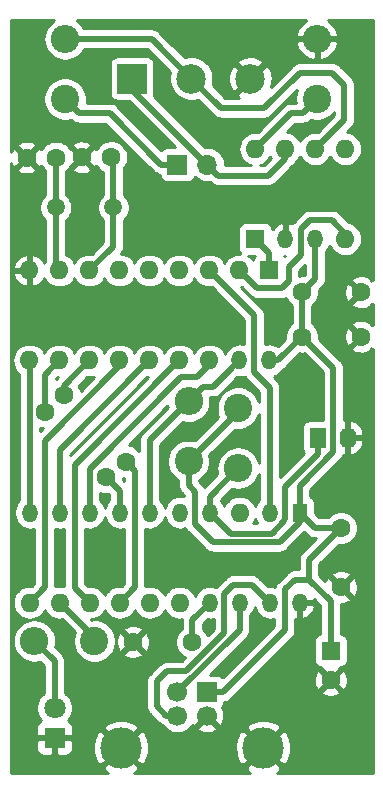
<source format=gbr>
G04 #@! TF.GenerationSoftware,KiCad,Pcbnew,5.1.4-e60b266~84~ubuntu19.04.1*
G04 #@! TF.CreationDate,2019-11-14T23:12:59+01:00*
G04 #@! TF.ProjectId,USBtin,55534274-696e-42e6-9b69-6361645f7063,rev?*
G04 #@! TF.SameCoordinates,Original*
G04 #@! TF.FileFunction,Copper,L2,Bot*
G04 #@! TF.FilePolarity,Positive*
%FSLAX46Y46*%
G04 Gerber Fmt 4.6, Leading zero omitted, Abs format (unit mm)*
G04 Created by KiCad (PCBNEW 5.1.4-e60b266~84~ubuntu19.04.1) date 2019-11-14 23:12:59*
%MOMM*%
%LPD*%
G04 APERTURE LIST*
%ADD10R,1.600000X1.600000*%
%ADD11C,1.600000*%
%ADD12C,2.400000*%
%ADD13O,2.400000X2.400000*%
%ADD14C,1.500000*%
%ADD15O,1.600000X1.600000*%
%ADD16O,1.300000X1.600000*%
%ADD17R,1.300000X1.600000*%
%ADD18R,1.700000X1.700000*%
%ADD19O,1.700000X1.700000*%
%ADD20R,1.400000X1.700000*%
%ADD21O,1.400000X1.800000*%
%ADD22R,2.500000X2.500000*%
%ADD23C,2.500000*%
%ADD24C,1.700000*%
%ADD25C,3.500000*%
%ADD26R,1.800000X1.800000*%
%ADD27C,1.800000*%
%ADD28C,0.500000*%
%ADD29C,0.254000*%
G04 APERTURE END LIST*
D10*
X128600200Y-153797400D03*
D11*
X128600200Y-156297400D03*
D12*
X116563200Y-137770400D03*
D13*
X116563200Y-132690400D03*
D12*
X106113200Y-107095400D03*
D13*
X106113200Y-102015400D03*
D12*
X127438200Y-107095400D03*
D13*
X127438200Y-102015400D03*
D12*
X108588200Y-152995400D03*
D13*
X103508200Y-152995400D03*
D12*
X120763200Y-133270400D03*
D13*
X120763200Y-138350400D03*
D14*
X110201720Y-116287360D03*
X105321720Y-116287360D03*
D10*
X122213200Y-118945400D03*
D15*
X129833200Y-111325400D03*
D16*
X124753200Y-118945400D03*
D15*
X127293200Y-111325400D03*
D16*
X127293200Y-118945400D03*
D15*
X124753200Y-111325400D03*
X129833200Y-118945400D03*
X122213200Y-111325400D03*
D17*
X125963200Y-142120400D03*
D15*
X103103200Y-149740400D03*
D16*
X123423200Y-142120400D03*
D15*
X105643200Y-149740400D03*
X120883200Y-142120400D03*
X108183200Y-149740400D03*
D16*
X118343200Y-142120400D03*
D15*
X110723200Y-149740400D03*
D16*
X115803200Y-142120400D03*
D15*
X113263200Y-149740400D03*
D16*
X113263200Y-142120400D03*
D15*
X115803200Y-149740400D03*
D16*
X110723200Y-142120400D03*
X118343200Y-149740400D03*
X108183200Y-142120400D03*
X120883200Y-149740400D03*
X105643200Y-142120400D03*
X123423200Y-149740400D03*
X103103200Y-142120400D03*
X125963200Y-149740400D03*
D18*
X115613200Y-112670400D03*
D19*
X118153200Y-112670400D03*
D20*
X127513200Y-135770400D03*
D21*
X130053200Y-135770400D03*
D22*
X111788200Y-105370400D03*
D23*
X116788200Y-105370400D03*
X121788200Y-105370400D03*
D18*
X118113200Y-157320400D03*
D24*
X115613200Y-157320400D03*
X115613200Y-159320400D03*
X118113200Y-159320400D03*
D25*
X122883200Y-162030400D03*
X110843200Y-162030400D03*
D10*
X123413200Y-121620400D03*
D15*
X103093200Y-129240400D03*
X120873200Y-121620400D03*
X105633200Y-129240400D03*
X118333200Y-121620400D03*
X108173200Y-129240400D03*
X115793200Y-121620400D03*
X110713200Y-129240400D03*
X113253200Y-121620400D03*
X113253200Y-129240400D03*
X110713200Y-121620400D03*
X115793200Y-129240400D03*
X108173200Y-121620400D03*
X118333200Y-129240400D03*
X105633200Y-121620400D03*
D16*
X120873200Y-129240400D03*
D15*
X103093200Y-121620400D03*
D16*
X123413200Y-129240400D03*
D26*
X105213200Y-161195400D03*
D27*
X105213200Y-158655400D03*
D11*
X116863200Y-153070400D03*
X111863200Y-153070400D03*
X105359640Y-112058600D03*
X102859640Y-112058600D03*
X110013200Y-112045400D03*
X107513200Y-112045400D03*
X126163200Y-123470400D03*
X131163200Y-123470400D03*
X126163200Y-127220400D03*
X131163200Y-127220400D03*
X129463200Y-143420400D03*
X129463200Y-148420400D03*
X106038200Y-132195398D03*
X111238200Y-137795400D03*
X104438200Y-133570400D03*
X109613200Y-139145400D03*
D28*
X125143200Y-102015400D02*
X121788200Y-105370400D01*
X127438200Y-102015400D02*
X125143200Y-102015400D01*
X120763200Y-133570400D02*
X120763200Y-133270400D01*
X116563200Y-137770400D02*
X120763200Y-133570400D01*
X127263200Y-143420400D02*
X125963200Y-142120400D01*
X129463200Y-143420400D02*
X127263200Y-143420400D01*
X125963200Y-139830402D02*
X128813201Y-136980401D01*
X125963200Y-142120400D02*
X125963200Y-139830402D01*
X124143200Y-129240400D02*
X126163200Y-127220400D01*
X123413200Y-129240400D02*
X124143200Y-129240400D01*
X126163200Y-127220400D02*
X126163200Y-123470400D01*
X127293200Y-122340400D02*
X127293200Y-118945400D01*
X126163200Y-123470400D02*
X127293200Y-122340400D01*
X128813201Y-129870401D02*
X126163200Y-127220400D01*
X128813201Y-136980401D02*
X128813201Y-129870401D01*
X126763200Y-146120400D02*
X129463200Y-143420400D01*
X126763200Y-147795400D02*
X126763200Y-146120400D01*
X125963200Y-142920400D02*
X125963200Y-142120400D01*
X116563200Y-139820400D02*
X117093199Y-140350399D01*
X116563200Y-137770400D02*
X116563200Y-139820400D01*
X117093199Y-140350399D02*
X117093199Y-143100399D01*
X117093199Y-143100399D02*
X118613200Y-144620400D01*
X118613200Y-144620400D02*
X124263200Y-144620400D01*
X124263200Y-144620400D02*
X125963200Y-142920400D01*
X118113200Y-157320400D02*
X118113200Y-157295400D01*
X119463200Y-157320400D02*
X118113200Y-157320400D01*
X124713199Y-152070401D02*
X119463200Y-157320400D01*
X124713199Y-148620401D02*
X124713199Y-152070401D01*
X125538200Y-147795400D02*
X124713199Y-148620401D01*
X126763200Y-147795400D02*
X125538200Y-147795400D01*
X128600200Y-149632400D02*
X128600200Y-153797400D01*
X126763200Y-147795400D02*
X128600200Y-149632400D01*
X110201720Y-112233920D02*
X110013200Y-112045400D01*
X110201720Y-116287360D02*
X110201720Y-112233920D01*
X110201720Y-119591880D02*
X108173200Y-121620400D01*
X110201720Y-116287360D02*
X110201720Y-119591880D01*
X105321720Y-112096520D02*
X105359640Y-112058600D01*
X105321720Y-116287360D02*
X105321720Y-112096520D01*
X105321720Y-121308920D02*
X105633200Y-121620400D01*
X105321720Y-116287360D02*
X105321720Y-121308920D01*
X116863200Y-151220400D02*
X118343200Y-149740400D01*
X116863200Y-153070400D02*
X116863200Y-151220400D01*
X105213200Y-154700400D02*
X103508200Y-152995400D01*
X105213200Y-158655400D02*
X105213200Y-154700400D01*
X117763199Y-131490401D02*
X118623199Y-131490401D01*
X116563200Y-132690400D02*
X117763199Y-131490401D01*
X118623199Y-131490401D02*
X120073201Y-130040399D01*
X120073201Y-130040399D02*
X120873200Y-129240400D01*
X113263200Y-135990400D02*
X116563200Y-132690400D01*
X113263200Y-142120400D02*
X113263200Y-135990400D01*
X118333200Y-129625400D02*
X118333200Y-129240400D01*
X117313200Y-130645400D02*
X118333200Y-129625400D01*
X115963200Y-130645400D02*
X117313200Y-130645400D01*
X108183200Y-142120400D02*
X108183200Y-138425400D01*
X108183200Y-138425400D02*
X115963200Y-130645400D01*
X107383201Y-148940401D02*
X108183200Y-149740400D01*
X106933199Y-148490399D02*
X107383201Y-148940401D01*
X106933199Y-138100401D02*
X106933199Y-148490399D01*
X115793200Y-129240400D02*
X106933199Y-138100401D01*
X105643200Y-136850400D02*
X113253200Y-129240400D01*
X105643200Y-142120400D02*
X105643200Y-136850400D01*
X104393199Y-148450401D02*
X103103200Y-149740400D01*
X104393199Y-136065401D02*
X104393199Y-148450401D01*
X110713200Y-129240400D02*
X110713200Y-129745400D01*
X110713200Y-129745400D02*
X104393199Y-136065401D01*
X106038200Y-131375400D02*
X106038200Y-132195398D01*
X108173200Y-129240400D02*
X106038200Y-131375400D01*
X112013199Y-148450401D02*
X110723200Y-149740400D01*
X111238200Y-137795400D02*
X112013200Y-138570400D01*
X112013200Y-138570400D02*
X112013199Y-148450401D01*
X123423200Y-131530400D02*
X123423200Y-142120400D01*
X122123201Y-130230401D02*
X123423200Y-131530400D01*
X118333200Y-121620400D02*
X122123201Y-125410401D01*
X122123201Y-125410401D02*
X122123201Y-130230401D01*
X105633200Y-129240400D02*
X104438200Y-130435400D01*
X104438200Y-132439030D02*
X104438200Y-133570400D01*
X104438200Y-130435400D02*
X104438200Y-132439030D01*
X110723200Y-140255400D02*
X109613200Y-139145400D01*
X110723200Y-142120400D02*
X110723200Y-140255400D01*
X120873200Y-121620400D02*
X120463200Y-121210400D01*
X129833200Y-118490400D02*
X129833200Y-118945400D01*
X126838200Y-117345400D02*
X128688200Y-117345400D01*
X126043199Y-118140401D02*
X126838200Y-117345400D01*
X122398200Y-123145400D02*
X124438200Y-123145400D01*
X120873200Y-121620400D02*
X122398200Y-123145400D01*
X124438200Y-123145400D02*
X125038200Y-122545400D01*
X125038200Y-122545400D02*
X125038200Y-121295400D01*
X125038200Y-121295400D02*
X126043199Y-120290401D01*
X128688200Y-117345400D02*
X129833200Y-118490400D01*
X126043199Y-120290401D02*
X126043199Y-118140401D01*
X103103200Y-129250400D02*
X103093200Y-129240400D01*
X103103200Y-142120400D02*
X103103200Y-129250400D01*
X123413200Y-120145400D02*
X122213200Y-118945400D01*
X123413200Y-121620400D02*
X123413200Y-120145400D01*
X113863200Y-158520400D02*
X114663200Y-159320400D01*
X114663200Y-159320400D02*
X115613200Y-159320400D01*
X113863200Y-156420400D02*
X113863200Y-158520400D01*
X114713200Y-155570400D02*
X113863200Y-156420400D01*
X121903200Y-148220400D02*
X120363200Y-148220400D01*
X123423200Y-149740400D02*
X121903200Y-148220400D01*
X120363200Y-148220400D02*
X119593201Y-148990399D01*
X119593201Y-148990399D02*
X119593201Y-152340399D01*
X119593201Y-152340399D02*
X116363200Y-155570400D01*
X116363200Y-155570400D02*
X114713200Y-155570400D01*
X120883200Y-152050400D02*
X120883200Y-149740400D01*
X115613200Y-157320400D02*
X120883200Y-152050400D01*
X113433200Y-102015400D02*
X116788200Y-105370400D01*
X106113200Y-102015400D02*
X113433200Y-102015400D01*
X129763200Y-108855400D02*
X128093199Y-110525401D01*
X119288200Y-107870400D02*
X122988200Y-107870400D01*
X122988200Y-107870400D02*
X125988200Y-104870400D01*
X125988200Y-104870400D02*
X128713200Y-104870400D01*
X128093199Y-110525401D02*
X127293200Y-111325400D01*
X128713200Y-104870400D02*
X129763200Y-105920400D01*
X116788200Y-105370400D02*
X119288200Y-107870400D01*
X129763200Y-105920400D02*
X129763200Y-108855400D01*
X111788200Y-105530400D02*
X111788200Y-105370400D01*
X111788200Y-106305400D02*
X111788200Y-105370400D01*
X118153200Y-112670400D02*
X111788200Y-106305400D01*
X119078200Y-113595400D02*
X118153200Y-112670400D01*
X123313200Y-113595400D02*
X119078200Y-113595400D01*
X124753200Y-111325400D02*
X124753200Y-112155400D01*
X124753200Y-112155400D02*
X123313200Y-113595400D01*
X118343200Y-140770400D02*
X120763200Y-138350400D01*
X118343200Y-142120400D02*
X118343200Y-140770400D01*
X127513200Y-137120400D02*
X127513200Y-135770400D01*
X124713199Y-139920401D02*
X127513200Y-137120400D01*
X120143200Y-143920400D02*
X123613200Y-143920400D01*
X123613200Y-143920400D02*
X124673201Y-142860399D01*
X124673201Y-142860399D02*
X124673201Y-142710399D01*
X124673201Y-142710399D02*
X124713199Y-142670401D01*
X118343200Y-142120400D02*
X120143200Y-143920400D01*
X124713199Y-142670401D02*
X124713199Y-139920401D01*
X114263200Y-112670400D02*
X115613200Y-112670400D01*
X109888199Y-108295399D02*
X114263200Y-112670400D01*
X107313199Y-108295399D02*
X109888199Y-108295399D01*
X106113200Y-107095400D02*
X107313199Y-108295399D01*
X108113200Y-152945400D02*
X108113200Y-152635400D01*
X108588200Y-152685400D02*
X105643200Y-149740400D01*
X108588200Y-152995400D02*
X108588200Y-152685400D01*
X127438200Y-107400400D02*
X127438200Y-107095400D01*
X123013199Y-110525401D02*
X122213200Y-111325400D01*
X125243201Y-108295399D02*
X123013199Y-110525401D01*
X126238201Y-108295399D02*
X125243201Y-108295399D01*
X127438200Y-107095400D02*
X126238201Y-108295399D01*
D29*
G36*
X105088796Y-100482271D02*
G01*
X104809381Y-100711581D01*
X104580071Y-100990996D01*
X104409679Y-101309778D01*
X104304752Y-101655677D01*
X104269322Y-102015400D01*
X104304752Y-102375123D01*
X104409679Y-102721022D01*
X104580071Y-103039804D01*
X104809381Y-103319219D01*
X105088796Y-103548529D01*
X105407578Y-103718921D01*
X105753477Y-103823848D01*
X106023061Y-103850400D01*
X106203339Y-103850400D01*
X106472923Y-103823848D01*
X106818822Y-103718921D01*
X107137604Y-103548529D01*
X107417019Y-103319219D01*
X107646329Y-103039804D01*
X107720842Y-102900400D01*
X113066622Y-102900400D01*
X114978904Y-104812683D01*
X114975639Y-104820566D01*
X114903200Y-105184744D01*
X114903200Y-105556056D01*
X114975639Y-105920234D01*
X115117734Y-106263282D01*
X115324025Y-106572018D01*
X115586582Y-106834575D01*
X115895318Y-107040866D01*
X116238366Y-107182961D01*
X116602544Y-107255400D01*
X116973856Y-107255400D01*
X117338034Y-107182961D01*
X117345917Y-107179696D01*
X118631670Y-108465449D01*
X118659383Y-108499217D01*
X118693151Y-108526930D01*
X118693153Y-108526932D01*
X118794140Y-108609810D01*
X118794141Y-108609811D01*
X118947887Y-108691989D01*
X119114710Y-108742595D01*
X119244723Y-108755400D01*
X119244731Y-108755400D01*
X119288200Y-108759681D01*
X119331669Y-108755400D01*
X122944731Y-108755400D01*
X122988200Y-108759681D01*
X123031669Y-108755400D01*
X123031677Y-108755400D01*
X123161690Y-108742595D01*
X123328513Y-108691989D01*
X123482259Y-108609811D01*
X123617017Y-108499217D01*
X123644734Y-108465444D01*
X125761179Y-106348999D01*
X125673718Y-106560150D01*
X125603200Y-106914668D01*
X125603200Y-107276132D01*
X125629907Y-107410399D01*
X125286667Y-107410399D01*
X125243200Y-107406118D01*
X125199734Y-107410399D01*
X125199724Y-107410399D01*
X125069711Y-107423204D01*
X124902888Y-107473810D01*
X124749142Y-107555988D01*
X124749140Y-107555989D01*
X124749141Y-107555989D01*
X124648154Y-107638867D01*
X124648152Y-107638869D01*
X124614384Y-107666582D01*
X124586671Y-107700350D01*
X122418157Y-109868865D01*
X122418152Y-109868869D01*
X122386496Y-109900525D01*
X122283692Y-109890400D01*
X122142708Y-109890400D01*
X121931891Y-109911164D01*
X121661392Y-109993218D01*
X121412099Y-110126468D01*
X121193592Y-110305792D01*
X121014268Y-110524299D01*
X120881018Y-110773592D01*
X120798964Y-111044091D01*
X120771257Y-111325400D01*
X120798964Y-111606709D01*
X120881018Y-111877208D01*
X121014268Y-112126501D01*
X121193592Y-112345008D01*
X121412099Y-112524332D01*
X121661392Y-112657582D01*
X121835512Y-112710400D01*
X119641445Y-112710400D01*
X119645385Y-112670400D01*
X119616713Y-112379289D01*
X119531799Y-112099366D01*
X119393906Y-111841386D01*
X119208334Y-111615266D01*
X118982214Y-111429694D01*
X118724234Y-111291801D01*
X118444311Y-111206887D01*
X118226150Y-111185400D01*
X118080250Y-111185400D01*
X117934167Y-111199788D01*
X113617690Y-106883311D01*
X113627702Y-106864580D01*
X113664012Y-106744882D01*
X113676272Y-106620400D01*
X113676272Y-104120400D01*
X113664012Y-103995918D01*
X113627702Y-103876220D01*
X113568737Y-103765906D01*
X113489385Y-103669215D01*
X113392694Y-103589863D01*
X113282380Y-103530898D01*
X113162682Y-103494588D01*
X113038200Y-103482328D01*
X110538200Y-103482328D01*
X110413718Y-103494588D01*
X110294020Y-103530898D01*
X110183706Y-103589863D01*
X110087015Y-103669215D01*
X110007663Y-103765906D01*
X109948698Y-103876220D01*
X109912388Y-103995918D01*
X109900128Y-104120400D01*
X109900128Y-106620400D01*
X109912388Y-106744882D01*
X109948698Y-106864580D01*
X110007663Y-106974894D01*
X110087015Y-107071585D01*
X110183706Y-107150937D01*
X110294020Y-107209902D01*
X110413718Y-107246212D01*
X110538200Y-107258472D01*
X111489694Y-107258472D01*
X115413549Y-111182328D01*
X114763200Y-111182328D01*
X114638718Y-111194588D01*
X114519020Y-111230898D01*
X114408706Y-111289863D01*
X114312015Y-111369215D01*
X114267651Y-111423272D01*
X110544731Y-107700353D01*
X110517016Y-107666582D01*
X110382258Y-107555988D01*
X110228512Y-107473810D01*
X110061689Y-107423204D01*
X109931676Y-107410399D01*
X109931668Y-107410399D01*
X109888199Y-107406118D01*
X109844730Y-107410399D01*
X107921493Y-107410399D01*
X107948200Y-107276132D01*
X107948200Y-106914668D01*
X107877682Y-106560150D01*
X107739356Y-106226201D01*
X107538538Y-105925656D01*
X107282944Y-105670062D01*
X106982399Y-105469244D01*
X106648450Y-105330918D01*
X106293932Y-105260400D01*
X105932468Y-105260400D01*
X105577950Y-105330918D01*
X105244001Y-105469244D01*
X104943456Y-105670062D01*
X104687862Y-105925656D01*
X104487044Y-106226201D01*
X104348718Y-106560150D01*
X104278200Y-106914668D01*
X104278200Y-107276132D01*
X104348718Y-107630650D01*
X104487044Y-107964599D01*
X104687862Y-108265144D01*
X104943456Y-108520738D01*
X105244001Y-108721556D01*
X105577950Y-108859882D01*
X105932468Y-108930400D01*
X106293932Y-108930400D01*
X106629811Y-108863590D01*
X106656667Y-108890446D01*
X106684382Y-108924216D01*
X106718150Y-108951929D01*
X106718152Y-108951931D01*
X106811928Y-109028891D01*
X106819140Y-109034810D01*
X106972886Y-109116988D01*
X107139709Y-109167594D01*
X107269722Y-109180399D01*
X107269730Y-109180399D01*
X107313199Y-109184680D01*
X107356668Y-109180399D01*
X109521621Y-109180399D01*
X113606670Y-113265449D01*
X113634383Y-113299217D01*
X113668151Y-113326930D01*
X113668153Y-113326932D01*
X113672233Y-113330280D01*
X113769141Y-113409811D01*
X113922887Y-113491989D01*
X114089710Y-113542595D01*
X114127682Y-113546335D01*
X114137388Y-113644882D01*
X114173698Y-113764580D01*
X114232663Y-113874894D01*
X114312015Y-113971585D01*
X114408706Y-114050937D01*
X114519020Y-114109902D01*
X114638718Y-114146212D01*
X114763200Y-114158472D01*
X116463200Y-114158472D01*
X116587682Y-114146212D01*
X116707380Y-114109902D01*
X116817694Y-114050937D01*
X116914385Y-113971585D01*
X116993737Y-113874894D01*
X117052702Y-113764580D01*
X117073593Y-113695713D01*
X117098066Y-113725534D01*
X117324186Y-113911106D01*
X117582166Y-114048999D01*
X117862089Y-114133913D01*
X118080250Y-114155400D01*
X118226150Y-114155400D01*
X118372233Y-114141012D01*
X118421670Y-114190449D01*
X118449383Y-114224217D01*
X118483151Y-114251930D01*
X118483153Y-114251932D01*
X118584141Y-114334811D01*
X118737886Y-114416989D01*
X118904710Y-114467595D01*
X119034723Y-114480400D01*
X119034731Y-114480400D01*
X119078200Y-114484681D01*
X119121669Y-114480400D01*
X123269731Y-114480400D01*
X123313200Y-114484681D01*
X123356669Y-114480400D01*
X123356677Y-114480400D01*
X123486690Y-114467595D01*
X123653513Y-114416989D01*
X123807259Y-114334811D01*
X123942017Y-114224217D01*
X123969734Y-114190444D01*
X125348249Y-112811930D01*
X125382017Y-112784217D01*
X125419679Y-112738327D01*
X125492611Y-112649459D01*
X125563549Y-112516742D01*
X125772808Y-112345008D01*
X125952132Y-112126501D01*
X126023200Y-111993542D01*
X126094268Y-112126501D01*
X126273592Y-112345008D01*
X126492099Y-112524332D01*
X126741392Y-112657582D01*
X127011891Y-112739636D01*
X127222708Y-112760400D01*
X127363692Y-112760400D01*
X127574509Y-112739636D01*
X127845008Y-112657582D01*
X128094301Y-112524332D01*
X128312808Y-112345008D01*
X128492132Y-112126501D01*
X128563200Y-111993542D01*
X128634268Y-112126501D01*
X128813592Y-112345008D01*
X129032099Y-112524332D01*
X129281392Y-112657582D01*
X129551891Y-112739636D01*
X129762708Y-112760400D01*
X129903692Y-112760400D01*
X130114509Y-112739636D01*
X130385008Y-112657582D01*
X130634301Y-112524332D01*
X130852808Y-112345008D01*
X131032132Y-112126501D01*
X131165382Y-111877208D01*
X131247436Y-111606709D01*
X131275143Y-111325400D01*
X131247436Y-111044091D01*
X131165382Y-110773592D01*
X131032132Y-110524299D01*
X130852808Y-110305792D01*
X130634301Y-110126468D01*
X130385008Y-109993218D01*
X130114509Y-109911164D01*
X129972957Y-109897222D01*
X130358249Y-109511930D01*
X130392017Y-109484217D01*
X130502611Y-109349459D01*
X130584789Y-109195713D01*
X130635395Y-109028890D01*
X130648200Y-108898877D01*
X130648200Y-108898867D01*
X130652481Y-108855401D01*
X130648200Y-108811934D01*
X130648200Y-105963865D01*
X130652481Y-105920399D01*
X130648200Y-105876933D01*
X130648200Y-105876923D01*
X130635395Y-105746910D01*
X130584789Y-105580087D01*
X130502611Y-105426341D01*
X130456701Y-105370400D01*
X130419732Y-105325353D01*
X130419730Y-105325351D01*
X130392017Y-105291583D01*
X130358250Y-105263871D01*
X129369734Y-104275356D01*
X129342017Y-104241583D01*
X129207259Y-104130989D01*
X129053513Y-104048811D01*
X128886690Y-103998205D01*
X128756677Y-103985400D01*
X128756669Y-103985400D01*
X128713200Y-103981119D01*
X128669731Y-103985400D01*
X126031669Y-103985400D01*
X125988200Y-103981119D01*
X125944731Y-103985400D01*
X125944723Y-103985400D01*
X125814710Y-103998205D01*
X125647886Y-104048811D01*
X125494141Y-104130989D01*
X125393153Y-104213868D01*
X125393151Y-104213870D01*
X125359383Y-104241583D01*
X125331670Y-104275351D01*
X123539931Y-106067091D01*
X123600761Y-105920234D01*
X123673200Y-105556056D01*
X123673200Y-105184744D01*
X123600761Y-104820566D01*
X123597496Y-104812683D01*
X125509779Y-102900400D01*
X125830558Y-102900400D01*
X125905071Y-103039804D01*
X126134381Y-103319219D01*
X126413796Y-103548529D01*
X126732578Y-103718921D01*
X127078477Y-103823848D01*
X127348061Y-103850400D01*
X127528339Y-103850400D01*
X127797923Y-103823848D01*
X128143822Y-103718921D01*
X128462604Y-103548529D01*
X128742019Y-103319219D01*
X128971329Y-103039804D01*
X129141721Y-102721022D01*
X129246648Y-102375123D01*
X129282078Y-102015400D01*
X129246648Y-101655677D01*
X129141721Y-101309778D01*
X128971329Y-100990996D01*
X128742019Y-100711581D01*
X128462604Y-100482271D01*
X128412332Y-100455400D01*
X132178201Y-100455400D01*
X132178201Y-122456005D01*
X132077959Y-122355763D01*
X131842927Y-122198720D01*
X131581774Y-122090547D01*
X131304535Y-122035400D01*
X131021865Y-122035400D01*
X130744626Y-122090547D01*
X130483473Y-122198720D01*
X130248441Y-122355763D01*
X130048563Y-122555641D01*
X129891520Y-122790673D01*
X129783347Y-123051826D01*
X129728200Y-123329065D01*
X129728200Y-123611735D01*
X129783347Y-123888974D01*
X129891520Y-124150127D01*
X130048563Y-124385159D01*
X130248441Y-124585037D01*
X130483473Y-124742080D01*
X130744626Y-124850253D01*
X131021865Y-124905400D01*
X131304535Y-124905400D01*
X131581774Y-124850253D01*
X131842927Y-124742080D01*
X132077959Y-124585037D01*
X132178201Y-124484795D01*
X132178201Y-126206005D01*
X132077959Y-126105763D01*
X131842927Y-125948720D01*
X131581774Y-125840547D01*
X131304535Y-125785400D01*
X131021865Y-125785400D01*
X130744626Y-125840547D01*
X130483473Y-125948720D01*
X130248441Y-126105763D01*
X130048563Y-126305641D01*
X129891520Y-126540673D01*
X129783347Y-126801826D01*
X129728200Y-127079065D01*
X129728200Y-127361735D01*
X129783347Y-127638974D01*
X129891520Y-127900127D01*
X130048563Y-128135159D01*
X130248441Y-128335037D01*
X130483473Y-128492080D01*
X130744626Y-128600253D01*
X131021865Y-128655400D01*
X131304535Y-128655400D01*
X131581774Y-128600253D01*
X131842927Y-128492080D01*
X132077959Y-128335037D01*
X132178201Y-128234795D01*
X132178200Y-164135400D01*
X124025732Y-164135400D01*
X124403549Y-163882950D01*
X124735750Y-163550749D01*
X124996760Y-163160121D01*
X125176546Y-162726079D01*
X125268200Y-162265302D01*
X125268200Y-161795498D01*
X125176546Y-161334721D01*
X124996760Y-160900679D01*
X124735750Y-160510051D01*
X124403549Y-160177850D01*
X124012921Y-159916840D01*
X123578879Y-159737054D01*
X123118102Y-159645400D01*
X122648298Y-159645400D01*
X122187521Y-159737054D01*
X121753479Y-159916840D01*
X121362851Y-160177850D01*
X121030650Y-160510051D01*
X120769640Y-160900679D01*
X120589854Y-161334721D01*
X120498200Y-161795498D01*
X120498200Y-162265302D01*
X120589854Y-162726079D01*
X120769640Y-163160121D01*
X121030650Y-163550749D01*
X121362851Y-163882950D01*
X121740668Y-164135400D01*
X111985732Y-164135400D01*
X112363549Y-163882950D01*
X112695750Y-163550749D01*
X112956760Y-163160121D01*
X113136546Y-162726079D01*
X113228200Y-162265302D01*
X113228200Y-161795498D01*
X113136546Y-161334721D01*
X112956760Y-160900679D01*
X112695750Y-160510051D01*
X112363549Y-160177850D01*
X111972921Y-159916840D01*
X111538879Y-159737054D01*
X111078102Y-159645400D01*
X110608298Y-159645400D01*
X110147521Y-159737054D01*
X109713479Y-159916840D01*
X109322851Y-160177850D01*
X108990650Y-160510051D01*
X108729640Y-160900679D01*
X108549854Y-161334721D01*
X108458200Y-161795498D01*
X108458200Y-162265302D01*
X108549854Y-162726079D01*
X108729640Y-163160121D01*
X108990650Y-163550749D01*
X109322851Y-163882950D01*
X109700668Y-164135400D01*
X101498200Y-164135400D01*
X101498200Y-152995400D01*
X101664322Y-152995400D01*
X101699752Y-153355123D01*
X101804679Y-153701022D01*
X101975071Y-154019804D01*
X102204381Y-154299219D01*
X102483796Y-154528529D01*
X102802578Y-154698921D01*
X103148477Y-154803848D01*
X103418061Y-154830400D01*
X103598339Y-154830400D01*
X103867923Y-154803848D01*
X104019185Y-154757963D01*
X104328201Y-155066980D01*
X104328200Y-157400610D01*
X104234695Y-157463088D01*
X104020888Y-157676895D01*
X103852901Y-157928305D01*
X103737189Y-158207657D01*
X103678200Y-158504216D01*
X103678200Y-158806584D01*
X103737189Y-159103143D01*
X103852901Y-159382495D01*
X104020888Y-159633905D01*
X104087327Y-159700344D01*
X104069020Y-159705898D01*
X103958706Y-159764863D01*
X103862015Y-159844215D01*
X103782663Y-159940906D01*
X103723698Y-160051220D01*
X103687388Y-160170918D01*
X103675128Y-160295400D01*
X103675128Y-162095400D01*
X103687388Y-162219882D01*
X103723698Y-162339580D01*
X103782663Y-162449894D01*
X103862015Y-162546585D01*
X103958706Y-162625937D01*
X104069020Y-162684902D01*
X104188718Y-162721212D01*
X104313200Y-162733472D01*
X106113200Y-162733472D01*
X106237682Y-162721212D01*
X106357380Y-162684902D01*
X106467694Y-162625937D01*
X106564385Y-162546585D01*
X106643737Y-162449894D01*
X106702702Y-162339580D01*
X106739012Y-162219882D01*
X106751272Y-162095400D01*
X106751272Y-160295400D01*
X106739012Y-160170918D01*
X106702702Y-160051220D01*
X106643737Y-159940906D01*
X106564385Y-159844215D01*
X106467694Y-159764863D01*
X106357380Y-159705898D01*
X106339073Y-159700344D01*
X106405512Y-159633905D01*
X106573499Y-159382495D01*
X106689211Y-159103143D01*
X106748200Y-158806584D01*
X106748200Y-158504216D01*
X106689211Y-158207657D01*
X106573499Y-157928305D01*
X106405512Y-157676895D01*
X106191705Y-157463088D01*
X106098200Y-157400610D01*
X106098200Y-154743865D01*
X106102481Y-154700399D01*
X106098200Y-154656933D01*
X106098200Y-154656923D01*
X106085395Y-154526910D01*
X106034789Y-154360087D01*
X105952611Y-154206341D01*
X105842017Y-154071583D01*
X105808249Y-154043870D01*
X105270763Y-153506385D01*
X105316648Y-153355123D01*
X105352078Y-152995400D01*
X105316648Y-152635677D01*
X105211721Y-152289778D01*
X105041329Y-151970996D01*
X104812019Y-151691581D01*
X104532604Y-151462271D01*
X104213822Y-151291879D01*
X103867923Y-151186952D01*
X103598339Y-151160400D01*
X103418061Y-151160400D01*
X103148477Y-151186952D01*
X102802578Y-151291879D01*
X102483796Y-151462271D01*
X102204381Y-151691581D01*
X101975071Y-151970996D01*
X101804679Y-152289778D01*
X101699752Y-152635677D01*
X101664322Y-152995400D01*
X101498200Y-152995400D01*
X101498200Y-112521627D01*
X101587960Y-112738327D01*
X101745003Y-112973359D01*
X101944881Y-113173237D01*
X102179913Y-113330280D01*
X102441066Y-113438453D01*
X102718305Y-113493600D01*
X103000975Y-113493600D01*
X103278214Y-113438453D01*
X103539367Y-113330280D01*
X103774399Y-113173237D01*
X103974277Y-112973359D01*
X104109640Y-112770773D01*
X104245003Y-112973359D01*
X104436721Y-113165077D01*
X104436720Y-115213675D01*
X104245921Y-115404474D01*
X104094349Y-115631317D01*
X103989945Y-115883371D01*
X103936720Y-116150949D01*
X103936720Y-116423771D01*
X103989945Y-116691349D01*
X104094349Y-116943403D01*
X104245921Y-117170246D01*
X104436720Y-117361045D01*
X104436721Y-120816310D01*
X104434268Y-120819299D01*
X104363200Y-120952258D01*
X104292132Y-120819299D01*
X104112808Y-120600792D01*
X103894301Y-120421468D01*
X103645008Y-120288218D01*
X103374509Y-120206164D01*
X103163692Y-120185400D01*
X103022708Y-120185400D01*
X102811891Y-120206164D01*
X102541392Y-120288218D01*
X102292099Y-120421468D01*
X102073592Y-120600792D01*
X101894268Y-120819299D01*
X101761018Y-121068592D01*
X101678964Y-121339091D01*
X101651257Y-121620400D01*
X101678964Y-121901709D01*
X101761018Y-122172208D01*
X101894268Y-122421501D01*
X102073592Y-122640008D01*
X102292099Y-122819332D01*
X102541392Y-122952582D01*
X102811891Y-123034636D01*
X103022708Y-123055400D01*
X103163692Y-123055400D01*
X103374509Y-123034636D01*
X103645008Y-122952582D01*
X103894301Y-122819332D01*
X104112808Y-122640008D01*
X104292132Y-122421501D01*
X104363200Y-122288542D01*
X104434268Y-122421501D01*
X104613592Y-122640008D01*
X104832099Y-122819332D01*
X105081392Y-122952582D01*
X105351891Y-123034636D01*
X105562708Y-123055400D01*
X105703692Y-123055400D01*
X105914509Y-123034636D01*
X106185008Y-122952582D01*
X106434301Y-122819332D01*
X106652808Y-122640008D01*
X106832132Y-122421501D01*
X106903200Y-122288542D01*
X106974268Y-122421501D01*
X107153592Y-122640008D01*
X107372099Y-122819332D01*
X107621392Y-122952582D01*
X107891891Y-123034636D01*
X108102708Y-123055400D01*
X108243692Y-123055400D01*
X108454509Y-123034636D01*
X108725008Y-122952582D01*
X108974301Y-122819332D01*
X109192808Y-122640008D01*
X109372132Y-122421501D01*
X109443200Y-122288542D01*
X109514268Y-122421501D01*
X109693592Y-122640008D01*
X109912099Y-122819332D01*
X110161392Y-122952582D01*
X110431891Y-123034636D01*
X110642708Y-123055400D01*
X110783692Y-123055400D01*
X110994509Y-123034636D01*
X111265008Y-122952582D01*
X111514301Y-122819332D01*
X111732808Y-122640008D01*
X111912132Y-122421501D01*
X111983200Y-122288542D01*
X112054268Y-122421501D01*
X112233592Y-122640008D01*
X112452099Y-122819332D01*
X112701392Y-122952582D01*
X112971891Y-123034636D01*
X113182708Y-123055400D01*
X113323692Y-123055400D01*
X113534509Y-123034636D01*
X113805008Y-122952582D01*
X114054301Y-122819332D01*
X114272808Y-122640008D01*
X114452132Y-122421501D01*
X114523200Y-122288542D01*
X114594268Y-122421501D01*
X114773592Y-122640008D01*
X114992099Y-122819332D01*
X115241392Y-122952582D01*
X115511891Y-123034636D01*
X115722708Y-123055400D01*
X115863692Y-123055400D01*
X116074509Y-123034636D01*
X116345008Y-122952582D01*
X116594301Y-122819332D01*
X116812808Y-122640008D01*
X116992132Y-122421501D01*
X117063200Y-122288542D01*
X117134268Y-122421501D01*
X117313592Y-122640008D01*
X117532099Y-122819332D01*
X117781392Y-122952582D01*
X118051891Y-123034636D01*
X118262708Y-123055400D01*
X118403692Y-123055400D01*
X118506496Y-123045274D01*
X121238201Y-125776980D01*
X121238202Y-127858301D01*
X121125104Y-127823993D01*
X120873200Y-127799183D01*
X120621297Y-127823993D01*
X120379074Y-127897471D01*
X120155839Y-128016792D01*
X119960173Y-128177372D01*
X119799592Y-128373038D01*
X119680271Y-128596273D01*
X119657015Y-128672938D01*
X119532132Y-128439299D01*
X119352808Y-128220792D01*
X119134301Y-128041468D01*
X118885008Y-127908218D01*
X118614509Y-127826164D01*
X118403692Y-127805400D01*
X118262708Y-127805400D01*
X118051891Y-127826164D01*
X117781392Y-127908218D01*
X117532099Y-128041468D01*
X117313592Y-128220792D01*
X117134268Y-128439299D01*
X117063200Y-128572258D01*
X116992132Y-128439299D01*
X116812808Y-128220792D01*
X116594301Y-128041468D01*
X116345008Y-127908218D01*
X116074509Y-127826164D01*
X115863692Y-127805400D01*
X115722708Y-127805400D01*
X115511891Y-127826164D01*
X115241392Y-127908218D01*
X114992099Y-128041468D01*
X114773592Y-128220792D01*
X114594268Y-128439299D01*
X114523200Y-128572258D01*
X114452132Y-128439299D01*
X114272808Y-128220792D01*
X114054301Y-128041468D01*
X113805008Y-127908218D01*
X113534509Y-127826164D01*
X113323692Y-127805400D01*
X113182708Y-127805400D01*
X112971891Y-127826164D01*
X112701392Y-127908218D01*
X112452099Y-128041468D01*
X112233592Y-128220792D01*
X112054268Y-128439299D01*
X111983200Y-128572258D01*
X111912132Y-128439299D01*
X111732808Y-128220792D01*
X111514301Y-128041468D01*
X111265008Y-127908218D01*
X110994509Y-127826164D01*
X110783692Y-127805400D01*
X110642708Y-127805400D01*
X110431891Y-127826164D01*
X110161392Y-127908218D01*
X109912099Y-128041468D01*
X109693592Y-128220792D01*
X109514268Y-128439299D01*
X109443200Y-128572258D01*
X109372132Y-128439299D01*
X109192808Y-128220792D01*
X108974301Y-128041468D01*
X108725008Y-127908218D01*
X108454509Y-127826164D01*
X108243692Y-127805400D01*
X108102708Y-127805400D01*
X107891891Y-127826164D01*
X107621392Y-127908218D01*
X107372099Y-128041468D01*
X107153592Y-128220792D01*
X106974268Y-128439299D01*
X106903200Y-128572258D01*
X106832132Y-128439299D01*
X106652808Y-128220792D01*
X106434301Y-128041468D01*
X106185008Y-127908218D01*
X105914509Y-127826164D01*
X105703692Y-127805400D01*
X105562708Y-127805400D01*
X105351891Y-127826164D01*
X105081392Y-127908218D01*
X104832099Y-128041468D01*
X104613592Y-128220792D01*
X104434268Y-128439299D01*
X104363200Y-128572258D01*
X104292132Y-128439299D01*
X104112808Y-128220792D01*
X103894301Y-128041468D01*
X103645008Y-127908218D01*
X103374509Y-127826164D01*
X103163692Y-127805400D01*
X103022708Y-127805400D01*
X102811891Y-127826164D01*
X102541392Y-127908218D01*
X102292099Y-128041468D01*
X102073592Y-128220792D01*
X101894268Y-128439299D01*
X101761018Y-128688592D01*
X101678964Y-128959091D01*
X101651257Y-129240400D01*
X101678964Y-129521709D01*
X101761018Y-129792208D01*
X101894268Y-130041501D01*
X102073592Y-130260008D01*
X102218201Y-130378685D01*
X102218200Y-141034371D01*
X102190173Y-141057372D01*
X102029592Y-141253038D01*
X101910271Y-141476273D01*
X101836793Y-141718496D01*
X101818200Y-141907277D01*
X101818200Y-142333522D01*
X101836793Y-142522303D01*
X101910271Y-142764526D01*
X102029592Y-142987761D01*
X102190172Y-143183428D01*
X102385838Y-143344008D01*
X102609073Y-143463329D01*
X102851296Y-143536807D01*
X103103200Y-143561617D01*
X103355103Y-143536807D01*
X103508200Y-143490365D01*
X103508200Y-148083821D01*
X103276496Y-148315525D01*
X103173692Y-148305400D01*
X103032708Y-148305400D01*
X102821891Y-148326164D01*
X102551392Y-148408218D01*
X102302099Y-148541468D01*
X102083592Y-148720792D01*
X101904268Y-148939299D01*
X101771018Y-149188592D01*
X101688964Y-149459091D01*
X101661257Y-149740400D01*
X101688964Y-150021709D01*
X101771018Y-150292208D01*
X101904268Y-150541501D01*
X102083592Y-150760008D01*
X102302099Y-150939332D01*
X102551392Y-151072582D01*
X102821891Y-151154636D01*
X103032708Y-151175400D01*
X103173692Y-151175400D01*
X103384509Y-151154636D01*
X103655008Y-151072582D01*
X103904301Y-150939332D01*
X104122808Y-150760008D01*
X104302132Y-150541501D01*
X104373200Y-150408542D01*
X104444268Y-150541501D01*
X104623592Y-150760008D01*
X104842099Y-150939332D01*
X105091392Y-151072582D01*
X105361891Y-151154636D01*
X105572708Y-151175400D01*
X105713692Y-151175400D01*
X105816496Y-151165275D01*
X106907970Y-152256748D01*
X106823718Y-152460150D01*
X106753200Y-152814668D01*
X106753200Y-153176132D01*
X106823718Y-153530650D01*
X106962044Y-153864599D01*
X107162862Y-154165144D01*
X107418456Y-154420738D01*
X107719001Y-154621556D01*
X108052950Y-154759882D01*
X108407468Y-154830400D01*
X108768932Y-154830400D01*
X109123450Y-154759882D01*
X109457399Y-154621556D01*
X109757944Y-154420738D01*
X110013538Y-154165144D01*
X110214356Y-153864599D01*
X110352682Y-153530650D01*
X110423200Y-153176132D01*
X110423200Y-152929065D01*
X110428200Y-152929065D01*
X110428200Y-153211735D01*
X110483347Y-153488974D01*
X110591520Y-153750127D01*
X110748563Y-153985159D01*
X110948441Y-154185037D01*
X111183473Y-154342080D01*
X111444626Y-154450253D01*
X111721865Y-154505400D01*
X112004535Y-154505400D01*
X112281774Y-154450253D01*
X112542927Y-154342080D01*
X112777959Y-154185037D01*
X112977837Y-153985159D01*
X113134880Y-153750127D01*
X113243053Y-153488974D01*
X113298200Y-153211735D01*
X113298200Y-152929065D01*
X113243053Y-152651826D01*
X113134880Y-152390673D01*
X112977837Y-152155641D01*
X112777959Y-151955763D01*
X112542927Y-151798720D01*
X112281774Y-151690547D01*
X112004535Y-151635400D01*
X111721865Y-151635400D01*
X111444626Y-151690547D01*
X111183473Y-151798720D01*
X110948441Y-151955763D01*
X110748563Y-152155641D01*
X110591520Y-152390673D01*
X110483347Y-152651826D01*
X110428200Y-152929065D01*
X110423200Y-152929065D01*
X110423200Y-152814668D01*
X110352682Y-152460150D01*
X110214356Y-152126201D01*
X110013538Y-151825656D01*
X109757944Y-151570062D01*
X109457399Y-151369244D01*
X109123450Y-151230918D01*
X108768932Y-151160400D01*
X108407468Y-151160400D01*
X108330157Y-151175778D01*
X108322957Y-151168578D01*
X108464509Y-151154636D01*
X108735008Y-151072582D01*
X108984301Y-150939332D01*
X109202808Y-150760008D01*
X109382132Y-150541501D01*
X109453200Y-150408542D01*
X109524268Y-150541501D01*
X109703592Y-150760008D01*
X109922099Y-150939332D01*
X110171392Y-151072582D01*
X110441891Y-151154636D01*
X110652708Y-151175400D01*
X110793692Y-151175400D01*
X111004509Y-151154636D01*
X111275008Y-151072582D01*
X111524301Y-150939332D01*
X111742808Y-150760008D01*
X111922132Y-150541501D01*
X111993200Y-150408542D01*
X112064268Y-150541501D01*
X112243592Y-150760008D01*
X112462099Y-150939332D01*
X112711392Y-151072582D01*
X112981891Y-151154636D01*
X113192708Y-151175400D01*
X113333692Y-151175400D01*
X113544509Y-151154636D01*
X113815008Y-151072582D01*
X114064301Y-150939332D01*
X114282808Y-150760008D01*
X114462132Y-150541501D01*
X114533200Y-150408542D01*
X114604268Y-150541501D01*
X114783592Y-150760008D01*
X115002099Y-150939332D01*
X115251392Y-151072582D01*
X115521891Y-151154636D01*
X115732708Y-151175400D01*
X115873692Y-151175400D01*
X115979376Y-151164991D01*
X115973919Y-151220400D01*
X115978201Y-151263879D01*
X115978201Y-151935878D01*
X115948441Y-151955763D01*
X115748563Y-152155641D01*
X115591520Y-152390673D01*
X115483347Y-152651826D01*
X115428200Y-152929065D01*
X115428200Y-153211735D01*
X115483347Y-153488974D01*
X115591520Y-153750127D01*
X115748563Y-153985159D01*
X115948441Y-154185037D01*
X116183473Y-154342080D01*
X116294113Y-154387909D01*
X115996622Y-154685400D01*
X114756669Y-154685400D01*
X114713200Y-154681119D01*
X114669731Y-154685400D01*
X114669723Y-154685400D01*
X114539710Y-154698205D01*
X114372886Y-154748811D01*
X114219141Y-154830989D01*
X114118153Y-154913868D01*
X114118151Y-154913870D01*
X114084383Y-154941583D01*
X114056670Y-154975351D01*
X113268156Y-155763866D01*
X113234383Y-155791583D01*
X113123789Y-155926342D01*
X113041611Y-156080088D01*
X113015717Y-156165447D01*
X112997066Y-156226932D01*
X112991005Y-156246911D01*
X112978200Y-156376924D01*
X112978200Y-156376931D01*
X112973919Y-156420400D01*
X112978200Y-156463869D01*
X112978201Y-158476921D01*
X112973919Y-158520400D01*
X112991005Y-158693890D01*
X113041612Y-158860713D01*
X113123790Y-159014459D01*
X113206668Y-159115446D01*
X113206671Y-159115449D01*
X113234384Y-159149217D01*
X113268151Y-159176929D01*
X114006670Y-159915449D01*
X114034383Y-159949217D01*
X114068151Y-159976930D01*
X114068153Y-159976932D01*
X114115391Y-160015699D01*
X114169141Y-160059811D01*
X114322887Y-160141989D01*
X114389721Y-160162263D01*
X114459725Y-160267032D01*
X114666568Y-160473875D01*
X114909789Y-160636390D01*
X115180042Y-160748332D01*
X115466940Y-160805400D01*
X115759460Y-160805400D01*
X116046358Y-160748332D01*
X116316611Y-160636390D01*
X116559832Y-160473875D01*
X116766675Y-160267032D01*
X116863200Y-160122572D01*
X116959725Y-160267032D01*
X117166568Y-160473875D01*
X117409789Y-160636390D01*
X117680042Y-160748332D01*
X117966940Y-160805400D01*
X118259460Y-160805400D01*
X118546358Y-160748332D01*
X118816611Y-160636390D01*
X119059832Y-160473875D01*
X119266675Y-160267032D01*
X119429190Y-160023811D01*
X119541132Y-159753558D01*
X119598200Y-159466660D01*
X119598200Y-159174140D01*
X119541132Y-158887242D01*
X119429190Y-158616989D01*
X119424238Y-158609578D01*
X119493737Y-158524894D01*
X119552702Y-158414580D01*
X119589012Y-158294882D01*
X119598718Y-158196335D01*
X119636690Y-158192595D01*
X119803513Y-158141989D01*
X119957259Y-158059811D01*
X120092017Y-157949217D01*
X120119734Y-157915444D01*
X125308248Y-152726931D01*
X125342016Y-152699218D01*
X125388231Y-152642906D01*
X125452610Y-152564460D01*
X125534787Y-152410715D01*
X125534788Y-152410714D01*
X125585394Y-152243891D01*
X125598199Y-152113878D01*
X125598199Y-152113870D01*
X125602480Y-152070401D01*
X125598199Y-152026932D01*
X125598199Y-151122499D01*
X125711296Y-151156807D01*
X125963200Y-151181617D01*
X126215103Y-151156807D01*
X126457326Y-151083329D01*
X126680561Y-150964008D01*
X126876228Y-150803428D01*
X127036808Y-150607762D01*
X127156129Y-150384527D01*
X127229607Y-150142304D01*
X127248200Y-149953523D01*
X127248200Y-149531979D01*
X127715200Y-149998979D01*
X127715201Y-152367699D01*
X127675718Y-152371588D01*
X127556020Y-152407898D01*
X127445706Y-152466863D01*
X127349015Y-152546215D01*
X127269663Y-152642906D01*
X127210698Y-152753220D01*
X127174388Y-152872918D01*
X127162128Y-152997400D01*
X127162128Y-154597400D01*
X127174388Y-154721882D01*
X127210698Y-154841580D01*
X127269663Y-154951894D01*
X127349015Y-155048585D01*
X127445706Y-155127937D01*
X127556020Y-155186902D01*
X127652143Y-155216061D01*
X127485563Y-155382641D01*
X127328520Y-155617673D01*
X127220347Y-155878826D01*
X127165200Y-156156065D01*
X127165200Y-156438735D01*
X127220347Y-156715974D01*
X127328520Y-156977127D01*
X127485563Y-157212159D01*
X127685441Y-157412037D01*
X127920473Y-157569080D01*
X128181626Y-157677253D01*
X128458865Y-157732400D01*
X128741535Y-157732400D01*
X129018774Y-157677253D01*
X129279927Y-157569080D01*
X129514959Y-157412037D01*
X129714837Y-157212159D01*
X129871880Y-156977127D01*
X129980053Y-156715974D01*
X130035200Y-156438735D01*
X130035200Y-156156065D01*
X129980053Y-155878826D01*
X129871880Y-155617673D01*
X129714837Y-155382641D01*
X129548257Y-155216061D01*
X129644380Y-155186902D01*
X129754694Y-155127937D01*
X129851385Y-155048585D01*
X129930737Y-154951894D01*
X129989702Y-154841580D01*
X130026012Y-154721882D01*
X130038272Y-154597400D01*
X130038272Y-152997400D01*
X130026012Y-152872918D01*
X129989702Y-152753220D01*
X129930737Y-152642906D01*
X129851385Y-152546215D01*
X129754694Y-152466863D01*
X129644380Y-152407898D01*
X129524682Y-152371588D01*
X129485200Y-152367699D01*
X129485200Y-149855400D01*
X129604535Y-149855400D01*
X129881774Y-149800253D01*
X130142927Y-149692080D01*
X130377959Y-149535037D01*
X130577837Y-149335159D01*
X130734880Y-149100127D01*
X130843053Y-148838974D01*
X130898200Y-148561735D01*
X130898200Y-148279065D01*
X130843053Y-148001826D01*
X130734880Y-147740673D01*
X130577837Y-147505641D01*
X130377959Y-147305763D01*
X130142927Y-147148720D01*
X129881774Y-147040547D01*
X129604535Y-146985400D01*
X129321865Y-146985400D01*
X129044626Y-147040547D01*
X128783473Y-147148720D01*
X128548441Y-147305763D01*
X128348563Y-147505641D01*
X128191520Y-147740673D01*
X128123724Y-147904346D01*
X127648200Y-147428822D01*
X127648200Y-146486978D01*
X129286761Y-144848417D01*
X129321865Y-144855400D01*
X129604535Y-144855400D01*
X129881774Y-144800253D01*
X130142927Y-144692080D01*
X130377959Y-144535037D01*
X130577837Y-144335159D01*
X130734880Y-144100127D01*
X130843053Y-143838974D01*
X130898200Y-143561735D01*
X130898200Y-143279065D01*
X130843053Y-143001826D01*
X130734880Y-142740673D01*
X130577837Y-142505641D01*
X130377959Y-142305763D01*
X130142927Y-142148720D01*
X129881774Y-142040547D01*
X129604535Y-141985400D01*
X129321865Y-141985400D01*
X129044626Y-142040547D01*
X128783473Y-142148720D01*
X128548441Y-142305763D01*
X128348563Y-142505641D01*
X128328679Y-142535400D01*
X127629779Y-142535400D01*
X127251272Y-142156893D01*
X127251272Y-141320400D01*
X127239012Y-141195918D01*
X127202702Y-141076220D01*
X127143737Y-140965906D01*
X127064385Y-140869215D01*
X126967694Y-140789863D01*
X126857380Y-140730898D01*
X126848200Y-140728113D01*
X126848200Y-140196980D01*
X129408251Y-137636930D01*
X129442018Y-137609218D01*
X129552612Y-137474460D01*
X129634790Y-137320714D01*
X129657615Y-137245471D01*
X129791495Y-137286083D01*
X130053200Y-137311859D01*
X130314906Y-137286083D01*
X130566554Y-137209747D01*
X130798475Y-137085782D01*
X131001755Y-136918955D01*
X131168582Y-136715675D01*
X131292547Y-136483753D01*
X131368883Y-136232105D01*
X131388200Y-136035978D01*
X131388200Y-135504821D01*
X131368883Y-135308694D01*
X131292547Y-135057046D01*
X131168582Y-134825125D01*
X131001755Y-134621845D01*
X130798474Y-134455018D01*
X130566553Y-134331053D01*
X130314905Y-134254717D01*
X130053200Y-134228941D01*
X129791494Y-134254717D01*
X129698201Y-134283017D01*
X129698201Y-129913866D01*
X129702482Y-129870400D01*
X129698201Y-129826934D01*
X129698201Y-129826924D01*
X129685396Y-129696911D01*
X129634790Y-129530088D01*
X129552612Y-129376342D01*
X129490771Y-129300989D01*
X129469733Y-129275354D01*
X129469731Y-129275352D01*
X129442018Y-129241584D01*
X129408250Y-129213871D01*
X127591217Y-127396839D01*
X127598200Y-127361735D01*
X127598200Y-127079065D01*
X127543053Y-126801826D01*
X127434880Y-126540673D01*
X127277837Y-126305641D01*
X127077959Y-126105763D01*
X127048200Y-126085879D01*
X127048200Y-124604921D01*
X127077959Y-124585037D01*
X127277837Y-124385159D01*
X127434880Y-124150127D01*
X127543053Y-123888974D01*
X127598200Y-123611735D01*
X127598200Y-123329065D01*
X127591217Y-123293961D01*
X127888250Y-122996929D01*
X127922017Y-122969217D01*
X127990549Y-122885712D01*
X128032610Y-122834460D01*
X128032611Y-122834459D01*
X128114789Y-122680713D01*
X128165395Y-122513890D01*
X128178200Y-122383877D01*
X128178200Y-122383867D01*
X128182481Y-122340401D01*
X128178200Y-122296935D01*
X128178200Y-120031430D01*
X128206228Y-120008428D01*
X128366808Y-119812761D01*
X128486129Y-119589526D01*
X128509385Y-119512862D01*
X128634268Y-119746501D01*
X128813592Y-119965008D01*
X129032099Y-120144332D01*
X129281392Y-120277582D01*
X129551891Y-120359636D01*
X129762708Y-120380400D01*
X129903692Y-120380400D01*
X130114509Y-120359636D01*
X130385008Y-120277582D01*
X130634301Y-120144332D01*
X130852808Y-119965008D01*
X131032132Y-119746501D01*
X131165382Y-119497208D01*
X131247436Y-119226709D01*
X131275143Y-118945400D01*
X131247436Y-118664091D01*
X131165382Y-118393592D01*
X131032132Y-118144299D01*
X130852808Y-117925792D01*
X130634301Y-117746468D01*
X130385008Y-117613218D01*
X130130347Y-117535968D01*
X129344734Y-116750356D01*
X129317017Y-116716583D01*
X129182259Y-116605989D01*
X129028513Y-116523811D01*
X128861690Y-116473205D01*
X128731677Y-116460400D01*
X128731669Y-116460400D01*
X128688200Y-116456119D01*
X128644731Y-116460400D01*
X126881665Y-116460400D01*
X126838199Y-116456119D01*
X126794733Y-116460400D01*
X126794723Y-116460400D01*
X126664710Y-116473205D01*
X126497887Y-116523811D01*
X126344141Y-116605989D01*
X126344139Y-116605990D01*
X126344140Y-116605990D01*
X126243153Y-116688868D01*
X126243151Y-116688870D01*
X126209383Y-116716583D01*
X126181670Y-116750351D01*
X125448150Y-117483872D01*
X125414383Y-117511584D01*
X125386670Y-117545352D01*
X125386667Y-117545355D01*
X125311599Y-117636825D01*
X125247326Y-117602471D01*
X125005103Y-117528993D01*
X124753200Y-117504183D01*
X124501296Y-117528993D01*
X124259073Y-117602471D01*
X124035838Y-117721792D01*
X123840172Y-117882372D01*
X123679592Y-118078039D01*
X123650076Y-118133259D01*
X123639012Y-118020918D01*
X123602702Y-117901220D01*
X123543737Y-117790906D01*
X123464385Y-117694215D01*
X123367694Y-117614863D01*
X123257380Y-117555898D01*
X123137682Y-117519588D01*
X123013200Y-117507328D01*
X121413200Y-117507328D01*
X121288718Y-117519588D01*
X121169020Y-117555898D01*
X121058706Y-117614863D01*
X120962015Y-117694215D01*
X120882663Y-117790906D01*
X120823698Y-117901220D01*
X120787388Y-118020918D01*
X120775128Y-118145400D01*
X120775128Y-119745400D01*
X120787388Y-119869882D01*
X120823698Y-119989580D01*
X120882663Y-120099894D01*
X120953640Y-120186380D01*
X120943692Y-120185400D01*
X120802708Y-120185400D01*
X120591891Y-120206164D01*
X120321392Y-120288218D01*
X120146721Y-120381582D01*
X120122887Y-120388812D01*
X119969141Y-120470990D01*
X119834383Y-120581583D01*
X119723790Y-120716341D01*
X119641612Y-120870087D01*
X119634382Y-120893921D01*
X119603200Y-120952258D01*
X119532132Y-120819299D01*
X119352808Y-120600792D01*
X119134301Y-120421468D01*
X118885008Y-120288218D01*
X118614509Y-120206164D01*
X118403692Y-120185400D01*
X118262708Y-120185400D01*
X118051891Y-120206164D01*
X117781392Y-120288218D01*
X117532099Y-120421468D01*
X117313592Y-120600792D01*
X117134268Y-120819299D01*
X117063200Y-120952258D01*
X116992132Y-120819299D01*
X116812808Y-120600792D01*
X116594301Y-120421468D01*
X116345008Y-120288218D01*
X116074509Y-120206164D01*
X115863692Y-120185400D01*
X115722708Y-120185400D01*
X115511891Y-120206164D01*
X115241392Y-120288218D01*
X114992099Y-120421468D01*
X114773592Y-120600792D01*
X114594268Y-120819299D01*
X114523200Y-120952258D01*
X114452132Y-120819299D01*
X114272808Y-120600792D01*
X114054301Y-120421468D01*
X113805008Y-120288218D01*
X113534509Y-120206164D01*
X113323692Y-120185400D01*
X113182708Y-120185400D01*
X112971891Y-120206164D01*
X112701392Y-120288218D01*
X112452099Y-120421468D01*
X112233592Y-120600792D01*
X112054268Y-120819299D01*
X111983200Y-120952258D01*
X111912132Y-120819299D01*
X111732808Y-120600792D01*
X111514301Y-120421468D01*
X111265008Y-120288218D01*
X110994509Y-120206164D01*
X110853835Y-120192309D01*
X110872958Y-120169008D01*
X110941130Y-120085940D01*
X111002080Y-119971910D01*
X111023309Y-119932193D01*
X111073915Y-119765370D01*
X111086720Y-119635357D01*
X111086720Y-119635347D01*
X111091001Y-119591881D01*
X111086720Y-119548415D01*
X111086720Y-117361045D01*
X111277519Y-117170246D01*
X111429091Y-116943403D01*
X111533495Y-116691349D01*
X111586720Y-116423771D01*
X111586720Y-116150949D01*
X111533495Y-115883371D01*
X111429091Y-115631317D01*
X111277519Y-115404474D01*
X111086720Y-115213675D01*
X111086720Y-113001276D01*
X111127837Y-112960159D01*
X111284880Y-112725127D01*
X111393053Y-112463974D01*
X111448200Y-112186735D01*
X111448200Y-111904065D01*
X111393053Y-111626826D01*
X111284880Y-111365673D01*
X111127837Y-111130641D01*
X110927959Y-110930763D01*
X110692927Y-110773720D01*
X110431774Y-110665547D01*
X110154535Y-110610400D01*
X109871865Y-110610400D01*
X109594626Y-110665547D01*
X109333473Y-110773720D01*
X109098441Y-110930763D01*
X108898563Y-111130641D01*
X108763200Y-111333227D01*
X108627837Y-111130641D01*
X108427959Y-110930763D01*
X108192927Y-110773720D01*
X107931774Y-110665547D01*
X107654535Y-110610400D01*
X107371865Y-110610400D01*
X107094626Y-110665547D01*
X106833473Y-110773720D01*
X106598441Y-110930763D01*
X106429820Y-111099384D01*
X106274399Y-110943963D01*
X106039367Y-110786920D01*
X105778214Y-110678747D01*
X105500975Y-110623600D01*
X105218305Y-110623600D01*
X104941066Y-110678747D01*
X104679913Y-110786920D01*
X104444881Y-110943963D01*
X104245003Y-111143841D01*
X104109640Y-111346427D01*
X103974277Y-111143841D01*
X103774399Y-110943963D01*
X103539367Y-110786920D01*
X103278214Y-110678747D01*
X103000975Y-110623600D01*
X102718305Y-110623600D01*
X102441066Y-110678747D01*
X102179913Y-110786920D01*
X101944881Y-110943963D01*
X101745003Y-111143841D01*
X101587960Y-111378873D01*
X101498200Y-111595573D01*
X101498200Y-100455400D01*
X105139068Y-100455400D01*
X105088796Y-100482271D01*
X105088796Y-100482271D01*
G37*
X105088796Y-100482271D02*
X104809381Y-100711581D01*
X104580071Y-100990996D01*
X104409679Y-101309778D01*
X104304752Y-101655677D01*
X104269322Y-102015400D01*
X104304752Y-102375123D01*
X104409679Y-102721022D01*
X104580071Y-103039804D01*
X104809381Y-103319219D01*
X105088796Y-103548529D01*
X105407578Y-103718921D01*
X105753477Y-103823848D01*
X106023061Y-103850400D01*
X106203339Y-103850400D01*
X106472923Y-103823848D01*
X106818822Y-103718921D01*
X107137604Y-103548529D01*
X107417019Y-103319219D01*
X107646329Y-103039804D01*
X107720842Y-102900400D01*
X113066622Y-102900400D01*
X114978904Y-104812683D01*
X114975639Y-104820566D01*
X114903200Y-105184744D01*
X114903200Y-105556056D01*
X114975639Y-105920234D01*
X115117734Y-106263282D01*
X115324025Y-106572018D01*
X115586582Y-106834575D01*
X115895318Y-107040866D01*
X116238366Y-107182961D01*
X116602544Y-107255400D01*
X116973856Y-107255400D01*
X117338034Y-107182961D01*
X117345917Y-107179696D01*
X118631670Y-108465449D01*
X118659383Y-108499217D01*
X118693151Y-108526930D01*
X118693153Y-108526932D01*
X118794140Y-108609810D01*
X118794141Y-108609811D01*
X118947887Y-108691989D01*
X119114710Y-108742595D01*
X119244723Y-108755400D01*
X119244731Y-108755400D01*
X119288200Y-108759681D01*
X119331669Y-108755400D01*
X122944731Y-108755400D01*
X122988200Y-108759681D01*
X123031669Y-108755400D01*
X123031677Y-108755400D01*
X123161690Y-108742595D01*
X123328513Y-108691989D01*
X123482259Y-108609811D01*
X123617017Y-108499217D01*
X123644734Y-108465444D01*
X125761179Y-106348999D01*
X125673718Y-106560150D01*
X125603200Y-106914668D01*
X125603200Y-107276132D01*
X125629907Y-107410399D01*
X125286667Y-107410399D01*
X125243200Y-107406118D01*
X125199734Y-107410399D01*
X125199724Y-107410399D01*
X125069711Y-107423204D01*
X124902888Y-107473810D01*
X124749142Y-107555988D01*
X124749140Y-107555989D01*
X124749141Y-107555989D01*
X124648154Y-107638867D01*
X124648152Y-107638869D01*
X124614384Y-107666582D01*
X124586671Y-107700350D01*
X122418157Y-109868865D01*
X122418152Y-109868869D01*
X122386496Y-109900525D01*
X122283692Y-109890400D01*
X122142708Y-109890400D01*
X121931891Y-109911164D01*
X121661392Y-109993218D01*
X121412099Y-110126468D01*
X121193592Y-110305792D01*
X121014268Y-110524299D01*
X120881018Y-110773592D01*
X120798964Y-111044091D01*
X120771257Y-111325400D01*
X120798964Y-111606709D01*
X120881018Y-111877208D01*
X121014268Y-112126501D01*
X121193592Y-112345008D01*
X121412099Y-112524332D01*
X121661392Y-112657582D01*
X121835512Y-112710400D01*
X119641445Y-112710400D01*
X119645385Y-112670400D01*
X119616713Y-112379289D01*
X119531799Y-112099366D01*
X119393906Y-111841386D01*
X119208334Y-111615266D01*
X118982214Y-111429694D01*
X118724234Y-111291801D01*
X118444311Y-111206887D01*
X118226150Y-111185400D01*
X118080250Y-111185400D01*
X117934167Y-111199788D01*
X113617690Y-106883311D01*
X113627702Y-106864580D01*
X113664012Y-106744882D01*
X113676272Y-106620400D01*
X113676272Y-104120400D01*
X113664012Y-103995918D01*
X113627702Y-103876220D01*
X113568737Y-103765906D01*
X113489385Y-103669215D01*
X113392694Y-103589863D01*
X113282380Y-103530898D01*
X113162682Y-103494588D01*
X113038200Y-103482328D01*
X110538200Y-103482328D01*
X110413718Y-103494588D01*
X110294020Y-103530898D01*
X110183706Y-103589863D01*
X110087015Y-103669215D01*
X110007663Y-103765906D01*
X109948698Y-103876220D01*
X109912388Y-103995918D01*
X109900128Y-104120400D01*
X109900128Y-106620400D01*
X109912388Y-106744882D01*
X109948698Y-106864580D01*
X110007663Y-106974894D01*
X110087015Y-107071585D01*
X110183706Y-107150937D01*
X110294020Y-107209902D01*
X110413718Y-107246212D01*
X110538200Y-107258472D01*
X111489694Y-107258472D01*
X115413549Y-111182328D01*
X114763200Y-111182328D01*
X114638718Y-111194588D01*
X114519020Y-111230898D01*
X114408706Y-111289863D01*
X114312015Y-111369215D01*
X114267651Y-111423272D01*
X110544731Y-107700353D01*
X110517016Y-107666582D01*
X110382258Y-107555988D01*
X110228512Y-107473810D01*
X110061689Y-107423204D01*
X109931676Y-107410399D01*
X109931668Y-107410399D01*
X109888199Y-107406118D01*
X109844730Y-107410399D01*
X107921493Y-107410399D01*
X107948200Y-107276132D01*
X107948200Y-106914668D01*
X107877682Y-106560150D01*
X107739356Y-106226201D01*
X107538538Y-105925656D01*
X107282944Y-105670062D01*
X106982399Y-105469244D01*
X106648450Y-105330918D01*
X106293932Y-105260400D01*
X105932468Y-105260400D01*
X105577950Y-105330918D01*
X105244001Y-105469244D01*
X104943456Y-105670062D01*
X104687862Y-105925656D01*
X104487044Y-106226201D01*
X104348718Y-106560150D01*
X104278200Y-106914668D01*
X104278200Y-107276132D01*
X104348718Y-107630650D01*
X104487044Y-107964599D01*
X104687862Y-108265144D01*
X104943456Y-108520738D01*
X105244001Y-108721556D01*
X105577950Y-108859882D01*
X105932468Y-108930400D01*
X106293932Y-108930400D01*
X106629811Y-108863590D01*
X106656667Y-108890446D01*
X106684382Y-108924216D01*
X106718150Y-108951929D01*
X106718152Y-108951931D01*
X106811928Y-109028891D01*
X106819140Y-109034810D01*
X106972886Y-109116988D01*
X107139709Y-109167594D01*
X107269722Y-109180399D01*
X107269730Y-109180399D01*
X107313199Y-109184680D01*
X107356668Y-109180399D01*
X109521621Y-109180399D01*
X113606670Y-113265449D01*
X113634383Y-113299217D01*
X113668151Y-113326930D01*
X113668153Y-113326932D01*
X113672233Y-113330280D01*
X113769141Y-113409811D01*
X113922887Y-113491989D01*
X114089710Y-113542595D01*
X114127682Y-113546335D01*
X114137388Y-113644882D01*
X114173698Y-113764580D01*
X114232663Y-113874894D01*
X114312015Y-113971585D01*
X114408706Y-114050937D01*
X114519020Y-114109902D01*
X114638718Y-114146212D01*
X114763200Y-114158472D01*
X116463200Y-114158472D01*
X116587682Y-114146212D01*
X116707380Y-114109902D01*
X116817694Y-114050937D01*
X116914385Y-113971585D01*
X116993737Y-113874894D01*
X117052702Y-113764580D01*
X117073593Y-113695713D01*
X117098066Y-113725534D01*
X117324186Y-113911106D01*
X117582166Y-114048999D01*
X117862089Y-114133913D01*
X118080250Y-114155400D01*
X118226150Y-114155400D01*
X118372233Y-114141012D01*
X118421670Y-114190449D01*
X118449383Y-114224217D01*
X118483151Y-114251930D01*
X118483153Y-114251932D01*
X118584141Y-114334811D01*
X118737886Y-114416989D01*
X118904710Y-114467595D01*
X119034723Y-114480400D01*
X119034731Y-114480400D01*
X119078200Y-114484681D01*
X119121669Y-114480400D01*
X123269731Y-114480400D01*
X123313200Y-114484681D01*
X123356669Y-114480400D01*
X123356677Y-114480400D01*
X123486690Y-114467595D01*
X123653513Y-114416989D01*
X123807259Y-114334811D01*
X123942017Y-114224217D01*
X123969734Y-114190444D01*
X125348249Y-112811930D01*
X125382017Y-112784217D01*
X125419679Y-112738327D01*
X125492611Y-112649459D01*
X125563549Y-112516742D01*
X125772808Y-112345008D01*
X125952132Y-112126501D01*
X126023200Y-111993542D01*
X126094268Y-112126501D01*
X126273592Y-112345008D01*
X126492099Y-112524332D01*
X126741392Y-112657582D01*
X127011891Y-112739636D01*
X127222708Y-112760400D01*
X127363692Y-112760400D01*
X127574509Y-112739636D01*
X127845008Y-112657582D01*
X128094301Y-112524332D01*
X128312808Y-112345008D01*
X128492132Y-112126501D01*
X128563200Y-111993542D01*
X128634268Y-112126501D01*
X128813592Y-112345008D01*
X129032099Y-112524332D01*
X129281392Y-112657582D01*
X129551891Y-112739636D01*
X129762708Y-112760400D01*
X129903692Y-112760400D01*
X130114509Y-112739636D01*
X130385008Y-112657582D01*
X130634301Y-112524332D01*
X130852808Y-112345008D01*
X131032132Y-112126501D01*
X131165382Y-111877208D01*
X131247436Y-111606709D01*
X131275143Y-111325400D01*
X131247436Y-111044091D01*
X131165382Y-110773592D01*
X131032132Y-110524299D01*
X130852808Y-110305792D01*
X130634301Y-110126468D01*
X130385008Y-109993218D01*
X130114509Y-109911164D01*
X129972957Y-109897222D01*
X130358249Y-109511930D01*
X130392017Y-109484217D01*
X130502611Y-109349459D01*
X130584789Y-109195713D01*
X130635395Y-109028890D01*
X130648200Y-108898877D01*
X130648200Y-108898867D01*
X130652481Y-108855401D01*
X130648200Y-108811934D01*
X130648200Y-105963865D01*
X130652481Y-105920399D01*
X130648200Y-105876933D01*
X130648200Y-105876923D01*
X130635395Y-105746910D01*
X130584789Y-105580087D01*
X130502611Y-105426341D01*
X130456701Y-105370400D01*
X130419732Y-105325353D01*
X130419730Y-105325351D01*
X130392017Y-105291583D01*
X130358250Y-105263871D01*
X129369734Y-104275356D01*
X129342017Y-104241583D01*
X129207259Y-104130989D01*
X129053513Y-104048811D01*
X128886690Y-103998205D01*
X128756677Y-103985400D01*
X128756669Y-103985400D01*
X128713200Y-103981119D01*
X128669731Y-103985400D01*
X126031669Y-103985400D01*
X125988200Y-103981119D01*
X125944731Y-103985400D01*
X125944723Y-103985400D01*
X125814710Y-103998205D01*
X125647886Y-104048811D01*
X125494141Y-104130989D01*
X125393153Y-104213868D01*
X125393151Y-104213870D01*
X125359383Y-104241583D01*
X125331670Y-104275351D01*
X123539931Y-106067091D01*
X123600761Y-105920234D01*
X123673200Y-105556056D01*
X123673200Y-105184744D01*
X123600761Y-104820566D01*
X123597496Y-104812683D01*
X125509779Y-102900400D01*
X125830558Y-102900400D01*
X125905071Y-103039804D01*
X126134381Y-103319219D01*
X126413796Y-103548529D01*
X126732578Y-103718921D01*
X127078477Y-103823848D01*
X127348061Y-103850400D01*
X127528339Y-103850400D01*
X127797923Y-103823848D01*
X128143822Y-103718921D01*
X128462604Y-103548529D01*
X128742019Y-103319219D01*
X128971329Y-103039804D01*
X129141721Y-102721022D01*
X129246648Y-102375123D01*
X129282078Y-102015400D01*
X129246648Y-101655677D01*
X129141721Y-101309778D01*
X128971329Y-100990996D01*
X128742019Y-100711581D01*
X128462604Y-100482271D01*
X128412332Y-100455400D01*
X132178201Y-100455400D01*
X132178201Y-122456005D01*
X132077959Y-122355763D01*
X131842927Y-122198720D01*
X131581774Y-122090547D01*
X131304535Y-122035400D01*
X131021865Y-122035400D01*
X130744626Y-122090547D01*
X130483473Y-122198720D01*
X130248441Y-122355763D01*
X130048563Y-122555641D01*
X129891520Y-122790673D01*
X129783347Y-123051826D01*
X129728200Y-123329065D01*
X129728200Y-123611735D01*
X129783347Y-123888974D01*
X129891520Y-124150127D01*
X130048563Y-124385159D01*
X130248441Y-124585037D01*
X130483473Y-124742080D01*
X130744626Y-124850253D01*
X131021865Y-124905400D01*
X131304535Y-124905400D01*
X131581774Y-124850253D01*
X131842927Y-124742080D01*
X132077959Y-124585037D01*
X132178201Y-124484795D01*
X132178201Y-126206005D01*
X132077959Y-126105763D01*
X131842927Y-125948720D01*
X131581774Y-125840547D01*
X131304535Y-125785400D01*
X131021865Y-125785400D01*
X130744626Y-125840547D01*
X130483473Y-125948720D01*
X130248441Y-126105763D01*
X130048563Y-126305641D01*
X129891520Y-126540673D01*
X129783347Y-126801826D01*
X129728200Y-127079065D01*
X129728200Y-127361735D01*
X129783347Y-127638974D01*
X129891520Y-127900127D01*
X130048563Y-128135159D01*
X130248441Y-128335037D01*
X130483473Y-128492080D01*
X130744626Y-128600253D01*
X131021865Y-128655400D01*
X131304535Y-128655400D01*
X131581774Y-128600253D01*
X131842927Y-128492080D01*
X132077959Y-128335037D01*
X132178201Y-128234795D01*
X132178200Y-164135400D01*
X124025732Y-164135400D01*
X124403549Y-163882950D01*
X124735750Y-163550749D01*
X124996760Y-163160121D01*
X125176546Y-162726079D01*
X125268200Y-162265302D01*
X125268200Y-161795498D01*
X125176546Y-161334721D01*
X124996760Y-160900679D01*
X124735750Y-160510051D01*
X124403549Y-160177850D01*
X124012921Y-159916840D01*
X123578879Y-159737054D01*
X123118102Y-159645400D01*
X122648298Y-159645400D01*
X122187521Y-159737054D01*
X121753479Y-159916840D01*
X121362851Y-160177850D01*
X121030650Y-160510051D01*
X120769640Y-160900679D01*
X120589854Y-161334721D01*
X120498200Y-161795498D01*
X120498200Y-162265302D01*
X120589854Y-162726079D01*
X120769640Y-163160121D01*
X121030650Y-163550749D01*
X121362851Y-163882950D01*
X121740668Y-164135400D01*
X111985732Y-164135400D01*
X112363549Y-163882950D01*
X112695750Y-163550749D01*
X112956760Y-163160121D01*
X113136546Y-162726079D01*
X113228200Y-162265302D01*
X113228200Y-161795498D01*
X113136546Y-161334721D01*
X112956760Y-160900679D01*
X112695750Y-160510051D01*
X112363549Y-160177850D01*
X111972921Y-159916840D01*
X111538879Y-159737054D01*
X111078102Y-159645400D01*
X110608298Y-159645400D01*
X110147521Y-159737054D01*
X109713479Y-159916840D01*
X109322851Y-160177850D01*
X108990650Y-160510051D01*
X108729640Y-160900679D01*
X108549854Y-161334721D01*
X108458200Y-161795498D01*
X108458200Y-162265302D01*
X108549854Y-162726079D01*
X108729640Y-163160121D01*
X108990650Y-163550749D01*
X109322851Y-163882950D01*
X109700668Y-164135400D01*
X101498200Y-164135400D01*
X101498200Y-152995400D01*
X101664322Y-152995400D01*
X101699752Y-153355123D01*
X101804679Y-153701022D01*
X101975071Y-154019804D01*
X102204381Y-154299219D01*
X102483796Y-154528529D01*
X102802578Y-154698921D01*
X103148477Y-154803848D01*
X103418061Y-154830400D01*
X103598339Y-154830400D01*
X103867923Y-154803848D01*
X104019185Y-154757963D01*
X104328201Y-155066980D01*
X104328200Y-157400610D01*
X104234695Y-157463088D01*
X104020888Y-157676895D01*
X103852901Y-157928305D01*
X103737189Y-158207657D01*
X103678200Y-158504216D01*
X103678200Y-158806584D01*
X103737189Y-159103143D01*
X103852901Y-159382495D01*
X104020888Y-159633905D01*
X104087327Y-159700344D01*
X104069020Y-159705898D01*
X103958706Y-159764863D01*
X103862015Y-159844215D01*
X103782663Y-159940906D01*
X103723698Y-160051220D01*
X103687388Y-160170918D01*
X103675128Y-160295400D01*
X103675128Y-162095400D01*
X103687388Y-162219882D01*
X103723698Y-162339580D01*
X103782663Y-162449894D01*
X103862015Y-162546585D01*
X103958706Y-162625937D01*
X104069020Y-162684902D01*
X104188718Y-162721212D01*
X104313200Y-162733472D01*
X106113200Y-162733472D01*
X106237682Y-162721212D01*
X106357380Y-162684902D01*
X106467694Y-162625937D01*
X106564385Y-162546585D01*
X106643737Y-162449894D01*
X106702702Y-162339580D01*
X106739012Y-162219882D01*
X106751272Y-162095400D01*
X106751272Y-160295400D01*
X106739012Y-160170918D01*
X106702702Y-160051220D01*
X106643737Y-159940906D01*
X106564385Y-159844215D01*
X106467694Y-159764863D01*
X106357380Y-159705898D01*
X106339073Y-159700344D01*
X106405512Y-159633905D01*
X106573499Y-159382495D01*
X106689211Y-159103143D01*
X106748200Y-158806584D01*
X106748200Y-158504216D01*
X106689211Y-158207657D01*
X106573499Y-157928305D01*
X106405512Y-157676895D01*
X106191705Y-157463088D01*
X106098200Y-157400610D01*
X106098200Y-154743865D01*
X106102481Y-154700399D01*
X106098200Y-154656933D01*
X106098200Y-154656923D01*
X106085395Y-154526910D01*
X106034789Y-154360087D01*
X105952611Y-154206341D01*
X105842017Y-154071583D01*
X105808249Y-154043870D01*
X105270763Y-153506385D01*
X105316648Y-153355123D01*
X105352078Y-152995400D01*
X105316648Y-152635677D01*
X105211721Y-152289778D01*
X105041329Y-151970996D01*
X104812019Y-151691581D01*
X104532604Y-151462271D01*
X104213822Y-151291879D01*
X103867923Y-151186952D01*
X103598339Y-151160400D01*
X103418061Y-151160400D01*
X103148477Y-151186952D01*
X102802578Y-151291879D01*
X102483796Y-151462271D01*
X102204381Y-151691581D01*
X101975071Y-151970996D01*
X101804679Y-152289778D01*
X101699752Y-152635677D01*
X101664322Y-152995400D01*
X101498200Y-152995400D01*
X101498200Y-112521627D01*
X101587960Y-112738327D01*
X101745003Y-112973359D01*
X101944881Y-113173237D01*
X102179913Y-113330280D01*
X102441066Y-113438453D01*
X102718305Y-113493600D01*
X103000975Y-113493600D01*
X103278214Y-113438453D01*
X103539367Y-113330280D01*
X103774399Y-113173237D01*
X103974277Y-112973359D01*
X104109640Y-112770773D01*
X104245003Y-112973359D01*
X104436721Y-113165077D01*
X104436720Y-115213675D01*
X104245921Y-115404474D01*
X104094349Y-115631317D01*
X103989945Y-115883371D01*
X103936720Y-116150949D01*
X103936720Y-116423771D01*
X103989945Y-116691349D01*
X104094349Y-116943403D01*
X104245921Y-117170246D01*
X104436720Y-117361045D01*
X104436721Y-120816310D01*
X104434268Y-120819299D01*
X104363200Y-120952258D01*
X104292132Y-120819299D01*
X104112808Y-120600792D01*
X103894301Y-120421468D01*
X103645008Y-120288218D01*
X103374509Y-120206164D01*
X103163692Y-120185400D01*
X103022708Y-120185400D01*
X102811891Y-120206164D01*
X102541392Y-120288218D01*
X102292099Y-120421468D01*
X102073592Y-120600792D01*
X101894268Y-120819299D01*
X101761018Y-121068592D01*
X101678964Y-121339091D01*
X101651257Y-121620400D01*
X101678964Y-121901709D01*
X101761018Y-122172208D01*
X101894268Y-122421501D01*
X102073592Y-122640008D01*
X102292099Y-122819332D01*
X102541392Y-122952582D01*
X102811891Y-123034636D01*
X103022708Y-123055400D01*
X103163692Y-123055400D01*
X103374509Y-123034636D01*
X103645008Y-122952582D01*
X103894301Y-122819332D01*
X104112808Y-122640008D01*
X104292132Y-122421501D01*
X104363200Y-122288542D01*
X104434268Y-122421501D01*
X104613592Y-122640008D01*
X104832099Y-122819332D01*
X105081392Y-122952582D01*
X105351891Y-123034636D01*
X105562708Y-123055400D01*
X105703692Y-123055400D01*
X105914509Y-123034636D01*
X106185008Y-122952582D01*
X106434301Y-122819332D01*
X106652808Y-122640008D01*
X106832132Y-122421501D01*
X106903200Y-122288542D01*
X106974268Y-122421501D01*
X107153592Y-122640008D01*
X107372099Y-122819332D01*
X107621392Y-122952582D01*
X107891891Y-123034636D01*
X108102708Y-123055400D01*
X108243692Y-123055400D01*
X108454509Y-123034636D01*
X108725008Y-122952582D01*
X108974301Y-122819332D01*
X109192808Y-122640008D01*
X109372132Y-122421501D01*
X109443200Y-122288542D01*
X109514268Y-122421501D01*
X109693592Y-122640008D01*
X109912099Y-122819332D01*
X110161392Y-122952582D01*
X110431891Y-123034636D01*
X110642708Y-123055400D01*
X110783692Y-123055400D01*
X110994509Y-123034636D01*
X111265008Y-122952582D01*
X111514301Y-122819332D01*
X111732808Y-122640008D01*
X111912132Y-122421501D01*
X111983200Y-122288542D01*
X112054268Y-122421501D01*
X112233592Y-122640008D01*
X112452099Y-122819332D01*
X112701392Y-122952582D01*
X112971891Y-123034636D01*
X113182708Y-123055400D01*
X113323692Y-123055400D01*
X113534509Y-123034636D01*
X113805008Y-122952582D01*
X114054301Y-122819332D01*
X114272808Y-122640008D01*
X114452132Y-122421501D01*
X114523200Y-122288542D01*
X114594268Y-122421501D01*
X114773592Y-122640008D01*
X114992099Y-122819332D01*
X115241392Y-122952582D01*
X115511891Y-123034636D01*
X115722708Y-123055400D01*
X115863692Y-123055400D01*
X116074509Y-123034636D01*
X116345008Y-122952582D01*
X116594301Y-122819332D01*
X116812808Y-122640008D01*
X116992132Y-122421501D01*
X117063200Y-122288542D01*
X117134268Y-122421501D01*
X117313592Y-122640008D01*
X117532099Y-122819332D01*
X117781392Y-122952582D01*
X118051891Y-123034636D01*
X118262708Y-123055400D01*
X118403692Y-123055400D01*
X118506496Y-123045274D01*
X121238201Y-125776980D01*
X121238202Y-127858301D01*
X121125104Y-127823993D01*
X120873200Y-127799183D01*
X120621297Y-127823993D01*
X120379074Y-127897471D01*
X120155839Y-128016792D01*
X119960173Y-128177372D01*
X119799592Y-128373038D01*
X119680271Y-128596273D01*
X119657015Y-128672938D01*
X119532132Y-128439299D01*
X119352808Y-128220792D01*
X119134301Y-128041468D01*
X118885008Y-127908218D01*
X118614509Y-127826164D01*
X118403692Y-127805400D01*
X118262708Y-127805400D01*
X118051891Y-127826164D01*
X117781392Y-127908218D01*
X117532099Y-128041468D01*
X117313592Y-128220792D01*
X117134268Y-128439299D01*
X117063200Y-128572258D01*
X116992132Y-128439299D01*
X116812808Y-128220792D01*
X116594301Y-128041468D01*
X116345008Y-127908218D01*
X116074509Y-127826164D01*
X115863692Y-127805400D01*
X115722708Y-127805400D01*
X115511891Y-127826164D01*
X115241392Y-127908218D01*
X114992099Y-128041468D01*
X114773592Y-128220792D01*
X114594268Y-128439299D01*
X114523200Y-128572258D01*
X114452132Y-128439299D01*
X114272808Y-128220792D01*
X114054301Y-128041468D01*
X113805008Y-127908218D01*
X113534509Y-127826164D01*
X113323692Y-127805400D01*
X113182708Y-127805400D01*
X112971891Y-127826164D01*
X112701392Y-127908218D01*
X112452099Y-128041468D01*
X112233592Y-128220792D01*
X112054268Y-128439299D01*
X111983200Y-128572258D01*
X111912132Y-128439299D01*
X111732808Y-128220792D01*
X111514301Y-128041468D01*
X111265008Y-127908218D01*
X110994509Y-127826164D01*
X110783692Y-127805400D01*
X110642708Y-127805400D01*
X110431891Y-127826164D01*
X110161392Y-127908218D01*
X109912099Y-128041468D01*
X109693592Y-128220792D01*
X109514268Y-128439299D01*
X109443200Y-128572258D01*
X109372132Y-128439299D01*
X109192808Y-128220792D01*
X108974301Y-128041468D01*
X108725008Y-127908218D01*
X108454509Y-127826164D01*
X108243692Y-127805400D01*
X108102708Y-127805400D01*
X107891891Y-127826164D01*
X107621392Y-127908218D01*
X107372099Y-128041468D01*
X107153592Y-128220792D01*
X106974268Y-128439299D01*
X106903200Y-128572258D01*
X106832132Y-128439299D01*
X106652808Y-128220792D01*
X106434301Y-128041468D01*
X106185008Y-127908218D01*
X105914509Y-127826164D01*
X105703692Y-127805400D01*
X105562708Y-127805400D01*
X105351891Y-127826164D01*
X105081392Y-127908218D01*
X104832099Y-128041468D01*
X104613592Y-128220792D01*
X104434268Y-128439299D01*
X104363200Y-128572258D01*
X104292132Y-128439299D01*
X104112808Y-128220792D01*
X103894301Y-128041468D01*
X103645008Y-127908218D01*
X103374509Y-127826164D01*
X103163692Y-127805400D01*
X103022708Y-127805400D01*
X102811891Y-127826164D01*
X102541392Y-127908218D01*
X102292099Y-128041468D01*
X102073592Y-128220792D01*
X101894268Y-128439299D01*
X101761018Y-128688592D01*
X101678964Y-128959091D01*
X101651257Y-129240400D01*
X101678964Y-129521709D01*
X101761018Y-129792208D01*
X101894268Y-130041501D01*
X102073592Y-130260008D01*
X102218201Y-130378685D01*
X102218200Y-141034371D01*
X102190173Y-141057372D01*
X102029592Y-141253038D01*
X101910271Y-141476273D01*
X101836793Y-141718496D01*
X101818200Y-141907277D01*
X101818200Y-142333522D01*
X101836793Y-142522303D01*
X101910271Y-142764526D01*
X102029592Y-142987761D01*
X102190172Y-143183428D01*
X102385838Y-143344008D01*
X102609073Y-143463329D01*
X102851296Y-143536807D01*
X103103200Y-143561617D01*
X103355103Y-143536807D01*
X103508200Y-143490365D01*
X103508200Y-148083821D01*
X103276496Y-148315525D01*
X103173692Y-148305400D01*
X103032708Y-148305400D01*
X102821891Y-148326164D01*
X102551392Y-148408218D01*
X102302099Y-148541468D01*
X102083592Y-148720792D01*
X101904268Y-148939299D01*
X101771018Y-149188592D01*
X101688964Y-149459091D01*
X101661257Y-149740400D01*
X101688964Y-150021709D01*
X101771018Y-150292208D01*
X101904268Y-150541501D01*
X102083592Y-150760008D01*
X102302099Y-150939332D01*
X102551392Y-151072582D01*
X102821891Y-151154636D01*
X103032708Y-151175400D01*
X103173692Y-151175400D01*
X103384509Y-151154636D01*
X103655008Y-151072582D01*
X103904301Y-150939332D01*
X104122808Y-150760008D01*
X104302132Y-150541501D01*
X104373200Y-150408542D01*
X104444268Y-150541501D01*
X104623592Y-150760008D01*
X104842099Y-150939332D01*
X105091392Y-151072582D01*
X105361891Y-151154636D01*
X105572708Y-151175400D01*
X105713692Y-151175400D01*
X105816496Y-151165275D01*
X106907970Y-152256748D01*
X106823718Y-152460150D01*
X106753200Y-152814668D01*
X106753200Y-153176132D01*
X106823718Y-153530650D01*
X106962044Y-153864599D01*
X107162862Y-154165144D01*
X107418456Y-154420738D01*
X107719001Y-154621556D01*
X108052950Y-154759882D01*
X108407468Y-154830400D01*
X108768932Y-154830400D01*
X109123450Y-154759882D01*
X109457399Y-154621556D01*
X109757944Y-154420738D01*
X110013538Y-154165144D01*
X110214356Y-153864599D01*
X110352682Y-153530650D01*
X110423200Y-153176132D01*
X110423200Y-152929065D01*
X110428200Y-152929065D01*
X110428200Y-153211735D01*
X110483347Y-153488974D01*
X110591520Y-153750127D01*
X110748563Y-153985159D01*
X110948441Y-154185037D01*
X111183473Y-154342080D01*
X111444626Y-154450253D01*
X111721865Y-154505400D01*
X112004535Y-154505400D01*
X112281774Y-154450253D01*
X112542927Y-154342080D01*
X112777959Y-154185037D01*
X112977837Y-153985159D01*
X113134880Y-153750127D01*
X113243053Y-153488974D01*
X113298200Y-153211735D01*
X113298200Y-152929065D01*
X113243053Y-152651826D01*
X113134880Y-152390673D01*
X112977837Y-152155641D01*
X112777959Y-151955763D01*
X112542927Y-151798720D01*
X112281774Y-151690547D01*
X112004535Y-151635400D01*
X111721865Y-151635400D01*
X111444626Y-151690547D01*
X111183473Y-151798720D01*
X110948441Y-151955763D01*
X110748563Y-152155641D01*
X110591520Y-152390673D01*
X110483347Y-152651826D01*
X110428200Y-152929065D01*
X110423200Y-152929065D01*
X110423200Y-152814668D01*
X110352682Y-152460150D01*
X110214356Y-152126201D01*
X110013538Y-151825656D01*
X109757944Y-151570062D01*
X109457399Y-151369244D01*
X109123450Y-151230918D01*
X108768932Y-151160400D01*
X108407468Y-151160400D01*
X108330157Y-151175778D01*
X108322957Y-151168578D01*
X108464509Y-151154636D01*
X108735008Y-151072582D01*
X108984301Y-150939332D01*
X109202808Y-150760008D01*
X109382132Y-150541501D01*
X109453200Y-150408542D01*
X109524268Y-150541501D01*
X109703592Y-150760008D01*
X109922099Y-150939332D01*
X110171392Y-151072582D01*
X110441891Y-151154636D01*
X110652708Y-151175400D01*
X110793692Y-151175400D01*
X111004509Y-151154636D01*
X111275008Y-151072582D01*
X111524301Y-150939332D01*
X111742808Y-150760008D01*
X111922132Y-150541501D01*
X111993200Y-150408542D01*
X112064268Y-150541501D01*
X112243592Y-150760008D01*
X112462099Y-150939332D01*
X112711392Y-151072582D01*
X112981891Y-151154636D01*
X113192708Y-151175400D01*
X113333692Y-151175400D01*
X113544509Y-151154636D01*
X113815008Y-151072582D01*
X114064301Y-150939332D01*
X114282808Y-150760008D01*
X114462132Y-150541501D01*
X114533200Y-150408542D01*
X114604268Y-150541501D01*
X114783592Y-150760008D01*
X115002099Y-150939332D01*
X115251392Y-151072582D01*
X115521891Y-151154636D01*
X115732708Y-151175400D01*
X115873692Y-151175400D01*
X115979376Y-151164991D01*
X115973919Y-151220400D01*
X115978201Y-151263879D01*
X115978201Y-151935878D01*
X115948441Y-151955763D01*
X115748563Y-152155641D01*
X115591520Y-152390673D01*
X115483347Y-152651826D01*
X115428200Y-152929065D01*
X115428200Y-153211735D01*
X115483347Y-153488974D01*
X115591520Y-153750127D01*
X115748563Y-153985159D01*
X115948441Y-154185037D01*
X116183473Y-154342080D01*
X116294113Y-154387909D01*
X115996622Y-154685400D01*
X114756669Y-154685400D01*
X114713200Y-154681119D01*
X114669731Y-154685400D01*
X114669723Y-154685400D01*
X114539710Y-154698205D01*
X114372886Y-154748811D01*
X114219141Y-154830989D01*
X114118153Y-154913868D01*
X114118151Y-154913870D01*
X114084383Y-154941583D01*
X114056670Y-154975351D01*
X113268156Y-155763866D01*
X113234383Y-155791583D01*
X113123789Y-155926342D01*
X113041611Y-156080088D01*
X113015717Y-156165447D01*
X112997066Y-156226932D01*
X112991005Y-156246911D01*
X112978200Y-156376924D01*
X112978200Y-156376931D01*
X112973919Y-156420400D01*
X112978200Y-156463869D01*
X112978201Y-158476921D01*
X112973919Y-158520400D01*
X112991005Y-158693890D01*
X113041612Y-158860713D01*
X113123790Y-159014459D01*
X113206668Y-159115446D01*
X113206671Y-159115449D01*
X113234384Y-159149217D01*
X113268151Y-159176929D01*
X114006670Y-159915449D01*
X114034383Y-159949217D01*
X114068151Y-159976930D01*
X114068153Y-159976932D01*
X114115391Y-160015699D01*
X114169141Y-160059811D01*
X114322887Y-160141989D01*
X114389721Y-160162263D01*
X114459725Y-160267032D01*
X114666568Y-160473875D01*
X114909789Y-160636390D01*
X115180042Y-160748332D01*
X115466940Y-160805400D01*
X115759460Y-160805400D01*
X116046358Y-160748332D01*
X116316611Y-160636390D01*
X116559832Y-160473875D01*
X116766675Y-160267032D01*
X116863200Y-160122572D01*
X116959725Y-160267032D01*
X117166568Y-160473875D01*
X117409789Y-160636390D01*
X117680042Y-160748332D01*
X117966940Y-160805400D01*
X118259460Y-160805400D01*
X118546358Y-160748332D01*
X118816611Y-160636390D01*
X119059832Y-160473875D01*
X119266675Y-160267032D01*
X119429190Y-160023811D01*
X119541132Y-159753558D01*
X119598200Y-159466660D01*
X119598200Y-159174140D01*
X119541132Y-158887242D01*
X119429190Y-158616989D01*
X119424238Y-158609578D01*
X119493737Y-158524894D01*
X119552702Y-158414580D01*
X119589012Y-158294882D01*
X119598718Y-158196335D01*
X119636690Y-158192595D01*
X119803513Y-158141989D01*
X119957259Y-158059811D01*
X120092017Y-157949217D01*
X120119734Y-157915444D01*
X125308248Y-152726931D01*
X125342016Y-152699218D01*
X125388231Y-152642906D01*
X125452610Y-152564460D01*
X125534787Y-152410715D01*
X125534788Y-152410714D01*
X125585394Y-152243891D01*
X125598199Y-152113878D01*
X125598199Y-152113870D01*
X125602480Y-152070401D01*
X125598199Y-152026932D01*
X125598199Y-151122499D01*
X125711296Y-151156807D01*
X125963200Y-151181617D01*
X126215103Y-151156807D01*
X126457326Y-151083329D01*
X126680561Y-150964008D01*
X126876228Y-150803428D01*
X127036808Y-150607762D01*
X127156129Y-150384527D01*
X127229607Y-150142304D01*
X127248200Y-149953523D01*
X127248200Y-149531979D01*
X127715200Y-149998979D01*
X127715201Y-152367699D01*
X127675718Y-152371588D01*
X127556020Y-152407898D01*
X127445706Y-152466863D01*
X127349015Y-152546215D01*
X127269663Y-152642906D01*
X127210698Y-152753220D01*
X127174388Y-152872918D01*
X127162128Y-152997400D01*
X127162128Y-154597400D01*
X127174388Y-154721882D01*
X127210698Y-154841580D01*
X127269663Y-154951894D01*
X127349015Y-155048585D01*
X127445706Y-155127937D01*
X127556020Y-155186902D01*
X127652143Y-155216061D01*
X127485563Y-155382641D01*
X127328520Y-155617673D01*
X127220347Y-155878826D01*
X127165200Y-156156065D01*
X127165200Y-156438735D01*
X127220347Y-156715974D01*
X127328520Y-156977127D01*
X127485563Y-157212159D01*
X127685441Y-157412037D01*
X127920473Y-157569080D01*
X128181626Y-157677253D01*
X128458865Y-157732400D01*
X128741535Y-157732400D01*
X129018774Y-157677253D01*
X129279927Y-157569080D01*
X129514959Y-157412037D01*
X129714837Y-157212159D01*
X129871880Y-156977127D01*
X129980053Y-156715974D01*
X130035200Y-156438735D01*
X130035200Y-156156065D01*
X129980053Y-155878826D01*
X129871880Y-155617673D01*
X129714837Y-155382641D01*
X129548257Y-155216061D01*
X129644380Y-155186902D01*
X129754694Y-155127937D01*
X129851385Y-155048585D01*
X129930737Y-154951894D01*
X129989702Y-154841580D01*
X130026012Y-154721882D01*
X130038272Y-154597400D01*
X130038272Y-152997400D01*
X130026012Y-152872918D01*
X129989702Y-152753220D01*
X129930737Y-152642906D01*
X129851385Y-152546215D01*
X129754694Y-152466863D01*
X129644380Y-152407898D01*
X129524682Y-152371588D01*
X129485200Y-152367699D01*
X129485200Y-149855400D01*
X129604535Y-149855400D01*
X129881774Y-149800253D01*
X130142927Y-149692080D01*
X130377959Y-149535037D01*
X130577837Y-149335159D01*
X130734880Y-149100127D01*
X130843053Y-148838974D01*
X130898200Y-148561735D01*
X130898200Y-148279065D01*
X130843053Y-148001826D01*
X130734880Y-147740673D01*
X130577837Y-147505641D01*
X130377959Y-147305763D01*
X130142927Y-147148720D01*
X129881774Y-147040547D01*
X129604535Y-146985400D01*
X129321865Y-146985400D01*
X129044626Y-147040547D01*
X128783473Y-147148720D01*
X128548441Y-147305763D01*
X128348563Y-147505641D01*
X128191520Y-147740673D01*
X128123724Y-147904346D01*
X127648200Y-147428822D01*
X127648200Y-146486978D01*
X129286761Y-144848417D01*
X129321865Y-144855400D01*
X129604535Y-144855400D01*
X129881774Y-144800253D01*
X130142927Y-144692080D01*
X130377959Y-144535037D01*
X130577837Y-144335159D01*
X130734880Y-144100127D01*
X130843053Y-143838974D01*
X130898200Y-143561735D01*
X130898200Y-143279065D01*
X130843053Y-143001826D01*
X130734880Y-142740673D01*
X130577837Y-142505641D01*
X130377959Y-142305763D01*
X130142927Y-142148720D01*
X129881774Y-142040547D01*
X129604535Y-141985400D01*
X129321865Y-141985400D01*
X129044626Y-142040547D01*
X128783473Y-142148720D01*
X128548441Y-142305763D01*
X128348563Y-142505641D01*
X128328679Y-142535400D01*
X127629779Y-142535400D01*
X127251272Y-142156893D01*
X127251272Y-141320400D01*
X127239012Y-141195918D01*
X127202702Y-141076220D01*
X127143737Y-140965906D01*
X127064385Y-140869215D01*
X126967694Y-140789863D01*
X126857380Y-140730898D01*
X126848200Y-140728113D01*
X126848200Y-140196980D01*
X129408251Y-137636930D01*
X129442018Y-137609218D01*
X129552612Y-137474460D01*
X129634790Y-137320714D01*
X129657615Y-137245471D01*
X129791495Y-137286083D01*
X130053200Y-137311859D01*
X130314906Y-137286083D01*
X130566554Y-137209747D01*
X130798475Y-137085782D01*
X131001755Y-136918955D01*
X131168582Y-136715675D01*
X131292547Y-136483753D01*
X131368883Y-136232105D01*
X131388200Y-136035978D01*
X131388200Y-135504821D01*
X131368883Y-135308694D01*
X131292547Y-135057046D01*
X131168582Y-134825125D01*
X131001755Y-134621845D01*
X130798474Y-134455018D01*
X130566553Y-134331053D01*
X130314905Y-134254717D01*
X130053200Y-134228941D01*
X129791494Y-134254717D01*
X129698201Y-134283017D01*
X129698201Y-129913866D01*
X129702482Y-129870400D01*
X129698201Y-129826934D01*
X129698201Y-129826924D01*
X129685396Y-129696911D01*
X129634790Y-129530088D01*
X129552612Y-129376342D01*
X129490771Y-129300989D01*
X129469733Y-129275354D01*
X129469731Y-129275352D01*
X129442018Y-129241584D01*
X129408250Y-129213871D01*
X127591217Y-127396839D01*
X127598200Y-127361735D01*
X127598200Y-127079065D01*
X127543053Y-126801826D01*
X127434880Y-126540673D01*
X127277837Y-126305641D01*
X127077959Y-126105763D01*
X127048200Y-126085879D01*
X127048200Y-124604921D01*
X127077959Y-124585037D01*
X127277837Y-124385159D01*
X127434880Y-124150127D01*
X127543053Y-123888974D01*
X127598200Y-123611735D01*
X127598200Y-123329065D01*
X127591217Y-123293961D01*
X127888250Y-122996929D01*
X127922017Y-122969217D01*
X127990549Y-122885712D01*
X128032610Y-122834460D01*
X128032611Y-122834459D01*
X128114789Y-122680713D01*
X128165395Y-122513890D01*
X128178200Y-122383877D01*
X128178200Y-122383867D01*
X128182481Y-122340401D01*
X128178200Y-122296935D01*
X128178200Y-120031430D01*
X128206228Y-120008428D01*
X128366808Y-119812761D01*
X128486129Y-119589526D01*
X128509385Y-119512862D01*
X128634268Y-119746501D01*
X128813592Y-119965008D01*
X129032099Y-120144332D01*
X129281392Y-120277582D01*
X129551891Y-120359636D01*
X129762708Y-120380400D01*
X129903692Y-120380400D01*
X130114509Y-120359636D01*
X130385008Y-120277582D01*
X130634301Y-120144332D01*
X130852808Y-119965008D01*
X131032132Y-119746501D01*
X131165382Y-119497208D01*
X131247436Y-119226709D01*
X131275143Y-118945400D01*
X131247436Y-118664091D01*
X131165382Y-118393592D01*
X131032132Y-118144299D01*
X130852808Y-117925792D01*
X130634301Y-117746468D01*
X130385008Y-117613218D01*
X130130347Y-117535968D01*
X129344734Y-116750356D01*
X129317017Y-116716583D01*
X129182259Y-116605989D01*
X129028513Y-116523811D01*
X128861690Y-116473205D01*
X128731677Y-116460400D01*
X128731669Y-116460400D01*
X128688200Y-116456119D01*
X128644731Y-116460400D01*
X126881665Y-116460400D01*
X126838199Y-116456119D01*
X126794733Y-116460400D01*
X126794723Y-116460400D01*
X126664710Y-116473205D01*
X126497887Y-116523811D01*
X126344141Y-116605989D01*
X126344139Y-116605990D01*
X126344140Y-116605990D01*
X126243153Y-116688868D01*
X126243151Y-116688870D01*
X126209383Y-116716583D01*
X126181670Y-116750351D01*
X125448150Y-117483872D01*
X125414383Y-117511584D01*
X125386670Y-117545352D01*
X125386667Y-117545355D01*
X125311599Y-117636825D01*
X125247326Y-117602471D01*
X125005103Y-117528993D01*
X124753200Y-117504183D01*
X124501296Y-117528993D01*
X124259073Y-117602471D01*
X124035838Y-117721792D01*
X123840172Y-117882372D01*
X123679592Y-118078039D01*
X123650076Y-118133259D01*
X123639012Y-118020918D01*
X123602702Y-117901220D01*
X123543737Y-117790906D01*
X123464385Y-117694215D01*
X123367694Y-117614863D01*
X123257380Y-117555898D01*
X123137682Y-117519588D01*
X123013200Y-117507328D01*
X121413200Y-117507328D01*
X121288718Y-117519588D01*
X121169020Y-117555898D01*
X121058706Y-117614863D01*
X120962015Y-117694215D01*
X120882663Y-117790906D01*
X120823698Y-117901220D01*
X120787388Y-118020918D01*
X120775128Y-118145400D01*
X120775128Y-119745400D01*
X120787388Y-119869882D01*
X120823698Y-119989580D01*
X120882663Y-120099894D01*
X120953640Y-120186380D01*
X120943692Y-120185400D01*
X120802708Y-120185400D01*
X120591891Y-120206164D01*
X120321392Y-120288218D01*
X120146721Y-120381582D01*
X120122887Y-120388812D01*
X119969141Y-120470990D01*
X119834383Y-120581583D01*
X119723790Y-120716341D01*
X119641612Y-120870087D01*
X119634382Y-120893921D01*
X119603200Y-120952258D01*
X119532132Y-120819299D01*
X119352808Y-120600792D01*
X119134301Y-120421468D01*
X118885008Y-120288218D01*
X118614509Y-120206164D01*
X118403692Y-120185400D01*
X118262708Y-120185400D01*
X118051891Y-120206164D01*
X117781392Y-120288218D01*
X117532099Y-120421468D01*
X117313592Y-120600792D01*
X117134268Y-120819299D01*
X117063200Y-120952258D01*
X116992132Y-120819299D01*
X116812808Y-120600792D01*
X116594301Y-120421468D01*
X116345008Y-120288218D01*
X116074509Y-120206164D01*
X115863692Y-120185400D01*
X115722708Y-120185400D01*
X115511891Y-120206164D01*
X115241392Y-120288218D01*
X114992099Y-120421468D01*
X114773592Y-120600792D01*
X114594268Y-120819299D01*
X114523200Y-120952258D01*
X114452132Y-120819299D01*
X114272808Y-120600792D01*
X114054301Y-120421468D01*
X113805008Y-120288218D01*
X113534509Y-120206164D01*
X113323692Y-120185400D01*
X113182708Y-120185400D01*
X112971891Y-120206164D01*
X112701392Y-120288218D01*
X112452099Y-120421468D01*
X112233592Y-120600792D01*
X112054268Y-120819299D01*
X111983200Y-120952258D01*
X111912132Y-120819299D01*
X111732808Y-120600792D01*
X111514301Y-120421468D01*
X111265008Y-120288218D01*
X110994509Y-120206164D01*
X110853835Y-120192309D01*
X110872958Y-120169008D01*
X110941130Y-120085940D01*
X111002080Y-119971910D01*
X111023309Y-119932193D01*
X111073915Y-119765370D01*
X111086720Y-119635357D01*
X111086720Y-119635347D01*
X111091001Y-119591881D01*
X111086720Y-119548415D01*
X111086720Y-117361045D01*
X111277519Y-117170246D01*
X111429091Y-116943403D01*
X111533495Y-116691349D01*
X111586720Y-116423771D01*
X111586720Y-116150949D01*
X111533495Y-115883371D01*
X111429091Y-115631317D01*
X111277519Y-115404474D01*
X111086720Y-115213675D01*
X111086720Y-113001276D01*
X111127837Y-112960159D01*
X111284880Y-112725127D01*
X111393053Y-112463974D01*
X111448200Y-112186735D01*
X111448200Y-111904065D01*
X111393053Y-111626826D01*
X111284880Y-111365673D01*
X111127837Y-111130641D01*
X110927959Y-110930763D01*
X110692927Y-110773720D01*
X110431774Y-110665547D01*
X110154535Y-110610400D01*
X109871865Y-110610400D01*
X109594626Y-110665547D01*
X109333473Y-110773720D01*
X109098441Y-110930763D01*
X108898563Y-111130641D01*
X108763200Y-111333227D01*
X108627837Y-111130641D01*
X108427959Y-110930763D01*
X108192927Y-110773720D01*
X107931774Y-110665547D01*
X107654535Y-110610400D01*
X107371865Y-110610400D01*
X107094626Y-110665547D01*
X106833473Y-110773720D01*
X106598441Y-110930763D01*
X106429820Y-111099384D01*
X106274399Y-110943963D01*
X106039367Y-110786920D01*
X105778214Y-110678747D01*
X105500975Y-110623600D01*
X105218305Y-110623600D01*
X104941066Y-110678747D01*
X104679913Y-110786920D01*
X104444881Y-110943963D01*
X104245003Y-111143841D01*
X104109640Y-111346427D01*
X103974277Y-111143841D01*
X103774399Y-110943963D01*
X103539367Y-110786920D01*
X103278214Y-110678747D01*
X103000975Y-110623600D01*
X102718305Y-110623600D01*
X102441066Y-110678747D01*
X102179913Y-110786920D01*
X101944881Y-110943963D01*
X101745003Y-111143841D01*
X101587960Y-111378873D01*
X101498200Y-111595573D01*
X101498200Y-100455400D01*
X105139068Y-100455400D01*
X105088796Y-100482271D01*
G36*
X122156793Y-150142303D02*
G01*
X122230271Y-150384526D01*
X122349592Y-150607761D01*
X122510172Y-150803428D01*
X122705838Y-150964008D01*
X122929073Y-151083329D01*
X123171296Y-151156807D01*
X123423200Y-151181617D01*
X123675103Y-151156807D01*
X123828200Y-151110365D01*
X123828200Y-151703821D01*
X119458749Y-156073273D01*
X119414385Y-156019215D01*
X119317694Y-155939863D01*
X119207380Y-155880898D01*
X119087682Y-155844588D01*
X118963200Y-155832328D01*
X118352850Y-155832328D01*
X121478251Y-152706928D01*
X121512017Y-152679217D01*
X121622611Y-152544459D01*
X121704789Y-152390713D01*
X121755395Y-152223890D01*
X121768200Y-152093877D01*
X121768200Y-152093867D01*
X121772481Y-152050401D01*
X121768200Y-152006935D01*
X121768200Y-150826430D01*
X121796228Y-150803428D01*
X121956808Y-150607762D01*
X122076129Y-150384527D01*
X122149607Y-150142304D01*
X122153200Y-150105823D01*
X122156793Y-150142303D01*
X122156793Y-150142303D01*
G37*
X122156793Y-150142303D02*
X122230271Y-150384526D01*
X122349592Y-150607761D01*
X122510172Y-150803428D01*
X122705838Y-150964008D01*
X122929073Y-151083329D01*
X123171296Y-151156807D01*
X123423200Y-151181617D01*
X123675103Y-151156807D01*
X123828200Y-151110365D01*
X123828200Y-151703821D01*
X119458749Y-156073273D01*
X119414385Y-156019215D01*
X119317694Y-155939863D01*
X119207380Y-155880898D01*
X119087682Y-155844588D01*
X118963200Y-155832328D01*
X118352850Y-155832328D01*
X121478251Y-152706928D01*
X121512017Y-152679217D01*
X121622611Y-152544459D01*
X121704789Y-152390713D01*
X121755395Y-152223890D01*
X121768200Y-152093877D01*
X121768200Y-152093867D01*
X121772481Y-152050401D01*
X121768200Y-152006935D01*
X121768200Y-150826430D01*
X121796228Y-150803428D01*
X121956808Y-150607762D01*
X122076129Y-150384527D01*
X122149607Y-150142304D01*
X122153200Y-150105823D01*
X122156793Y-150142303D01*
G36*
X118708202Y-151973819D02*
G01*
X118180708Y-152501313D01*
X118134880Y-152390673D01*
X117977837Y-152155641D01*
X117777959Y-151955763D01*
X117748200Y-151935879D01*
X117748200Y-151586978D01*
X118170564Y-151164614D01*
X118343200Y-151181617D01*
X118595103Y-151156807D01*
X118708202Y-151122499D01*
X118708202Y-151973819D01*
X118708202Y-151973819D01*
G37*
X118708202Y-151973819D02*
X118180708Y-152501313D01*
X118134880Y-152390673D01*
X117977837Y-152155641D01*
X117777959Y-151955763D01*
X117748200Y-151935879D01*
X117748200Y-151586978D01*
X118170564Y-151164614D01*
X118343200Y-151181617D01*
X118595103Y-151156807D01*
X118708202Y-151122499D01*
X118708202Y-151973819D01*
G36*
X114536793Y-142522303D02*
G01*
X114610271Y-142764526D01*
X114729592Y-142987761D01*
X114890172Y-143183428D01*
X115085838Y-143344008D01*
X115309073Y-143463329D01*
X115551296Y-143536807D01*
X115803200Y-143561617D01*
X116055103Y-143536807D01*
X116285601Y-143466886D01*
X116353789Y-143594458D01*
X116436667Y-143695445D01*
X116436670Y-143695448D01*
X116464383Y-143729216D01*
X116498150Y-143756928D01*
X117956670Y-145215449D01*
X117984383Y-145249217D01*
X118018151Y-145276930D01*
X118018153Y-145276932D01*
X118044813Y-145298811D01*
X118119141Y-145359811D01*
X118272887Y-145441989D01*
X118439710Y-145492595D01*
X118569723Y-145505400D01*
X118569733Y-145505400D01*
X118613199Y-145509681D01*
X118656666Y-145505400D01*
X124219731Y-145505400D01*
X124263200Y-145509681D01*
X124306669Y-145505400D01*
X124306677Y-145505400D01*
X124436690Y-145492595D01*
X124603513Y-145441989D01*
X124757259Y-145359811D01*
X124892017Y-145249217D01*
X124919734Y-145215444D01*
X126363200Y-143771979D01*
X126606668Y-144015447D01*
X126634383Y-144049217D01*
X126668151Y-144076930D01*
X126668153Y-144076932D01*
X126769141Y-144159811D01*
X126922886Y-144241989D01*
X127048474Y-144280086D01*
X127089710Y-144292595D01*
X127219723Y-144305400D01*
X127219731Y-144305400D01*
X127263200Y-144309681D01*
X127306669Y-144305400D01*
X127326622Y-144305400D01*
X126168151Y-145463871D01*
X126134384Y-145491583D01*
X126106671Y-145525351D01*
X126106668Y-145525354D01*
X126023790Y-145626341D01*
X125941612Y-145780087D01*
X125891005Y-145946910D01*
X125873919Y-146120400D01*
X125878201Y-146163879D01*
X125878201Y-146910400D01*
X125581669Y-146910400D01*
X125538200Y-146906119D01*
X125494731Y-146910400D01*
X125494723Y-146910400D01*
X125364710Y-146923205D01*
X125197886Y-146973811D01*
X125044141Y-147055989D01*
X124943153Y-147138868D01*
X124943151Y-147138870D01*
X124909383Y-147166583D01*
X124881670Y-147200351D01*
X124118155Y-147963867D01*
X124084382Y-147991584D01*
X123973788Y-148126343D01*
X123891610Y-148280089D01*
X123861170Y-148380436D01*
X123675104Y-148323993D01*
X123423200Y-148299183D01*
X123250564Y-148316186D01*
X122559734Y-147625356D01*
X122532017Y-147591583D01*
X122397259Y-147480989D01*
X122243513Y-147398811D01*
X122076690Y-147348205D01*
X121946677Y-147335400D01*
X121946669Y-147335400D01*
X121903200Y-147331119D01*
X121859731Y-147335400D01*
X120406666Y-147335400D01*
X120363199Y-147331119D01*
X120319733Y-147335400D01*
X120319723Y-147335400D01*
X120189710Y-147348205D01*
X120022887Y-147398811D01*
X119869141Y-147480989D01*
X119869139Y-147480990D01*
X119869140Y-147480990D01*
X119768153Y-147563868D01*
X119768151Y-147563870D01*
X119734383Y-147591583D01*
X119706670Y-147625351D01*
X118998157Y-148333865D01*
X118964384Y-148361582D01*
X118905170Y-148433734D01*
X118837327Y-148397471D01*
X118595104Y-148323993D01*
X118343200Y-148299183D01*
X118091297Y-148323993D01*
X117849074Y-148397471D01*
X117625839Y-148516792D01*
X117430173Y-148677372D01*
X117269592Y-148873038D01*
X117150271Y-149096273D01*
X117127015Y-149172938D01*
X117002132Y-148939299D01*
X116822808Y-148720792D01*
X116604301Y-148541468D01*
X116355008Y-148408218D01*
X116084509Y-148326164D01*
X115873692Y-148305400D01*
X115732708Y-148305400D01*
X115521891Y-148326164D01*
X115251392Y-148408218D01*
X115002099Y-148541468D01*
X114783592Y-148720792D01*
X114604268Y-148939299D01*
X114533200Y-149072258D01*
X114462132Y-148939299D01*
X114282808Y-148720792D01*
X114064301Y-148541468D01*
X113815008Y-148408218D01*
X113544509Y-148326164D01*
X113333692Y-148305400D01*
X113192708Y-148305400D01*
X112981891Y-148326164D01*
X112898198Y-148351552D01*
X112898199Y-143502499D01*
X113011296Y-143536807D01*
X113263200Y-143561617D01*
X113515103Y-143536807D01*
X113757326Y-143463329D01*
X113980561Y-143344008D01*
X114176228Y-143183428D01*
X114336808Y-142987762D01*
X114456129Y-142764527D01*
X114529607Y-142522304D01*
X114533200Y-142485823D01*
X114536793Y-142522303D01*
X114536793Y-142522303D01*
G37*
X114536793Y-142522303D02*
X114610271Y-142764526D01*
X114729592Y-142987761D01*
X114890172Y-143183428D01*
X115085838Y-143344008D01*
X115309073Y-143463329D01*
X115551296Y-143536807D01*
X115803200Y-143561617D01*
X116055103Y-143536807D01*
X116285601Y-143466886D01*
X116353789Y-143594458D01*
X116436667Y-143695445D01*
X116436670Y-143695448D01*
X116464383Y-143729216D01*
X116498150Y-143756928D01*
X117956670Y-145215449D01*
X117984383Y-145249217D01*
X118018151Y-145276930D01*
X118018153Y-145276932D01*
X118044813Y-145298811D01*
X118119141Y-145359811D01*
X118272887Y-145441989D01*
X118439710Y-145492595D01*
X118569723Y-145505400D01*
X118569733Y-145505400D01*
X118613199Y-145509681D01*
X118656666Y-145505400D01*
X124219731Y-145505400D01*
X124263200Y-145509681D01*
X124306669Y-145505400D01*
X124306677Y-145505400D01*
X124436690Y-145492595D01*
X124603513Y-145441989D01*
X124757259Y-145359811D01*
X124892017Y-145249217D01*
X124919734Y-145215444D01*
X126363200Y-143771979D01*
X126606668Y-144015447D01*
X126634383Y-144049217D01*
X126668151Y-144076930D01*
X126668153Y-144076932D01*
X126769141Y-144159811D01*
X126922886Y-144241989D01*
X127048474Y-144280086D01*
X127089710Y-144292595D01*
X127219723Y-144305400D01*
X127219731Y-144305400D01*
X127263200Y-144309681D01*
X127306669Y-144305400D01*
X127326622Y-144305400D01*
X126168151Y-145463871D01*
X126134384Y-145491583D01*
X126106671Y-145525351D01*
X126106668Y-145525354D01*
X126023790Y-145626341D01*
X125941612Y-145780087D01*
X125891005Y-145946910D01*
X125873919Y-146120400D01*
X125878201Y-146163879D01*
X125878201Y-146910400D01*
X125581669Y-146910400D01*
X125538200Y-146906119D01*
X125494731Y-146910400D01*
X125494723Y-146910400D01*
X125364710Y-146923205D01*
X125197886Y-146973811D01*
X125044141Y-147055989D01*
X124943153Y-147138868D01*
X124943151Y-147138870D01*
X124909383Y-147166583D01*
X124881670Y-147200351D01*
X124118155Y-147963867D01*
X124084382Y-147991584D01*
X123973788Y-148126343D01*
X123891610Y-148280089D01*
X123861170Y-148380436D01*
X123675104Y-148323993D01*
X123423200Y-148299183D01*
X123250564Y-148316186D01*
X122559734Y-147625356D01*
X122532017Y-147591583D01*
X122397259Y-147480989D01*
X122243513Y-147398811D01*
X122076690Y-147348205D01*
X121946677Y-147335400D01*
X121946669Y-147335400D01*
X121903200Y-147331119D01*
X121859731Y-147335400D01*
X120406666Y-147335400D01*
X120363199Y-147331119D01*
X120319733Y-147335400D01*
X120319723Y-147335400D01*
X120189710Y-147348205D01*
X120022887Y-147398811D01*
X119869141Y-147480989D01*
X119869139Y-147480990D01*
X119869140Y-147480990D01*
X119768153Y-147563868D01*
X119768151Y-147563870D01*
X119734383Y-147591583D01*
X119706670Y-147625351D01*
X118998157Y-148333865D01*
X118964384Y-148361582D01*
X118905170Y-148433734D01*
X118837327Y-148397471D01*
X118595104Y-148323993D01*
X118343200Y-148299183D01*
X118091297Y-148323993D01*
X117849074Y-148397471D01*
X117625839Y-148516792D01*
X117430173Y-148677372D01*
X117269592Y-148873038D01*
X117150271Y-149096273D01*
X117127015Y-149172938D01*
X117002132Y-148939299D01*
X116822808Y-148720792D01*
X116604301Y-148541468D01*
X116355008Y-148408218D01*
X116084509Y-148326164D01*
X115873692Y-148305400D01*
X115732708Y-148305400D01*
X115521891Y-148326164D01*
X115251392Y-148408218D01*
X115002099Y-148541468D01*
X114783592Y-148720792D01*
X114604268Y-148939299D01*
X114533200Y-149072258D01*
X114462132Y-148939299D01*
X114282808Y-148720792D01*
X114064301Y-148541468D01*
X113815008Y-148408218D01*
X113544509Y-148326164D01*
X113333692Y-148305400D01*
X113192708Y-148305400D01*
X112981891Y-148326164D01*
X112898198Y-148351552D01*
X112898199Y-143502499D01*
X113011296Y-143536807D01*
X113263200Y-143561617D01*
X113515103Y-143536807D01*
X113757326Y-143463329D01*
X113980561Y-143344008D01*
X114176228Y-143183428D01*
X114336808Y-142987762D01*
X114456129Y-142764527D01*
X114529607Y-142522304D01*
X114533200Y-142485823D01*
X114536793Y-142522303D01*
G36*
X109456793Y-142522303D02*
G01*
X109530271Y-142764526D01*
X109649592Y-142987761D01*
X109810172Y-143183428D01*
X110005838Y-143344008D01*
X110229073Y-143463329D01*
X110471296Y-143536807D01*
X110723200Y-143561617D01*
X110975103Y-143536807D01*
X111128200Y-143490365D01*
X111128199Y-148083822D01*
X110896496Y-148315525D01*
X110793692Y-148305400D01*
X110652708Y-148305400D01*
X110441891Y-148326164D01*
X110171392Y-148408218D01*
X109922099Y-148541468D01*
X109703592Y-148720792D01*
X109524268Y-148939299D01*
X109453200Y-149072258D01*
X109382132Y-148939299D01*
X109202808Y-148720792D01*
X108984301Y-148541468D01*
X108735008Y-148408218D01*
X108464509Y-148326164D01*
X108253692Y-148305400D01*
X108112708Y-148305400D01*
X108009904Y-148315526D01*
X107818199Y-148123821D01*
X107818199Y-143502499D01*
X107931296Y-143536807D01*
X108183200Y-143561617D01*
X108435103Y-143536807D01*
X108677326Y-143463329D01*
X108900561Y-143344008D01*
X109096228Y-143183428D01*
X109256808Y-142987762D01*
X109376129Y-142764527D01*
X109449607Y-142522304D01*
X109453200Y-142485823D01*
X109456793Y-142522303D01*
X109456793Y-142522303D01*
G37*
X109456793Y-142522303D02*
X109530271Y-142764526D01*
X109649592Y-142987761D01*
X109810172Y-143183428D01*
X110005838Y-143344008D01*
X110229073Y-143463329D01*
X110471296Y-143536807D01*
X110723200Y-143561617D01*
X110975103Y-143536807D01*
X111128200Y-143490365D01*
X111128199Y-148083822D01*
X110896496Y-148315525D01*
X110793692Y-148305400D01*
X110652708Y-148305400D01*
X110441891Y-148326164D01*
X110171392Y-148408218D01*
X109922099Y-148541468D01*
X109703592Y-148720792D01*
X109524268Y-148939299D01*
X109453200Y-149072258D01*
X109382132Y-148939299D01*
X109202808Y-148720792D01*
X108984301Y-148541468D01*
X108735008Y-148408218D01*
X108464509Y-148326164D01*
X108253692Y-148305400D01*
X108112708Y-148305400D01*
X108009904Y-148315526D01*
X107818199Y-148123821D01*
X107818199Y-143502499D01*
X107931296Y-143536807D01*
X108183200Y-143561617D01*
X108435103Y-143536807D01*
X108677326Y-143463329D01*
X108900561Y-143344008D01*
X109096228Y-143183428D01*
X109256808Y-142987762D01*
X109376129Y-142764527D01*
X109449607Y-142522304D01*
X109453200Y-142485823D01*
X109456793Y-142522303D01*
G36*
X106048200Y-148363685D02*
G01*
X105924509Y-148326164D01*
X105713692Y-148305400D01*
X105572708Y-148305400D01*
X105361891Y-148326164D01*
X105278199Y-148351551D01*
X105278199Y-143502499D01*
X105391296Y-143536807D01*
X105643200Y-143561617D01*
X105895103Y-143536807D01*
X106048200Y-143490365D01*
X106048200Y-148363685D01*
X106048200Y-148363685D01*
G37*
X106048200Y-148363685D02*
X105924509Y-148326164D01*
X105713692Y-148305400D01*
X105572708Y-148305400D01*
X105361891Y-148326164D01*
X105278199Y-148351551D01*
X105278199Y-143502499D01*
X105391296Y-143536807D01*
X105643200Y-143561617D01*
X105895103Y-143536807D01*
X106048200Y-143490365D01*
X106048200Y-148363685D01*
G36*
X122230271Y-142764526D02*
G01*
X122349592Y-142987761D01*
X122388688Y-143035400D01*
X121988658Y-143035400D01*
X122082132Y-142921501D01*
X122207015Y-142687862D01*
X122230271Y-142764526D01*
X122230271Y-142764526D01*
G37*
X122230271Y-142764526D02*
X122349592Y-142987761D01*
X122388688Y-143035400D01*
X121988658Y-143035400D01*
X122082132Y-142921501D01*
X122207015Y-142687862D01*
X122230271Y-142764526D01*
G36*
X109194626Y-140525253D02*
G01*
X109471865Y-140580400D01*
X109754535Y-140580400D01*
X109789639Y-140573417D01*
X109838201Y-140621980D01*
X109838201Y-141034370D01*
X109810173Y-141057372D01*
X109649592Y-141253038D01*
X109530271Y-141476273D01*
X109456793Y-141718496D01*
X109453200Y-141754977D01*
X109449607Y-141718497D01*
X109376129Y-141476274D01*
X109256808Y-141253039D01*
X109096228Y-141057372D01*
X109068200Y-141034370D01*
X109068200Y-140472886D01*
X109194626Y-140525253D01*
X109194626Y-140525253D01*
G37*
X109194626Y-140525253D02*
X109471865Y-140580400D01*
X109754535Y-140580400D01*
X109789639Y-140573417D01*
X109838201Y-140621980D01*
X109838201Y-141034370D01*
X109810173Y-141057372D01*
X109649592Y-141253038D01*
X109530271Y-141476273D01*
X109456793Y-141718496D01*
X109453200Y-141754977D01*
X109449607Y-141718497D01*
X109376129Y-141476274D01*
X109256808Y-141253039D01*
X109096228Y-141057372D01*
X109068200Y-141034370D01*
X109068200Y-140472886D01*
X109194626Y-140525253D01*
G36*
X121383791Y-130724460D02*
G01*
X121466669Y-130825447D01*
X121466672Y-130825450D01*
X121494385Y-130859218D01*
X121528152Y-130886930D01*
X122538200Y-131896979D01*
X122538200Y-132788028D01*
X122527682Y-132735150D01*
X122389356Y-132401201D01*
X122188538Y-132100656D01*
X121932944Y-131845062D01*
X121632399Y-131644244D01*
X121298450Y-131505918D01*
X120943932Y-131435400D01*
X120582468Y-131435400D01*
X120227950Y-131505918D01*
X119894001Y-131644244D01*
X119593456Y-131845062D01*
X119337862Y-132100656D01*
X119137044Y-132401201D01*
X118998718Y-132735150D01*
X118928200Y-133089668D01*
X118928200Y-133451132D01*
X118998718Y-133805650D01*
X119080041Y-134001981D01*
X117079811Y-136002211D01*
X116743932Y-135935400D01*
X116382468Y-135935400D01*
X116027950Y-136005918D01*
X115694001Y-136144244D01*
X115393456Y-136345062D01*
X115137862Y-136600656D01*
X114937044Y-136901201D01*
X114798718Y-137235150D01*
X114728200Y-137589668D01*
X114728200Y-137951132D01*
X114798718Y-138305650D01*
X114937044Y-138639599D01*
X115137862Y-138940144D01*
X115393456Y-139195738D01*
X115678201Y-139385999D01*
X115678201Y-139776921D01*
X115673919Y-139820400D01*
X115691005Y-139993890D01*
X115741612Y-140160713D01*
X115823790Y-140314459D01*
X115906668Y-140415446D01*
X115906671Y-140415449D01*
X115934384Y-140449217D01*
X115968152Y-140476930D01*
X116208199Y-140716977D01*
X116208199Y-140750434D01*
X116055104Y-140703993D01*
X115803200Y-140679183D01*
X115551297Y-140703993D01*
X115309074Y-140777471D01*
X115085839Y-140896792D01*
X114890173Y-141057372D01*
X114729592Y-141253038D01*
X114610271Y-141476273D01*
X114536793Y-141718496D01*
X114533200Y-141754977D01*
X114529607Y-141718497D01*
X114456129Y-141476274D01*
X114336808Y-141253039D01*
X114176228Y-141057372D01*
X114148200Y-141034370D01*
X114148200Y-136356978D01*
X116052215Y-134452963D01*
X116203477Y-134498848D01*
X116473061Y-134525400D01*
X116653339Y-134525400D01*
X116922923Y-134498848D01*
X117268822Y-134393921D01*
X117587604Y-134223529D01*
X117867019Y-133994219D01*
X118096329Y-133714804D01*
X118266721Y-133396022D01*
X118371648Y-133050123D01*
X118407078Y-132690400D01*
X118376053Y-132375401D01*
X118579730Y-132375401D01*
X118623199Y-132379682D01*
X118666668Y-132375401D01*
X118666676Y-132375401D01*
X118796689Y-132362596D01*
X118963512Y-132311990D01*
X119117258Y-132229812D01*
X119252016Y-132119218D01*
X119279733Y-132085445D01*
X120700565Y-130664614D01*
X120873200Y-130681617D01*
X121125103Y-130656807D01*
X121316583Y-130598722D01*
X121383791Y-130724460D01*
X121383791Y-130724460D01*
G37*
X121383791Y-130724460D02*
X121466669Y-130825447D01*
X121466672Y-130825450D01*
X121494385Y-130859218D01*
X121528152Y-130886930D01*
X122538200Y-131896979D01*
X122538200Y-132788028D01*
X122527682Y-132735150D01*
X122389356Y-132401201D01*
X122188538Y-132100656D01*
X121932944Y-131845062D01*
X121632399Y-131644244D01*
X121298450Y-131505918D01*
X120943932Y-131435400D01*
X120582468Y-131435400D01*
X120227950Y-131505918D01*
X119894001Y-131644244D01*
X119593456Y-131845062D01*
X119337862Y-132100656D01*
X119137044Y-132401201D01*
X118998718Y-132735150D01*
X118928200Y-133089668D01*
X118928200Y-133451132D01*
X118998718Y-133805650D01*
X119080041Y-134001981D01*
X117079811Y-136002211D01*
X116743932Y-135935400D01*
X116382468Y-135935400D01*
X116027950Y-136005918D01*
X115694001Y-136144244D01*
X115393456Y-136345062D01*
X115137862Y-136600656D01*
X114937044Y-136901201D01*
X114798718Y-137235150D01*
X114728200Y-137589668D01*
X114728200Y-137951132D01*
X114798718Y-138305650D01*
X114937044Y-138639599D01*
X115137862Y-138940144D01*
X115393456Y-139195738D01*
X115678201Y-139385999D01*
X115678201Y-139776921D01*
X115673919Y-139820400D01*
X115691005Y-139993890D01*
X115741612Y-140160713D01*
X115823790Y-140314459D01*
X115906668Y-140415446D01*
X115906671Y-140415449D01*
X115934384Y-140449217D01*
X115968152Y-140476930D01*
X116208199Y-140716977D01*
X116208199Y-140750434D01*
X116055104Y-140703993D01*
X115803200Y-140679183D01*
X115551297Y-140703993D01*
X115309074Y-140777471D01*
X115085839Y-140896792D01*
X114890173Y-141057372D01*
X114729592Y-141253038D01*
X114610271Y-141476273D01*
X114536793Y-141718496D01*
X114533200Y-141754977D01*
X114529607Y-141718497D01*
X114456129Y-141476274D01*
X114336808Y-141253039D01*
X114176228Y-141057372D01*
X114148200Y-141034370D01*
X114148200Y-136356978D01*
X116052215Y-134452963D01*
X116203477Y-134498848D01*
X116473061Y-134525400D01*
X116653339Y-134525400D01*
X116922923Y-134498848D01*
X117268822Y-134393921D01*
X117587604Y-134223529D01*
X117867019Y-133994219D01*
X118096329Y-133714804D01*
X118266721Y-133396022D01*
X118371648Y-133050123D01*
X118407078Y-132690400D01*
X118376053Y-132375401D01*
X118579730Y-132375401D01*
X118623199Y-132379682D01*
X118666668Y-132375401D01*
X118666676Y-132375401D01*
X118796689Y-132362596D01*
X118963512Y-132311990D01*
X119117258Y-132229812D01*
X119252016Y-132119218D01*
X119279733Y-132085445D01*
X120700565Y-130664614D01*
X120873200Y-130681617D01*
X121125103Y-130656807D01*
X121316583Y-130598722D01*
X121383791Y-130724460D01*
G36*
X122538201Y-141034370D02*
G01*
X122510173Y-141057372D01*
X122349592Y-141253038D01*
X122230271Y-141476273D01*
X122207015Y-141552938D01*
X122082132Y-141319299D01*
X121902808Y-141100792D01*
X121684301Y-140921468D01*
X121435008Y-140788218D01*
X121164509Y-140706164D01*
X120953692Y-140685400D01*
X120812708Y-140685400D01*
X120601891Y-140706164D01*
X120331392Y-140788218D01*
X120082099Y-140921468D01*
X119863592Y-141100792D01*
X119684268Y-141319299D01*
X119559385Y-141552938D01*
X119536129Y-141476274D01*
X119416808Y-141253039D01*
X119279477Y-141085701D01*
X120252215Y-140112963D01*
X120403477Y-140158848D01*
X120673061Y-140185400D01*
X120853339Y-140185400D01*
X121122923Y-140158848D01*
X121468822Y-140053921D01*
X121787604Y-139883529D01*
X122067019Y-139654219D01*
X122296329Y-139374804D01*
X122466721Y-139056022D01*
X122538201Y-138820384D01*
X122538201Y-141034370D01*
X122538201Y-141034370D01*
G37*
X122538201Y-141034370D02*
X122510173Y-141057372D01*
X122349592Y-141253038D01*
X122230271Y-141476273D01*
X122207015Y-141552938D01*
X122082132Y-141319299D01*
X121902808Y-141100792D01*
X121684301Y-140921468D01*
X121435008Y-140788218D01*
X121164509Y-140706164D01*
X120953692Y-140685400D01*
X120812708Y-140685400D01*
X120601891Y-140706164D01*
X120331392Y-140788218D01*
X120082099Y-140921468D01*
X119863592Y-141100792D01*
X119684268Y-141319299D01*
X119559385Y-141552938D01*
X119536129Y-141476274D01*
X119416808Y-141253039D01*
X119279477Y-141085701D01*
X120252215Y-140112963D01*
X120403477Y-140158848D01*
X120673061Y-140185400D01*
X120853339Y-140185400D01*
X121122923Y-140158848D01*
X121468822Y-140053921D01*
X121787604Y-139883529D01*
X122067019Y-139654219D01*
X122296329Y-139374804D01*
X122466721Y-139056022D01*
X122538201Y-138820384D01*
X122538201Y-141034370D01*
G36*
X122538201Y-137880415D02*
G01*
X122466721Y-137644778D01*
X122296329Y-137325996D01*
X122067019Y-137046581D01*
X121787604Y-136817271D01*
X121468822Y-136646879D01*
X121122923Y-136541952D01*
X120853339Y-136515400D01*
X120673061Y-136515400D01*
X120403477Y-136541952D01*
X120057578Y-136646879D01*
X119738796Y-136817271D01*
X119459381Y-137046581D01*
X119230071Y-137325996D01*
X119059679Y-137644778D01*
X118954752Y-137990677D01*
X118919322Y-138350400D01*
X118954752Y-138710123D01*
X119000637Y-138861385D01*
X117892895Y-139969127D01*
X117832610Y-139856340D01*
X117722016Y-139721582D01*
X117688244Y-139693866D01*
X117448200Y-139453822D01*
X117448200Y-139385998D01*
X117732944Y-139195738D01*
X117988538Y-138940144D01*
X118189356Y-138639599D01*
X118327682Y-138305650D01*
X118398200Y-137951132D01*
X118398200Y-137589668D01*
X118331389Y-137253789D01*
X120496816Y-135088363D01*
X120582468Y-135105400D01*
X120943932Y-135105400D01*
X121298450Y-135034882D01*
X121632399Y-134896556D01*
X121932944Y-134695738D01*
X122188538Y-134440144D01*
X122389356Y-134139599D01*
X122527682Y-133805650D01*
X122538200Y-133752771D01*
X122538201Y-137880415D01*
X122538201Y-137880415D01*
G37*
X122538201Y-137880415D02*
X122466721Y-137644778D01*
X122296329Y-137325996D01*
X122067019Y-137046581D01*
X121787604Y-136817271D01*
X121468822Y-136646879D01*
X121122923Y-136541952D01*
X120853339Y-136515400D01*
X120673061Y-136515400D01*
X120403477Y-136541952D01*
X120057578Y-136646879D01*
X119738796Y-136817271D01*
X119459381Y-137046581D01*
X119230071Y-137325996D01*
X119059679Y-137644778D01*
X118954752Y-137990677D01*
X118919322Y-138350400D01*
X118954752Y-138710123D01*
X119000637Y-138861385D01*
X117892895Y-139969127D01*
X117832610Y-139856340D01*
X117722016Y-139721582D01*
X117688244Y-139693866D01*
X117448200Y-139453822D01*
X117448200Y-139385998D01*
X117732944Y-139195738D01*
X117988538Y-138940144D01*
X118189356Y-138639599D01*
X118327682Y-138305650D01*
X118398200Y-137951132D01*
X118398200Y-137589668D01*
X118331389Y-137253789D01*
X120496816Y-135088363D01*
X120582468Y-135105400D01*
X120943932Y-135105400D01*
X121298450Y-135034882D01*
X121632399Y-134896556D01*
X121932944Y-134695738D01*
X122188538Y-134440144D01*
X122389356Y-134139599D01*
X122527682Y-133805650D01*
X122538200Y-133752771D01*
X122538201Y-137880415D01*
G36*
X111096865Y-139230400D02*
G01*
X111128201Y-139230400D01*
X111128201Y-139408822D01*
X111041217Y-139321839D01*
X111048200Y-139286735D01*
X111048200Y-139220720D01*
X111096865Y-139230400D01*
X111096865Y-139230400D01*
G37*
X111096865Y-139230400D02*
X111128201Y-139230400D01*
X111128201Y-139408822D01*
X111041217Y-139321839D01*
X111048200Y-139286735D01*
X111048200Y-139220720D01*
X111096865Y-139230400D01*
G36*
X127928202Y-130236981D02*
G01*
X127928201Y-134282328D01*
X126813200Y-134282328D01*
X126688718Y-134294588D01*
X126569020Y-134330898D01*
X126458706Y-134389863D01*
X126362015Y-134469215D01*
X126282663Y-134565906D01*
X126223698Y-134676220D01*
X126187388Y-134795918D01*
X126175128Y-134920400D01*
X126175128Y-136620400D01*
X126187388Y-136744882D01*
X126223698Y-136864580D01*
X126282663Y-136974894D01*
X126338766Y-137043256D01*
X124308200Y-139073822D01*
X124308200Y-131573865D01*
X124312481Y-131530399D01*
X124308200Y-131486933D01*
X124308200Y-131486923D01*
X124295395Y-131356910D01*
X124244789Y-131190087D01*
X124162611Y-131036341D01*
X124052017Y-130901583D01*
X124018250Y-130873871D01*
X123769513Y-130625134D01*
X123907326Y-130583329D01*
X124130561Y-130464008D01*
X124326228Y-130303428D01*
X124486808Y-130107762D01*
X124522378Y-130041216D01*
X124637259Y-129979811D01*
X124772017Y-129869217D01*
X124799734Y-129835444D01*
X125986761Y-128648417D01*
X126021865Y-128655400D01*
X126304535Y-128655400D01*
X126339639Y-128648417D01*
X127928202Y-130236981D01*
X127928202Y-130236981D01*
G37*
X127928202Y-130236981D02*
X127928201Y-134282328D01*
X126813200Y-134282328D01*
X126688718Y-134294588D01*
X126569020Y-134330898D01*
X126458706Y-134389863D01*
X126362015Y-134469215D01*
X126282663Y-134565906D01*
X126223698Y-134676220D01*
X126187388Y-134795918D01*
X126175128Y-134920400D01*
X126175128Y-136620400D01*
X126187388Y-136744882D01*
X126223698Y-136864580D01*
X126282663Y-136974894D01*
X126338766Y-137043256D01*
X124308200Y-139073822D01*
X124308200Y-131573865D01*
X124312481Y-131530399D01*
X124308200Y-131486933D01*
X124308200Y-131486923D01*
X124295395Y-131356910D01*
X124244789Y-131190087D01*
X124162611Y-131036341D01*
X124052017Y-130901583D01*
X124018250Y-130873871D01*
X123769513Y-130625134D01*
X123907326Y-130583329D01*
X124130561Y-130464008D01*
X124326228Y-130303428D01*
X124486808Y-130107762D01*
X124522378Y-130041216D01*
X124637259Y-129979811D01*
X124772017Y-129869217D01*
X124799734Y-129835444D01*
X125986761Y-128648417D01*
X126021865Y-128655400D01*
X126304535Y-128655400D01*
X126339639Y-128648417D01*
X127928202Y-130236981D01*
G36*
X113113443Y-130668578D02*
G01*
X106528200Y-137253822D01*
X106528200Y-137216978D01*
X113079904Y-130665275D01*
X113113443Y-130668578D01*
X113113443Y-130668578D01*
G37*
X113113443Y-130668578D02*
X106528200Y-137253822D01*
X106528200Y-137216978D01*
X113079904Y-130665275D01*
X113113443Y-130668578D01*
G36*
X114800637Y-133201385D02*
G01*
X112668151Y-135333871D01*
X112634384Y-135361583D01*
X112606671Y-135395351D01*
X112606668Y-135395354D01*
X112523790Y-135496341D01*
X112441612Y-135650087D01*
X112391005Y-135816910D01*
X112373919Y-135990400D01*
X112378201Y-136033879D01*
X112378201Y-136918601D01*
X112352837Y-136880641D01*
X112152959Y-136680763D01*
X111917927Y-136523720D01*
X111656774Y-136415547D01*
X111479828Y-136380350D01*
X114767624Y-133092555D01*
X114800637Y-133201385D01*
X114800637Y-133201385D01*
G37*
X114800637Y-133201385D02*
X112668151Y-135333871D01*
X112634384Y-135361583D01*
X112606671Y-135395351D01*
X112606668Y-135395354D01*
X112523790Y-135496341D01*
X112441612Y-135650087D01*
X112391005Y-135816910D01*
X112373919Y-135990400D01*
X112378201Y-136033879D01*
X112378201Y-136918601D01*
X112352837Y-136880641D01*
X112152959Y-136680763D01*
X111917927Y-136523720D01*
X111656774Y-136415547D01*
X111479828Y-136380350D01*
X114767624Y-133092555D01*
X114800637Y-133201385D01*
G36*
X104019626Y-134950253D02*
G01*
X104217424Y-134989598D01*
X103988200Y-135218822D01*
X103988200Y-134937236D01*
X104019626Y-134950253D01*
X104019626Y-134950253D01*
G37*
X104019626Y-134950253D02*
X104217424Y-134989598D01*
X103988200Y-135218822D01*
X103988200Y-134937236D01*
X104019626Y-134950253D01*
G36*
X107420068Y-131786954D02*
G01*
X107418053Y-131776824D01*
X107309880Y-131515671D01*
X107245644Y-131419534D01*
X107999904Y-130665275D01*
X108102708Y-130675400D01*
X108243692Y-130675400D01*
X108454509Y-130654636D01*
X108595003Y-130612018D01*
X107420068Y-131786954D01*
X107420068Y-131786954D01*
G37*
X107420068Y-131786954D02*
X107418053Y-131776824D01*
X107309880Y-131515671D01*
X107245644Y-131419534D01*
X107999904Y-130665275D01*
X108102708Y-130675400D01*
X108243692Y-130675400D01*
X108454509Y-130654636D01*
X108595003Y-130612018D01*
X107420068Y-131786954D01*
G36*
X105493444Y-130668578D02*
G01*
X105443156Y-130718866D01*
X105409383Y-130746583D01*
X105323200Y-130851597D01*
X105323200Y-130801978D01*
X105459904Y-130665275D01*
X105493444Y-130668578D01*
X105493444Y-130668578D01*
G37*
X105493444Y-130668578D02*
X105443156Y-130718866D01*
X105409383Y-130746583D01*
X105323200Y-130851597D01*
X105323200Y-130801978D01*
X105459904Y-130665275D01*
X105493444Y-130668578D01*
G36*
X121741670Y-123740449D02*
G01*
X121769383Y-123774217D01*
X121803151Y-123801930D01*
X121803153Y-123801932D01*
X121904141Y-123884811D01*
X122057886Y-123966989D01*
X122224710Y-124017595D01*
X122354723Y-124030400D01*
X122354731Y-124030400D01*
X122398200Y-124034681D01*
X122441669Y-124030400D01*
X124394731Y-124030400D01*
X124438200Y-124034681D01*
X124481669Y-124030400D01*
X124481677Y-124030400D01*
X124611690Y-124017595D01*
X124778513Y-123966989D01*
X124808928Y-123950732D01*
X124891520Y-124150127D01*
X125048563Y-124385159D01*
X125248441Y-124585037D01*
X125278201Y-124604922D01*
X125278200Y-126085879D01*
X125248441Y-126105763D01*
X125048563Y-126305641D01*
X124891520Y-126540673D01*
X124783347Y-126801826D01*
X124728200Y-127079065D01*
X124728200Y-127361735D01*
X124735183Y-127396839D01*
X124120570Y-128011451D01*
X123907327Y-127897471D01*
X123665104Y-127823993D01*
X123413200Y-127799183D01*
X123161297Y-127823993D01*
X123008201Y-127870434D01*
X123008201Y-125453870D01*
X123012482Y-125410401D01*
X123008201Y-125366932D01*
X123008201Y-125366924D01*
X122995396Y-125236911D01*
X122944790Y-125070088D01*
X122862612Y-124916342D01*
X122752018Y-124781584D01*
X122718251Y-124753872D01*
X121012956Y-123048578D01*
X121046496Y-123045275D01*
X121741670Y-123740449D01*
X121741670Y-123740449D01*
G37*
X121741670Y-123740449D02*
X121769383Y-123774217D01*
X121803151Y-123801930D01*
X121803153Y-123801932D01*
X121904141Y-123884811D01*
X122057886Y-123966989D01*
X122224710Y-124017595D01*
X122354723Y-124030400D01*
X122354731Y-124030400D01*
X122398200Y-124034681D01*
X122441669Y-124030400D01*
X124394731Y-124030400D01*
X124438200Y-124034681D01*
X124481669Y-124030400D01*
X124481677Y-124030400D01*
X124611690Y-124017595D01*
X124778513Y-123966989D01*
X124808928Y-123950732D01*
X124891520Y-124150127D01*
X125048563Y-124385159D01*
X125248441Y-124585037D01*
X125278201Y-124604922D01*
X125278200Y-126085879D01*
X125248441Y-126105763D01*
X125048563Y-126305641D01*
X124891520Y-126540673D01*
X124783347Y-126801826D01*
X124728200Y-127079065D01*
X124728200Y-127361735D01*
X124735183Y-127396839D01*
X124120570Y-128011451D01*
X123907327Y-127897471D01*
X123665104Y-127823993D01*
X123413200Y-127799183D01*
X123161297Y-127823993D01*
X123008201Y-127870434D01*
X123008201Y-125453870D01*
X123012482Y-125410401D01*
X123008201Y-125366932D01*
X123008201Y-125366924D01*
X122995396Y-125236911D01*
X122944790Y-125070088D01*
X122862612Y-124916342D01*
X122752018Y-124781584D01*
X122718251Y-124753872D01*
X121012956Y-123048578D01*
X121046496Y-123045275D01*
X121741670Y-123740449D01*
G36*
X126408200Y-121973821D02*
G01*
X126339639Y-122042383D01*
X126304535Y-122035400D01*
X126021865Y-122035400D01*
X125923200Y-122055026D01*
X125923200Y-121661978D01*
X126408200Y-121176978D01*
X126408200Y-121973821D01*
X126408200Y-121973821D01*
G37*
X126408200Y-121973821D02*
X126339639Y-122042383D01*
X126304535Y-122035400D01*
X126021865Y-122035400D01*
X125923200Y-122055026D01*
X125923200Y-121661978D01*
X126408200Y-121176978D01*
X126408200Y-121973821D01*
G36*
X108898563Y-112960159D02*
G01*
X109098441Y-113160037D01*
X109316721Y-113305887D01*
X109316720Y-115213675D01*
X109125921Y-115404474D01*
X108974349Y-115631317D01*
X108869945Y-115883371D01*
X108816720Y-116150949D01*
X108816720Y-116423771D01*
X108869945Y-116691349D01*
X108974349Y-116943403D01*
X109125921Y-117170246D01*
X109316720Y-117361045D01*
X109316721Y-119225300D01*
X108346496Y-120195525D01*
X108243692Y-120185400D01*
X108102708Y-120185400D01*
X107891891Y-120206164D01*
X107621392Y-120288218D01*
X107372099Y-120421468D01*
X107153592Y-120600792D01*
X106974268Y-120819299D01*
X106903200Y-120952258D01*
X106832132Y-120819299D01*
X106652808Y-120600792D01*
X106434301Y-120421468D01*
X106206720Y-120299823D01*
X106206720Y-117361045D01*
X106397519Y-117170246D01*
X106549091Y-116943403D01*
X106653495Y-116691349D01*
X106706720Y-116423771D01*
X106706720Y-116150949D01*
X106653495Y-115883371D01*
X106549091Y-115631317D01*
X106397519Y-115404474D01*
X106206720Y-115213675D01*
X106206720Y-113218459D01*
X106274399Y-113173237D01*
X106443020Y-113004616D01*
X106598441Y-113160037D01*
X106833473Y-113317080D01*
X107094626Y-113425253D01*
X107371865Y-113480400D01*
X107654535Y-113480400D01*
X107931774Y-113425253D01*
X108192927Y-113317080D01*
X108427959Y-113160037D01*
X108627837Y-112960159D01*
X108763200Y-112757573D01*
X108898563Y-112960159D01*
X108898563Y-112960159D01*
G37*
X108898563Y-112960159D02*
X109098441Y-113160037D01*
X109316721Y-113305887D01*
X109316720Y-115213675D01*
X109125921Y-115404474D01*
X108974349Y-115631317D01*
X108869945Y-115883371D01*
X108816720Y-116150949D01*
X108816720Y-116423771D01*
X108869945Y-116691349D01*
X108974349Y-116943403D01*
X109125921Y-117170246D01*
X109316720Y-117361045D01*
X109316721Y-119225300D01*
X108346496Y-120195525D01*
X108243692Y-120185400D01*
X108102708Y-120185400D01*
X107891891Y-120206164D01*
X107621392Y-120288218D01*
X107372099Y-120421468D01*
X107153592Y-120600792D01*
X106974268Y-120819299D01*
X106903200Y-120952258D01*
X106832132Y-120819299D01*
X106652808Y-120600792D01*
X106434301Y-120421468D01*
X106206720Y-120299823D01*
X106206720Y-117361045D01*
X106397519Y-117170246D01*
X106549091Y-116943403D01*
X106653495Y-116691349D01*
X106706720Y-116423771D01*
X106706720Y-116150949D01*
X106653495Y-115883371D01*
X106549091Y-115631317D01*
X106397519Y-115404474D01*
X106206720Y-115213675D01*
X106206720Y-113218459D01*
X106274399Y-113173237D01*
X106443020Y-113004616D01*
X106598441Y-113160037D01*
X106833473Y-113317080D01*
X107094626Y-113425253D01*
X107371865Y-113480400D01*
X107654535Y-113480400D01*
X107931774Y-113425253D01*
X108192927Y-113317080D01*
X108427959Y-113160037D01*
X108627837Y-112960159D01*
X108763200Y-112757573D01*
X108898563Y-112960159D01*
G36*
X122082663Y-120465906D02*
G01*
X122023698Y-120576220D01*
X121987388Y-120695918D01*
X121985619Y-120713882D01*
X121892808Y-120600792D01*
X121674301Y-120421468D01*
X121603216Y-120383472D01*
X122150315Y-120383472D01*
X122082663Y-120465906D01*
X122082663Y-120465906D01*
G37*
X122082663Y-120465906D02*
X122023698Y-120576220D01*
X121987388Y-120695918D01*
X121985619Y-120713882D01*
X121892808Y-120600792D01*
X121674301Y-120421468D01*
X121603216Y-120383472D01*
X122150315Y-120383472D01*
X122082663Y-120465906D01*
G36*
X124700587Y-120381435D02*
G01*
X124686211Y-120395810D01*
X124672112Y-120378631D01*
X124700587Y-120381435D01*
X124700587Y-120381435D01*
G37*
X124700587Y-120381435D02*
X124686211Y-120395810D01*
X124672112Y-120378631D01*
X124700587Y-120381435D01*
G36*
X123545996Y-112111025D02*
G01*
X122946622Y-112710400D01*
X122590888Y-112710400D01*
X122765008Y-112657582D01*
X123014301Y-112524332D01*
X123232808Y-112345008D01*
X123412132Y-112126501D01*
X123483200Y-111993542D01*
X123545996Y-112111025D01*
X123545996Y-112111025D01*
G37*
X123545996Y-112111025D02*
X122946622Y-112710400D01*
X122590888Y-112710400D01*
X122765008Y-112657582D01*
X123014301Y-112524332D01*
X123232808Y-112345008D01*
X123412132Y-112126501D01*
X123483200Y-111993542D01*
X123545996Y-112111025D01*
G36*
X128878201Y-108488820D02*
G01*
X127498157Y-109868865D01*
X127498152Y-109868869D01*
X127466496Y-109900525D01*
X127363692Y-109890400D01*
X127222708Y-109890400D01*
X127011891Y-109911164D01*
X126741392Y-109993218D01*
X126492099Y-110126468D01*
X126273592Y-110305792D01*
X126094268Y-110524299D01*
X126023200Y-110657258D01*
X125952132Y-110524299D01*
X125772808Y-110305792D01*
X125554301Y-110126468D01*
X125305008Y-109993218D01*
X125034509Y-109911164D01*
X124892956Y-109897222D01*
X125609780Y-109180399D01*
X126194732Y-109180399D01*
X126238201Y-109184680D01*
X126281670Y-109180399D01*
X126281678Y-109180399D01*
X126411691Y-109167594D01*
X126578514Y-109116988D01*
X126732260Y-109034810D01*
X126867018Y-108924216D01*
X126894735Y-108890443D01*
X126921589Y-108863589D01*
X127257468Y-108930400D01*
X127618932Y-108930400D01*
X127973450Y-108859882D01*
X128307399Y-108721556D01*
X128607944Y-108520738D01*
X128863538Y-108265144D01*
X128878201Y-108243200D01*
X128878201Y-108488820D01*
X128878201Y-108488820D01*
G37*
X128878201Y-108488820D02*
X127498157Y-109868865D01*
X127498152Y-109868869D01*
X127466496Y-109900525D01*
X127363692Y-109890400D01*
X127222708Y-109890400D01*
X127011891Y-109911164D01*
X126741392Y-109993218D01*
X126492099Y-110126468D01*
X126273592Y-110305792D01*
X126094268Y-110524299D01*
X126023200Y-110657258D01*
X125952132Y-110524299D01*
X125772808Y-110305792D01*
X125554301Y-110126468D01*
X125305008Y-109993218D01*
X125034509Y-109911164D01*
X124892956Y-109897222D01*
X125609780Y-109180399D01*
X126194732Y-109180399D01*
X126238201Y-109184680D01*
X126281670Y-109180399D01*
X126281678Y-109180399D01*
X126411691Y-109167594D01*
X126578514Y-109116988D01*
X126732260Y-109034810D01*
X126867018Y-108924216D01*
X126894735Y-108890443D01*
X126921589Y-108863589D01*
X127257468Y-108930400D01*
X127618932Y-108930400D01*
X127973450Y-108859882D01*
X128307399Y-108721556D01*
X128607944Y-108520738D01*
X128863538Y-108265144D01*
X128878201Y-108243200D01*
X128878201Y-108488820D01*
G36*
X126413796Y-100482271D02*
G01*
X126134381Y-100711581D01*
X125905071Y-100990996D01*
X125830558Y-101130400D01*
X125186669Y-101130400D01*
X125143200Y-101126119D01*
X125099731Y-101130400D01*
X125099723Y-101130400D01*
X124969710Y-101143205D01*
X124802886Y-101193811D01*
X124649141Y-101275989D01*
X124548153Y-101358868D01*
X124548151Y-101358870D01*
X124514383Y-101386583D01*
X124486670Y-101420351D01*
X122345917Y-103561104D01*
X122338034Y-103557839D01*
X121973856Y-103485400D01*
X121602544Y-103485400D01*
X121238366Y-103557839D01*
X120895318Y-103699934D01*
X120586582Y-103906225D01*
X120324025Y-104168782D01*
X120117734Y-104477518D01*
X119975639Y-104820566D01*
X119903200Y-105184744D01*
X119903200Y-105556056D01*
X119975639Y-105920234D01*
X120117734Y-106263282D01*
X120324025Y-106572018D01*
X120586582Y-106834575D01*
X120812307Y-106985400D01*
X119654779Y-106985400D01*
X118597496Y-105928117D01*
X118600761Y-105920234D01*
X118673200Y-105556056D01*
X118673200Y-105184744D01*
X118600761Y-104820566D01*
X118458666Y-104477518D01*
X118252375Y-104168782D01*
X117989818Y-103906225D01*
X117681082Y-103699934D01*
X117338034Y-103557839D01*
X116973856Y-103485400D01*
X116602544Y-103485400D01*
X116238366Y-103557839D01*
X116230483Y-103561104D01*
X114089734Y-101420356D01*
X114062017Y-101386583D01*
X113927259Y-101275989D01*
X113773513Y-101193811D01*
X113606690Y-101143205D01*
X113476677Y-101130400D01*
X113476669Y-101130400D01*
X113433200Y-101126119D01*
X113389731Y-101130400D01*
X107720842Y-101130400D01*
X107646329Y-100990996D01*
X107417019Y-100711581D01*
X107137604Y-100482271D01*
X107087332Y-100455400D01*
X126464068Y-100455400D01*
X126413796Y-100482271D01*
X126413796Y-100482271D01*
G37*
X126413796Y-100482271D02*
X126134381Y-100711581D01*
X125905071Y-100990996D01*
X125830558Y-101130400D01*
X125186669Y-101130400D01*
X125143200Y-101126119D01*
X125099731Y-101130400D01*
X125099723Y-101130400D01*
X124969710Y-101143205D01*
X124802886Y-101193811D01*
X124649141Y-101275989D01*
X124548153Y-101358868D01*
X124548151Y-101358870D01*
X124514383Y-101386583D01*
X124486670Y-101420351D01*
X122345917Y-103561104D01*
X122338034Y-103557839D01*
X121973856Y-103485400D01*
X121602544Y-103485400D01*
X121238366Y-103557839D01*
X120895318Y-103699934D01*
X120586582Y-103906225D01*
X120324025Y-104168782D01*
X120117734Y-104477518D01*
X119975639Y-104820566D01*
X119903200Y-105184744D01*
X119903200Y-105556056D01*
X119975639Y-105920234D01*
X120117734Y-106263282D01*
X120324025Y-106572018D01*
X120586582Y-106834575D01*
X120812307Y-106985400D01*
X119654779Y-106985400D01*
X118597496Y-105928117D01*
X118600761Y-105920234D01*
X118673200Y-105556056D01*
X118673200Y-105184744D01*
X118600761Y-104820566D01*
X118458666Y-104477518D01*
X118252375Y-104168782D01*
X117989818Y-103906225D01*
X117681082Y-103699934D01*
X117338034Y-103557839D01*
X116973856Y-103485400D01*
X116602544Y-103485400D01*
X116238366Y-103557839D01*
X116230483Y-103561104D01*
X114089734Y-101420356D01*
X114062017Y-101386583D01*
X113927259Y-101275989D01*
X113773513Y-101193811D01*
X113606690Y-101143205D01*
X113476677Y-101130400D01*
X113476669Y-101130400D01*
X113433200Y-101126119D01*
X113389731Y-101130400D01*
X107720842Y-101130400D01*
X107646329Y-100990996D01*
X107417019Y-100711581D01*
X107137604Y-100482271D01*
X107087332Y-100455400D01*
X126464068Y-100455400D01*
X126413796Y-100482271D01*
G36*
X105088796Y-100482271D02*
G01*
X104809381Y-100711581D01*
X104580071Y-100990996D01*
X104409679Y-101309778D01*
X104304752Y-101655677D01*
X104269322Y-102015400D01*
X104304752Y-102375123D01*
X104409679Y-102721022D01*
X104580071Y-103039804D01*
X104809381Y-103319219D01*
X105088796Y-103548529D01*
X105407578Y-103718921D01*
X105753477Y-103823848D01*
X106023061Y-103850400D01*
X106203339Y-103850400D01*
X106472923Y-103823848D01*
X106818822Y-103718921D01*
X107137604Y-103548529D01*
X107417019Y-103319219D01*
X107646329Y-103039804D01*
X107720842Y-102900400D01*
X113066622Y-102900400D01*
X114978904Y-104812683D01*
X114975639Y-104820566D01*
X114903200Y-105184744D01*
X114903200Y-105556056D01*
X114975639Y-105920234D01*
X115117734Y-106263282D01*
X115324025Y-106572018D01*
X115586582Y-106834575D01*
X115895318Y-107040866D01*
X116238366Y-107182961D01*
X116602544Y-107255400D01*
X116973856Y-107255400D01*
X117338034Y-107182961D01*
X117345917Y-107179696D01*
X118631670Y-108465449D01*
X118659383Y-108499217D01*
X118693151Y-108526930D01*
X118693153Y-108526932D01*
X118794140Y-108609810D01*
X118794141Y-108609811D01*
X118947887Y-108691989D01*
X119114710Y-108742595D01*
X119244723Y-108755400D01*
X119244731Y-108755400D01*
X119288200Y-108759681D01*
X119331669Y-108755400D01*
X122944731Y-108755400D01*
X122988200Y-108759681D01*
X123031669Y-108755400D01*
X123031677Y-108755400D01*
X123161690Y-108742595D01*
X123328513Y-108691989D01*
X123482259Y-108609811D01*
X123617017Y-108499217D01*
X123644734Y-108465444D01*
X125761179Y-106348999D01*
X125673718Y-106560150D01*
X125603200Y-106914668D01*
X125603200Y-107276132D01*
X125629907Y-107410399D01*
X125286667Y-107410399D01*
X125243200Y-107406118D01*
X125199734Y-107410399D01*
X125199724Y-107410399D01*
X125069711Y-107423204D01*
X124902888Y-107473810D01*
X124749142Y-107555988D01*
X124749140Y-107555989D01*
X124749141Y-107555989D01*
X124648154Y-107638867D01*
X124648152Y-107638869D01*
X124614384Y-107666582D01*
X124586671Y-107700350D01*
X122418157Y-109868865D01*
X122418152Y-109868869D01*
X122386496Y-109900525D01*
X122283692Y-109890400D01*
X122142708Y-109890400D01*
X121931891Y-109911164D01*
X121661392Y-109993218D01*
X121412099Y-110126468D01*
X121193592Y-110305792D01*
X121014268Y-110524299D01*
X120881018Y-110773592D01*
X120798964Y-111044091D01*
X120771257Y-111325400D01*
X120798964Y-111606709D01*
X120881018Y-111877208D01*
X121014268Y-112126501D01*
X121193592Y-112345008D01*
X121412099Y-112524332D01*
X121661392Y-112657582D01*
X121835512Y-112710400D01*
X119641445Y-112710400D01*
X119645385Y-112670400D01*
X119616713Y-112379289D01*
X119531799Y-112099366D01*
X119393906Y-111841386D01*
X119208334Y-111615266D01*
X118982214Y-111429694D01*
X118724234Y-111291801D01*
X118444311Y-111206887D01*
X118226150Y-111185400D01*
X118080250Y-111185400D01*
X117934167Y-111199788D01*
X113617690Y-106883311D01*
X113627702Y-106864580D01*
X113664012Y-106744882D01*
X113676272Y-106620400D01*
X113676272Y-104120400D01*
X113664012Y-103995918D01*
X113627702Y-103876220D01*
X113568737Y-103765906D01*
X113489385Y-103669215D01*
X113392694Y-103589863D01*
X113282380Y-103530898D01*
X113162682Y-103494588D01*
X113038200Y-103482328D01*
X110538200Y-103482328D01*
X110413718Y-103494588D01*
X110294020Y-103530898D01*
X110183706Y-103589863D01*
X110087015Y-103669215D01*
X110007663Y-103765906D01*
X109948698Y-103876220D01*
X109912388Y-103995918D01*
X109900128Y-104120400D01*
X109900128Y-106620400D01*
X109912388Y-106744882D01*
X109948698Y-106864580D01*
X110007663Y-106974894D01*
X110087015Y-107071585D01*
X110183706Y-107150937D01*
X110294020Y-107209902D01*
X110413718Y-107246212D01*
X110538200Y-107258472D01*
X111489694Y-107258472D01*
X115413549Y-111182328D01*
X114763200Y-111182328D01*
X114638718Y-111194588D01*
X114519020Y-111230898D01*
X114408706Y-111289863D01*
X114312015Y-111369215D01*
X114267651Y-111423272D01*
X110544731Y-107700353D01*
X110517016Y-107666582D01*
X110382258Y-107555988D01*
X110228512Y-107473810D01*
X110061689Y-107423204D01*
X109931676Y-107410399D01*
X109931668Y-107410399D01*
X109888199Y-107406118D01*
X109844730Y-107410399D01*
X107921493Y-107410399D01*
X107948200Y-107276132D01*
X107948200Y-106914668D01*
X107877682Y-106560150D01*
X107739356Y-106226201D01*
X107538538Y-105925656D01*
X107282944Y-105670062D01*
X106982399Y-105469244D01*
X106648450Y-105330918D01*
X106293932Y-105260400D01*
X105932468Y-105260400D01*
X105577950Y-105330918D01*
X105244001Y-105469244D01*
X104943456Y-105670062D01*
X104687862Y-105925656D01*
X104487044Y-106226201D01*
X104348718Y-106560150D01*
X104278200Y-106914668D01*
X104278200Y-107276132D01*
X104348718Y-107630650D01*
X104487044Y-107964599D01*
X104687862Y-108265144D01*
X104943456Y-108520738D01*
X105244001Y-108721556D01*
X105577950Y-108859882D01*
X105932468Y-108930400D01*
X106293932Y-108930400D01*
X106629811Y-108863590D01*
X106656667Y-108890446D01*
X106684382Y-108924216D01*
X106718150Y-108951929D01*
X106718152Y-108951931D01*
X106811928Y-109028891D01*
X106819140Y-109034810D01*
X106972886Y-109116988D01*
X107139709Y-109167594D01*
X107269722Y-109180399D01*
X107269730Y-109180399D01*
X107313199Y-109184680D01*
X107356668Y-109180399D01*
X109521621Y-109180399D01*
X113606670Y-113265449D01*
X113634383Y-113299217D01*
X113668151Y-113326930D01*
X113668153Y-113326932D01*
X113769140Y-113409810D01*
X113769141Y-113409811D01*
X113922887Y-113491989D01*
X114089710Y-113542595D01*
X114127682Y-113546335D01*
X114137388Y-113644882D01*
X114173698Y-113764580D01*
X114232663Y-113874894D01*
X114312015Y-113971585D01*
X114408706Y-114050937D01*
X114519020Y-114109902D01*
X114638718Y-114146212D01*
X114763200Y-114158472D01*
X116463200Y-114158472D01*
X116587682Y-114146212D01*
X116707380Y-114109902D01*
X116817694Y-114050937D01*
X116914385Y-113971585D01*
X116993737Y-113874894D01*
X117052702Y-113764580D01*
X117073593Y-113695713D01*
X117098066Y-113725534D01*
X117324186Y-113911106D01*
X117582166Y-114048999D01*
X117862089Y-114133913D01*
X118080250Y-114155400D01*
X118226150Y-114155400D01*
X118372233Y-114141012D01*
X118421670Y-114190449D01*
X118449383Y-114224217D01*
X118483151Y-114251930D01*
X118483153Y-114251932D01*
X118584141Y-114334811D01*
X118737886Y-114416989D01*
X118904710Y-114467595D01*
X119034723Y-114480400D01*
X119034731Y-114480400D01*
X119078200Y-114484681D01*
X119121669Y-114480400D01*
X123269731Y-114480400D01*
X123313200Y-114484681D01*
X123356669Y-114480400D01*
X123356677Y-114480400D01*
X123486690Y-114467595D01*
X123653513Y-114416989D01*
X123807259Y-114334811D01*
X123942017Y-114224217D01*
X123969734Y-114190444D01*
X125348249Y-112811930D01*
X125382017Y-112784217D01*
X125419679Y-112738327D01*
X125492611Y-112649459D01*
X125563549Y-112516742D01*
X125772808Y-112345008D01*
X125952132Y-112126501D01*
X126023200Y-111993542D01*
X126094268Y-112126501D01*
X126273592Y-112345008D01*
X126492099Y-112524332D01*
X126741392Y-112657582D01*
X127011891Y-112739636D01*
X127222708Y-112760400D01*
X127363692Y-112760400D01*
X127574509Y-112739636D01*
X127845008Y-112657582D01*
X128094301Y-112524332D01*
X128312808Y-112345008D01*
X128492132Y-112126501D01*
X128563200Y-111993542D01*
X128634268Y-112126501D01*
X128813592Y-112345008D01*
X129032099Y-112524332D01*
X129281392Y-112657582D01*
X129551891Y-112739636D01*
X129762708Y-112760400D01*
X129903692Y-112760400D01*
X130114509Y-112739636D01*
X130385008Y-112657582D01*
X130634301Y-112524332D01*
X130852808Y-112345008D01*
X131032132Y-112126501D01*
X131165382Y-111877208D01*
X131247436Y-111606709D01*
X131275143Y-111325400D01*
X131247436Y-111044091D01*
X131165382Y-110773592D01*
X131032132Y-110524299D01*
X130852808Y-110305792D01*
X130634301Y-110126468D01*
X130385008Y-109993218D01*
X130114509Y-109911164D01*
X129972957Y-109897222D01*
X130358249Y-109511930D01*
X130392017Y-109484217D01*
X130502611Y-109349459D01*
X130584789Y-109195713D01*
X130635395Y-109028890D01*
X130648200Y-108898877D01*
X130648200Y-108898867D01*
X130652481Y-108855401D01*
X130648200Y-108811934D01*
X130648200Y-105963865D01*
X130652481Y-105920399D01*
X130648200Y-105876933D01*
X130648200Y-105876923D01*
X130635395Y-105746910D01*
X130584789Y-105580087D01*
X130502611Y-105426341D01*
X130456701Y-105370400D01*
X130419732Y-105325353D01*
X130419730Y-105325351D01*
X130392017Y-105291583D01*
X130358250Y-105263871D01*
X129369734Y-104275356D01*
X129342017Y-104241583D01*
X129207259Y-104130989D01*
X129053513Y-104048811D01*
X128886690Y-103998205D01*
X128756677Y-103985400D01*
X128756669Y-103985400D01*
X128713200Y-103981119D01*
X128669731Y-103985400D01*
X126031669Y-103985400D01*
X125988200Y-103981119D01*
X125944731Y-103985400D01*
X125944723Y-103985400D01*
X125814710Y-103998205D01*
X125647886Y-104048811D01*
X125494141Y-104130989D01*
X125393153Y-104213868D01*
X125393151Y-104213870D01*
X125359383Y-104241583D01*
X125331670Y-104275351D01*
X123554528Y-106052494D01*
X123557633Y-106046274D01*
X123655490Y-105688088D01*
X123681589Y-105317694D01*
X123634925Y-104949325D01*
X123517294Y-104597138D01*
X123391777Y-104362314D01*
X123101805Y-104236400D01*
X121967805Y-105370400D01*
X121981948Y-105384543D01*
X121802343Y-105564148D01*
X121788200Y-105550005D01*
X120654200Y-106684005D01*
X120780114Y-106973977D01*
X120802994Y-106985400D01*
X119654779Y-106985400D01*
X118597496Y-105928117D01*
X118600761Y-105920234D01*
X118673200Y-105556056D01*
X118673200Y-105423106D01*
X119894811Y-105423106D01*
X119941475Y-105791475D01*
X120059106Y-106143662D01*
X120184623Y-106378486D01*
X120474595Y-106504400D01*
X121608595Y-105370400D01*
X120474595Y-104236400D01*
X120184623Y-104362314D01*
X120018767Y-104694526D01*
X119920910Y-105052712D01*
X119894811Y-105423106D01*
X118673200Y-105423106D01*
X118673200Y-105184744D01*
X118600761Y-104820566D01*
X118458666Y-104477518D01*
X118252375Y-104168782D01*
X118140388Y-104056795D01*
X120654200Y-104056795D01*
X121788200Y-105190795D01*
X122922200Y-104056795D01*
X122796286Y-103766823D01*
X122464074Y-103600967D01*
X122105888Y-103503110D01*
X121735494Y-103477011D01*
X121367125Y-103523675D01*
X121014938Y-103641306D01*
X120780114Y-103766823D01*
X120654200Y-104056795D01*
X118140388Y-104056795D01*
X117989818Y-103906225D01*
X117681082Y-103699934D01*
X117338034Y-103557839D01*
X116973856Y-103485400D01*
X116602544Y-103485400D01*
X116238366Y-103557839D01*
X116230483Y-103561104D01*
X115096585Y-102427206D01*
X125650001Y-102427206D01*
X125764700Y-102768154D01*
X125943711Y-103080174D01*
X126180154Y-103351275D01*
X126464943Y-103571039D01*
X126787134Y-103731021D01*
X127026395Y-103803595D01*
X127311200Y-103686832D01*
X127311200Y-102142400D01*
X127565200Y-102142400D01*
X127565200Y-103686832D01*
X127850005Y-103803595D01*
X128089266Y-103731021D01*
X128411457Y-103571039D01*
X128696246Y-103351275D01*
X128932689Y-103080174D01*
X129111700Y-102768154D01*
X129226399Y-102427206D01*
X129110054Y-102142400D01*
X127565200Y-102142400D01*
X127311200Y-102142400D01*
X125766346Y-102142400D01*
X125650001Y-102427206D01*
X115096585Y-102427206D01*
X114089734Y-101420356D01*
X114062017Y-101386583D01*
X113927259Y-101275989D01*
X113773513Y-101193811D01*
X113606690Y-101143205D01*
X113476677Y-101130400D01*
X113476669Y-101130400D01*
X113433200Y-101126119D01*
X113389731Y-101130400D01*
X107720842Y-101130400D01*
X107646329Y-100990996D01*
X107417019Y-100711581D01*
X107137604Y-100482271D01*
X107087332Y-100455400D01*
X126473726Y-100455400D01*
X126464943Y-100459761D01*
X126180154Y-100679525D01*
X125943711Y-100950626D01*
X125764700Y-101262646D01*
X125650001Y-101603594D01*
X125766346Y-101888400D01*
X127311200Y-101888400D01*
X127311200Y-101868400D01*
X127565200Y-101868400D01*
X127565200Y-101888400D01*
X129110054Y-101888400D01*
X129226399Y-101603594D01*
X129111700Y-101262646D01*
X128932689Y-100950626D01*
X128696246Y-100679525D01*
X128411457Y-100459761D01*
X128402674Y-100455400D01*
X132178201Y-100455400D01*
X132178201Y-122447054D01*
X132092570Y-122361423D01*
X131976297Y-122477696D01*
X131904714Y-122233729D01*
X131649204Y-122112829D01*
X131375016Y-122044100D01*
X131092688Y-122030183D01*
X130813070Y-122071613D01*
X130546908Y-122166797D01*
X130421686Y-122233729D01*
X130350103Y-122477698D01*
X131163200Y-123290795D01*
X131177343Y-123276653D01*
X131356948Y-123456258D01*
X131342805Y-123470400D01*
X131356948Y-123484543D01*
X131177343Y-123664148D01*
X131163200Y-123650005D01*
X130350103Y-124463102D01*
X130421686Y-124707071D01*
X130677196Y-124827971D01*
X130951384Y-124896700D01*
X131233712Y-124910617D01*
X131513330Y-124869187D01*
X131779492Y-124774003D01*
X131904714Y-124707071D01*
X131976297Y-124463104D01*
X132092570Y-124579377D01*
X132178201Y-124493746D01*
X132178201Y-126197054D01*
X132092570Y-126111423D01*
X131976297Y-126227696D01*
X131904714Y-125983729D01*
X131649204Y-125862829D01*
X131375016Y-125794100D01*
X131092688Y-125780183D01*
X130813070Y-125821613D01*
X130546908Y-125916797D01*
X130421686Y-125983729D01*
X130350103Y-126227698D01*
X131163200Y-127040795D01*
X131177343Y-127026653D01*
X131356948Y-127206258D01*
X131342805Y-127220400D01*
X131356948Y-127234543D01*
X131177343Y-127414148D01*
X131163200Y-127400005D01*
X130350103Y-128213102D01*
X130421686Y-128457071D01*
X130677196Y-128577971D01*
X130951384Y-128646700D01*
X131233712Y-128660617D01*
X131513330Y-128619187D01*
X131779492Y-128524003D01*
X131904714Y-128457071D01*
X131976297Y-128213104D01*
X132092570Y-128329377D01*
X132178201Y-128243746D01*
X132178200Y-164135400D01*
X124010827Y-164135400D01*
X124187127Y-164041166D01*
X124373203Y-163700009D01*
X122883200Y-162210005D01*
X121393197Y-163700009D01*
X121579273Y-164041166D01*
X121761557Y-164135400D01*
X111970827Y-164135400D01*
X112147127Y-164041166D01*
X112333203Y-163700009D01*
X110843200Y-162210005D01*
X109353197Y-163700009D01*
X109539273Y-164041166D01*
X109721557Y-164135400D01*
X101498200Y-164135400D01*
X101498200Y-162095400D01*
X103675128Y-162095400D01*
X103687388Y-162219882D01*
X103723698Y-162339580D01*
X103782663Y-162449894D01*
X103862015Y-162546585D01*
X103958706Y-162625937D01*
X104069020Y-162684902D01*
X104188718Y-162721212D01*
X104313200Y-162733472D01*
X104927450Y-162730400D01*
X105086200Y-162571650D01*
X105086200Y-161322400D01*
X105340200Y-161322400D01*
X105340200Y-162571650D01*
X105498950Y-162730400D01*
X106113200Y-162733472D01*
X106237682Y-162721212D01*
X106357380Y-162684902D01*
X106467694Y-162625937D01*
X106564385Y-162546585D01*
X106643737Y-162449894D01*
X106702702Y-162339580D01*
X106739012Y-162219882D01*
X106751272Y-162095400D01*
X106751112Y-162063346D01*
X108446887Y-162063346D01*
X108499358Y-162530211D01*
X108641903Y-162977868D01*
X108832434Y-163334327D01*
X109173591Y-163520403D01*
X110663595Y-162030400D01*
X111022805Y-162030400D01*
X112512809Y-163520403D01*
X112853966Y-163334327D01*
X113069713Y-162916991D01*
X113199896Y-162465585D01*
X113233936Y-162063346D01*
X120486887Y-162063346D01*
X120539358Y-162530211D01*
X120681903Y-162977868D01*
X120872434Y-163334327D01*
X121213591Y-163520403D01*
X122703595Y-162030400D01*
X123062805Y-162030400D01*
X124552809Y-163520403D01*
X124893966Y-163334327D01*
X125109713Y-162916991D01*
X125239896Y-162465585D01*
X125279513Y-161997454D01*
X125227042Y-161530589D01*
X125084497Y-161082932D01*
X124893966Y-160726473D01*
X124552809Y-160540397D01*
X123062805Y-162030400D01*
X122703595Y-162030400D01*
X121213591Y-160540397D01*
X120872434Y-160726473D01*
X120656687Y-161143809D01*
X120526504Y-161595215D01*
X120486887Y-162063346D01*
X113233936Y-162063346D01*
X113239513Y-161997454D01*
X113187042Y-161530589D01*
X113044497Y-161082932D01*
X112853966Y-160726473D01*
X112512809Y-160540397D01*
X111022805Y-162030400D01*
X110663595Y-162030400D01*
X109173591Y-160540397D01*
X108832434Y-160726473D01*
X108616687Y-161143809D01*
X108486504Y-161595215D01*
X108446887Y-162063346D01*
X106751112Y-162063346D01*
X106748200Y-161481150D01*
X106589450Y-161322400D01*
X105340200Y-161322400D01*
X105086200Y-161322400D01*
X103836950Y-161322400D01*
X103678200Y-161481150D01*
X103675128Y-162095400D01*
X101498200Y-162095400D01*
X101498200Y-152995400D01*
X101664322Y-152995400D01*
X101699752Y-153355123D01*
X101804679Y-153701022D01*
X101975071Y-154019804D01*
X102204381Y-154299219D01*
X102483796Y-154528529D01*
X102802578Y-154698921D01*
X103148477Y-154803848D01*
X103418061Y-154830400D01*
X103598339Y-154830400D01*
X103867923Y-154803848D01*
X104019185Y-154757963D01*
X104328201Y-155066980D01*
X104328200Y-157400610D01*
X104234695Y-157463088D01*
X104020888Y-157676895D01*
X103852901Y-157928305D01*
X103737189Y-158207657D01*
X103678200Y-158504216D01*
X103678200Y-158806584D01*
X103737189Y-159103143D01*
X103852901Y-159382495D01*
X104020888Y-159633905D01*
X104087327Y-159700344D01*
X104069020Y-159705898D01*
X103958706Y-159764863D01*
X103862015Y-159844215D01*
X103782663Y-159940906D01*
X103723698Y-160051220D01*
X103687388Y-160170918D01*
X103675128Y-160295400D01*
X103678200Y-160909650D01*
X103836950Y-161068400D01*
X105086200Y-161068400D01*
X105086200Y-161048400D01*
X105340200Y-161048400D01*
X105340200Y-161068400D01*
X106589450Y-161068400D01*
X106748200Y-160909650D01*
X106750944Y-160360791D01*
X109353197Y-160360791D01*
X110843200Y-161850795D01*
X112333203Y-160360791D01*
X112147127Y-160019634D01*
X111729791Y-159803887D01*
X111278385Y-159673704D01*
X110810254Y-159634087D01*
X110343389Y-159686558D01*
X109895732Y-159829103D01*
X109539273Y-160019634D01*
X109353197Y-160360791D01*
X106750944Y-160360791D01*
X106751272Y-160295400D01*
X106739012Y-160170918D01*
X106702702Y-160051220D01*
X106643737Y-159940906D01*
X106564385Y-159844215D01*
X106467694Y-159764863D01*
X106357380Y-159705898D01*
X106339073Y-159700344D01*
X106405512Y-159633905D01*
X106573499Y-159382495D01*
X106689211Y-159103143D01*
X106748200Y-158806584D01*
X106748200Y-158504216D01*
X106689211Y-158207657D01*
X106573499Y-157928305D01*
X106405512Y-157676895D01*
X106191705Y-157463088D01*
X106098200Y-157400610D01*
X106098200Y-154743865D01*
X106102481Y-154700399D01*
X106098200Y-154656933D01*
X106098200Y-154656923D01*
X106085395Y-154526910D01*
X106034789Y-154360087D01*
X105952611Y-154206341D01*
X105842017Y-154071583D01*
X105808249Y-154043870D01*
X105270763Y-153506385D01*
X105316648Y-153355123D01*
X105352078Y-152995400D01*
X105316648Y-152635677D01*
X105211721Y-152289778D01*
X105041329Y-151970996D01*
X104812019Y-151691581D01*
X104532604Y-151462271D01*
X104213822Y-151291879D01*
X103867923Y-151186952D01*
X103598339Y-151160400D01*
X103418061Y-151160400D01*
X103148477Y-151186952D01*
X102802578Y-151291879D01*
X102483796Y-151462271D01*
X102204381Y-151691581D01*
X101975071Y-151970996D01*
X101804679Y-152289778D01*
X101699752Y-152635677D01*
X101664322Y-152995400D01*
X101498200Y-152995400D01*
X101498200Y-129240400D01*
X101651257Y-129240400D01*
X101678964Y-129521709D01*
X101761018Y-129792208D01*
X101894268Y-130041501D01*
X102073592Y-130260008D01*
X102218201Y-130378685D01*
X102218200Y-141034371D01*
X102190173Y-141057372D01*
X102029592Y-141253038D01*
X101910271Y-141476273D01*
X101836793Y-141718496D01*
X101818200Y-141907277D01*
X101818200Y-142333522D01*
X101836793Y-142522303D01*
X101910271Y-142764526D01*
X102029592Y-142987761D01*
X102190172Y-143183428D01*
X102385838Y-143344008D01*
X102609073Y-143463329D01*
X102851296Y-143536807D01*
X103103200Y-143561617D01*
X103355103Y-143536807D01*
X103508200Y-143490365D01*
X103508200Y-148083821D01*
X103276496Y-148315525D01*
X103173692Y-148305400D01*
X103032708Y-148305400D01*
X102821891Y-148326164D01*
X102551392Y-148408218D01*
X102302099Y-148541468D01*
X102083592Y-148720792D01*
X101904268Y-148939299D01*
X101771018Y-149188592D01*
X101688964Y-149459091D01*
X101661257Y-149740400D01*
X101688964Y-150021709D01*
X101771018Y-150292208D01*
X101904268Y-150541501D01*
X102083592Y-150760008D01*
X102302099Y-150939332D01*
X102551392Y-151072582D01*
X102821891Y-151154636D01*
X103032708Y-151175400D01*
X103173692Y-151175400D01*
X103384509Y-151154636D01*
X103655008Y-151072582D01*
X103904301Y-150939332D01*
X104122808Y-150760008D01*
X104302132Y-150541501D01*
X104373200Y-150408542D01*
X104444268Y-150541501D01*
X104623592Y-150760008D01*
X104842099Y-150939332D01*
X105091392Y-151072582D01*
X105361891Y-151154636D01*
X105572708Y-151175400D01*
X105713692Y-151175400D01*
X105816496Y-151165275D01*
X106907970Y-152256748D01*
X106823718Y-152460150D01*
X106753200Y-152814668D01*
X106753200Y-153176132D01*
X106823718Y-153530650D01*
X106962044Y-153864599D01*
X107162862Y-154165144D01*
X107418456Y-154420738D01*
X107719001Y-154621556D01*
X108052950Y-154759882D01*
X108407468Y-154830400D01*
X108768932Y-154830400D01*
X109123450Y-154759882D01*
X109457399Y-154621556D01*
X109757944Y-154420738D01*
X110013538Y-154165144D01*
X110081720Y-154063102D01*
X111050103Y-154063102D01*
X111121686Y-154307071D01*
X111377196Y-154427971D01*
X111651384Y-154496700D01*
X111933712Y-154510617D01*
X112213330Y-154469187D01*
X112479492Y-154374003D01*
X112604714Y-154307071D01*
X112676297Y-154063102D01*
X111863200Y-153250005D01*
X111050103Y-154063102D01*
X110081720Y-154063102D01*
X110214356Y-153864599D01*
X110352682Y-153530650D01*
X110423200Y-153176132D01*
X110423200Y-153142377D01*
X110464413Y-153420530D01*
X110559597Y-153686692D01*
X110626529Y-153811914D01*
X110870498Y-153883497D01*
X111683595Y-153070400D01*
X112042805Y-153070400D01*
X112855902Y-153883497D01*
X113099871Y-153811914D01*
X113220771Y-153556404D01*
X113289500Y-153282216D01*
X113303417Y-152999888D01*
X113261987Y-152720270D01*
X113166803Y-152454108D01*
X113099871Y-152328886D01*
X112855902Y-152257303D01*
X112042805Y-153070400D01*
X111683595Y-153070400D01*
X110870498Y-152257303D01*
X110626529Y-152328886D01*
X110505629Y-152584396D01*
X110436900Y-152858584D01*
X110423200Y-153136510D01*
X110423200Y-152814668D01*
X110352682Y-152460150D01*
X110214356Y-152126201D01*
X110181948Y-152077698D01*
X111050103Y-152077698D01*
X111863200Y-152890795D01*
X112676297Y-152077698D01*
X112604714Y-151833729D01*
X112349204Y-151712829D01*
X112075016Y-151644100D01*
X111792688Y-151630183D01*
X111513070Y-151671613D01*
X111246908Y-151766797D01*
X111121686Y-151833729D01*
X111050103Y-152077698D01*
X110181948Y-152077698D01*
X110013538Y-151825656D01*
X109757944Y-151570062D01*
X109457399Y-151369244D01*
X109123450Y-151230918D01*
X108768932Y-151160400D01*
X108407468Y-151160400D01*
X108330157Y-151175778D01*
X108322957Y-151168578D01*
X108464509Y-151154636D01*
X108735008Y-151072582D01*
X108984301Y-150939332D01*
X109202808Y-150760008D01*
X109382132Y-150541501D01*
X109453200Y-150408542D01*
X109524268Y-150541501D01*
X109703592Y-150760008D01*
X109922099Y-150939332D01*
X110171392Y-151072582D01*
X110441891Y-151154636D01*
X110652708Y-151175400D01*
X110793692Y-151175400D01*
X111004509Y-151154636D01*
X111275008Y-151072582D01*
X111524301Y-150939332D01*
X111742808Y-150760008D01*
X111922132Y-150541501D01*
X111993200Y-150408542D01*
X112064268Y-150541501D01*
X112243592Y-150760008D01*
X112462099Y-150939332D01*
X112711392Y-151072582D01*
X112981891Y-151154636D01*
X113192708Y-151175400D01*
X113333692Y-151175400D01*
X113544509Y-151154636D01*
X113815008Y-151072582D01*
X114064301Y-150939332D01*
X114282808Y-150760008D01*
X114462132Y-150541501D01*
X114533200Y-150408542D01*
X114604268Y-150541501D01*
X114783592Y-150760008D01*
X115002099Y-150939332D01*
X115251392Y-151072582D01*
X115521891Y-151154636D01*
X115732708Y-151175400D01*
X115873692Y-151175400D01*
X115979376Y-151164991D01*
X115973919Y-151220400D01*
X115978201Y-151263879D01*
X115978201Y-151935878D01*
X115948441Y-151955763D01*
X115748563Y-152155641D01*
X115591520Y-152390673D01*
X115483347Y-152651826D01*
X115428200Y-152929065D01*
X115428200Y-153211735D01*
X115483347Y-153488974D01*
X115591520Y-153750127D01*
X115748563Y-153985159D01*
X115948441Y-154185037D01*
X116183473Y-154342080D01*
X116294113Y-154387909D01*
X115996622Y-154685400D01*
X114756669Y-154685400D01*
X114713200Y-154681119D01*
X114669731Y-154685400D01*
X114669723Y-154685400D01*
X114539710Y-154698205D01*
X114372886Y-154748811D01*
X114219141Y-154830989D01*
X114118153Y-154913868D01*
X114118151Y-154913870D01*
X114084383Y-154941583D01*
X114056670Y-154975351D01*
X113268156Y-155763866D01*
X113234383Y-155791583D01*
X113123789Y-155926342D01*
X113041611Y-156080088D01*
X113039944Y-156085584D01*
X112997066Y-156226932D01*
X112991005Y-156246911D01*
X112978200Y-156376924D01*
X112978200Y-156376931D01*
X112973919Y-156420400D01*
X112978200Y-156463869D01*
X112978201Y-158476921D01*
X112973919Y-158520400D01*
X112991005Y-158693890D01*
X113041612Y-158860713D01*
X113123790Y-159014459D01*
X113206668Y-159115446D01*
X113206671Y-159115449D01*
X113234384Y-159149217D01*
X113268151Y-159176929D01*
X114006670Y-159915449D01*
X114034383Y-159949217D01*
X114068151Y-159976930D01*
X114068153Y-159976932D01*
X114125275Y-160023811D01*
X114169141Y-160059811D01*
X114322887Y-160141989D01*
X114389721Y-160162263D01*
X114459725Y-160267032D01*
X114666568Y-160473875D01*
X114909789Y-160636390D01*
X115180042Y-160748332D01*
X115466940Y-160805400D01*
X115759460Y-160805400D01*
X116046358Y-160748332D01*
X116316611Y-160636390D01*
X116559832Y-160473875D01*
X116684910Y-160348797D01*
X117264408Y-160348797D01*
X117342043Y-160597872D01*
X117606083Y-160723771D01*
X117889611Y-160795739D01*
X118181731Y-160811011D01*
X118471219Y-160768999D01*
X118746947Y-160671319D01*
X118884357Y-160597872D01*
X118958253Y-160360791D01*
X121393197Y-160360791D01*
X122883200Y-161850795D01*
X124373203Y-160360791D01*
X124187127Y-160019634D01*
X123769791Y-159803887D01*
X123318385Y-159673704D01*
X122850254Y-159634087D01*
X122383389Y-159686558D01*
X121935732Y-159829103D01*
X121579273Y-160019634D01*
X121393197Y-160360791D01*
X118958253Y-160360791D01*
X118961992Y-160348797D01*
X118113200Y-159500005D01*
X117264408Y-160348797D01*
X116684910Y-160348797D01*
X116766675Y-160267032D01*
X116875616Y-160103990D01*
X117084803Y-160169192D01*
X117933595Y-159320400D01*
X117919453Y-159306258D01*
X118099058Y-159126653D01*
X118113200Y-159140795D01*
X118127343Y-159126653D01*
X118306948Y-159306258D01*
X118292805Y-159320400D01*
X119141597Y-160169192D01*
X119390672Y-160091557D01*
X119516571Y-159827517D01*
X119588539Y-159543989D01*
X119603811Y-159251869D01*
X119561799Y-158962381D01*
X119464119Y-158686653D01*
X119423441Y-158610550D01*
X119493737Y-158524894D01*
X119552702Y-158414580D01*
X119589012Y-158294882D01*
X119598718Y-158196335D01*
X119636690Y-158192595D01*
X119803513Y-158141989D01*
X119957259Y-158059811D01*
X120092017Y-157949217D01*
X120119734Y-157915444D01*
X120745076Y-157290102D01*
X127787103Y-157290102D01*
X127858686Y-157534071D01*
X128114196Y-157654971D01*
X128388384Y-157723700D01*
X128670712Y-157737617D01*
X128950330Y-157696187D01*
X129216492Y-157601003D01*
X129341714Y-157534071D01*
X129413297Y-157290102D01*
X128600200Y-156477005D01*
X127787103Y-157290102D01*
X120745076Y-157290102D01*
X121667266Y-156367912D01*
X127159983Y-156367912D01*
X127201413Y-156647530D01*
X127296597Y-156913692D01*
X127363529Y-157038914D01*
X127607498Y-157110497D01*
X128420595Y-156297400D01*
X128779805Y-156297400D01*
X129592902Y-157110497D01*
X129836871Y-157038914D01*
X129957771Y-156783404D01*
X130026500Y-156509216D01*
X130040417Y-156226888D01*
X129998987Y-155947270D01*
X129903803Y-155681108D01*
X129836871Y-155555886D01*
X129592902Y-155484303D01*
X128779805Y-156297400D01*
X128420595Y-156297400D01*
X127607498Y-155484303D01*
X127363529Y-155555886D01*
X127242629Y-155811396D01*
X127173900Y-156085584D01*
X127159983Y-156367912D01*
X121667266Y-156367912D01*
X125308248Y-152726931D01*
X125342016Y-152699218D01*
X125388231Y-152642906D01*
X125452610Y-152564460D01*
X125508364Y-152460150D01*
X125534788Y-152410714D01*
X125585394Y-152243891D01*
X125598199Y-152113878D01*
X125598199Y-152113870D01*
X125602480Y-152070401D01*
X125598199Y-152026932D01*
X125598199Y-151119177D01*
X125637729Y-151133499D01*
X125836200Y-151009467D01*
X125836200Y-149867400D01*
X126090200Y-149867400D01*
X126090200Y-151009467D01*
X126288671Y-151133499D01*
X126522540Y-151048765D01*
X126737778Y-150917386D01*
X126923250Y-150746540D01*
X127071828Y-150542793D01*
X127177802Y-150313975D01*
X127237099Y-150068879D01*
X127090585Y-149867400D01*
X126090200Y-149867400D01*
X125836200Y-149867400D01*
X125816200Y-149867400D01*
X125816200Y-149613400D01*
X125836200Y-149613400D01*
X125836200Y-149593400D01*
X126090200Y-149593400D01*
X126090200Y-149613400D01*
X127090585Y-149613400D01*
X127191225Y-149475004D01*
X127715200Y-149998979D01*
X127715201Y-152367699D01*
X127675718Y-152371588D01*
X127556020Y-152407898D01*
X127445706Y-152466863D01*
X127349015Y-152546215D01*
X127269663Y-152642906D01*
X127210698Y-152753220D01*
X127174388Y-152872918D01*
X127162128Y-152997400D01*
X127162128Y-154597400D01*
X127174388Y-154721882D01*
X127210698Y-154841580D01*
X127269663Y-154951894D01*
X127349015Y-155048585D01*
X127445706Y-155127937D01*
X127556020Y-155186902D01*
X127675718Y-155223212D01*
X127800200Y-155235472D01*
X127807415Y-155235472D01*
X127787103Y-155304698D01*
X128600200Y-156117795D01*
X129413297Y-155304698D01*
X129392985Y-155235472D01*
X129400200Y-155235472D01*
X129524682Y-155223212D01*
X129644380Y-155186902D01*
X129754694Y-155127937D01*
X129851385Y-155048585D01*
X129930737Y-154951894D01*
X129989702Y-154841580D01*
X130026012Y-154721882D01*
X130038272Y-154597400D01*
X130038272Y-152997400D01*
X130026012Y-152872918D01*
X129989702Y-152753220D01*
X129930737Y-152642906D01*
X129851385Y-152546215D01*
X129754694Y-152466863D01*
X129644380Y-152407898D01*
X129524682Y-152371588D01*
X129485200Y-152367699D01*
X129485200Y-149858226D01*
X129533712Y-149860617D01*
X129813330Y-149819187D01*
X130079492Y-149724003D01*
X130204714Y-149657071D01*
X130276297Y-149413102D01*
X129463200Y-148600005D01*
X129449058Y-148614148D01*
X129269453Y-148434543D01*
X129283595Y-148420400D01*
X129642805Y-148420400D01*
X130455902Y-149233497D01*
X130699871Y-149161914D01*
X130820771Y-148906404D01*
X130889500Y-148632216D01*
X130903417Y-148349888D01*
X130861987Y-148070270D01*
X130766803Y-147804108D01*
X130699871Y-147678886D01*
X130455902Y-147607303D01*
X129642805Y-148420400D01*
X129283595Y-148420400D01*
X128470498Y-147607303D01*
X128226529Y-147678886D01*
X128121093Y-147901715D01*
X127648200Y-147428822D01*
X127648200Y-147427698D01*
X128650103Y-147427698D01*
X129463200Y-148240795D01*
X130276297Y-147427698D01*
X130204714Y-147183729D01*
X129949204Y-147062829D01*
X129675016Y-146994100D01*
X129392688Y-146980183D01*
X129113070Y-147021613D01*
X128846908Y-147116797D01*
X128721686Y-147183729D01*
X128650103Y-147427698D01*
X127648200Y-147427698D01*
X127648200Y-146486978D01*
X129286761Y-144848417D01*
X129321865Y-144855400D01*
X129604535Y-144855400D01*
X129881774Y-144800253D01*
X130142927Y-144692080D01*
X130377959Y-144535037D01*
X130577837Y-144335159D01*
X130734880Y-144100127D01*
X130843053Y-143838974D01*
X130898200Y-143561735D01*
X130898200Y-143279065D01*
X130843053Y-143001826D01*
X130734880Y-142740673D01*
X130577837Y-142505641D01*
X130377959Y-142305763D01*
X130142927Y-142148720D01*
X129881774Y-142040547D01*
X129604535Y-141985400D01*
X129321865Y-141985400D01*
X129044626Y-142040547D01*
X128783473Y-142148720D01*
X128548441Y-142305763D01*
X128348563Y-142505641D01*
X128328679Y-142535400D01*
X127629779Y-142535400D01*
X127251272Y-142156893D01*
X127251272Y-141320400D01*
X127239012Y-141195918D01*
X127202702Y-141076220D01*
X127143737Y-140965906D01*
X127064385Y-140869215D01*
X126967694Y-140789863D01*
X126857380Y-140730898D01*
X126848200Y-140728113D01*
X126848200Y-140196980D01*
X129408251Y-137636930D01*
X129442018Y-137609218D01*
X129552612Y-137474460D01*
X129634790Y-137320714D01*
X129656426Y-137249389D01*
X129669757Y-137254842D01*
X129719871Y-137263116D01*
X129926200Y-137139774D01*
X129926200Y-135897400D01*
X130180200Y-135897400D01*
X130180200Y-137139774D01*
X130386529Y-137263116D01*
X130436643Y-137254842D01*
X130679857Y-137155356D01*
X130898989Y-137010333D01*
X131085618Y-136825346D01*
X131232572Y-136607504D01*
X131334203Y-136365178D01*
X131386606Y-136107681D01*
X131232915Y-135897400D01*
X130180200Y-135897400D01*
X129926200Y-135897400D01*
X129906200Y-135897400D01*
X129906200Y-135643400D01*
X129926200Y-135643400D01*
X129926200Y-134401026D01*
X130180200Y-134401026D01*
X130180200Y-135643400D01*
X131232915Y-135643400D01*
X131386606Y-135433119D01*
X131334203Y-135175622D01*
X131232572Y-134933296D01*
X131085618Y-134715454D01*
X130898989Y-134530467D01*
X130679857Y-134385444D01*
X130436643Y-134285958D01*
X130386529Y-134277684D01*
X130180200Y-134401026D01*
X129926200Y-134401026D01*
X129719871Y-134277684D01*
X129698201Y-134281262D01*
X129698201Y-129913866D01*
X129702482Y-129870400D01*
X129698201Y-129826934D01*
X129698201Y-129826924D01*
X129685396Y-129696911D01*
X129634790Y-129530088D01*
X129552612Y-129376342D01*
X129490771Y-129300989D01*
X129469733Y-129275354D01*
X129469731Y-129275352D01*
X129442018Y-129241584D01*
X129408250Y-129213871D01*
X127591217Y-127396839D01*
X127598200Y-127361735D01*
X127598200Y-127290912D01*
X129722983Y-127290912D01*
X129764413Y-127570530D01*
X129859597Y-127836692D01*
X129926529Y-127961914D01*
X130170498Y-128033497D01*
X130983595Y-127220400D01*
X130170498Y-126407303D01*
X129926529Y-126478886D01*
X129805629Y-126734396D01*
X129736900Y-127008584D01*
X129722983Y-127290912D01*
X127598200Y-127290912D01*
X127598200Y-127079065D01*
X127543053Y-126801826D01*
X127434880Y-126540673D01*
X127277837Y-126305641D01*
X127077959Y-126105763D01*
X127048200Y-126085879D01*
X127048200Y-124604921D01*
X127077959Y-124585037D01*
X127277837Y-124385159D01*
X127434880Y-124150127D01*
X127543053Y-123888974D01*
X127598200Y-123611735D01*
X127598200Y-123540912D01*
X129722983Y-123540912D01*
X129764413Y-123820530D01*
X129859597Y-124086692D01*
X129926529Y-124211914D01*
X130170498Y-124283497D01*
X130983595Y-123470400D01*
X130170498Y-122657303D01*
X129926529Y-122728886D01*
X129805629Y-122984396D01*
X129736900Y-123258584D01*
X129722983Y-123540912D01*
X127598200Y-123540912D01*
X127598200Y-123329065D01*
X127591217Y-123293961D01*
X127888250Y-122996929D01*
X127922017Y-122969217D01*
X127990549Y-122885712D01*
X128032610Y-122834460D01*
X128032611Y-122834459D01*
X128114789Y-122680713D01*
X128165395Y-122513890D01*
X128178200Y-122383877D01*
X128178200Y-122383867D01*
X128182481Y-122340401D01*
X128178200Y-122296935D01*
X128178200Y-120031430D01*
X128206228Y-120008428D01*
X128366808Y-119812761D01*
X128486129Y-119589526D01*
X128509385Y-119512862D01*
X128634268Y-119746501D01*
X128813592Y-119965008D01*
X129032099Y-120144332D01*
X129281392Y-120277582D01*
X129551891Y-120359636D01*
X129762708Y-120380400D01*
X129903692Y-120380400D01*
X130114509Y-120359636D01*
X130385008Y-120277582D01*
X130634301Y-120144332D01*
X130852808Y-119965008D01*
X131032132Y-119746501D01*
X131165382Y-119497208D01*
X131247436Y-119226709D01*
X131275143Y-118945400D01*
X131247436Y-118664091D01*
X131165382Y-118393592D01*
X131032132Y-118144299D01*
X130852808Y-117925792D01*
X130634301Y-117746468D01*
X130385008Y-117613218D01*
X130130347Y-117535968D01*
X129344734Y-116750356D01*
X129317017Y-116716583D01*
X129182259Y-116605989D01*
X129028513Y-116523811D01*
X128861690Y-116473205D01*
X128731677Y-116460400D01*
X128731669Y-116460400D01*
X128688200Y-116456119D01*
X128644731Y-116460400D01*
X126881665Y-116460400D01*
X126838199Y-116456119D01*
X126794733Y-116460400D01*
X126794723Y-116460400D01*
X126664710Y-116473205D01*
X126497887Y-116523811D01*
X126344141Y-116605989D01*
X126344139Y-116605990D01*
X126344140Y-116605990D01*
X126243153Y-116688868D01*
X126243151Y-116688870D01*
X126209383Y-116716583D01*
X126181670Y-116750351D01*
X125448150Y-117483872D01*
X125414383Y-117511584D01*
X125386670Y-117545352D01*
X125386667Y-117545355D01*
X125311682Y-117636724D01*
X125078671Y-117552301D01*
X124880200Y-117676333D01*
X124880200Y-118818400D01*
X124900200Y-118818400D01*
X124900200Y-119072400D01*
X124880200Y-119072400D01*
X124880200Y-119092400D01*
X124626200Y-119092400D01*
X124626200Y-119072400D01*
X124606200Y-119072400D01*
X124606200Y-118818400D01*
X124626200Y-118818400D01*
X124626200Y-117676333D01*
X124427729Y-117552301D01*
X124193860Y-117637035D01*
X123978622Y-117768414D01*
X123793150Y-117939260D01*
X123650267Y-118135197D01*
X123639012Y-118020918D01*
X123602702Y-117901220D01*
X123543737Y-117790906D01*
X123464385Y-117694215D01*
X123367694Y-117614863D01*
X123257380Y-117555898D01*
X123137682Y-117519588D01*
X123013200Y-117507328D01*
X121413200Y-117507328D01*
X121288718Y-117519588D01*
X121169020Y-117555898D01*
X121058706Y-117614863D01*
X120962015Y-117694215D01*
X120882663Y-117790906D01*
X120823698Y-117901220D01*
X120787388Y-118020918D01*
X120775128Y-118145400D01*
X120775128Y-119745400D01*
X120787388Y-119869882D01*
X120823698Y-119989580D01*
X120882663Y-120099894D01*
X120953640Y-120186380D01*
X120943692Y-120185400D01*
X120802708Y-120185400D01*
X120591891Y-120206164D01*
X120321392Y-120288218D01*
X120146721Y-120381582D01*
X120122887Y-120388812D01*
X119969141Y-120470990D01*
X119834383Y-120581583D01*
X119723790Y-120716341D01*
X119641612Y-120870087D01*
X119634382Y-120893921D01*
X119603200Y-120952258D01*
X119532132Y-120819299D01*
X119352808Y-120600792D01*
X119134301Y-120421468D01*
X118885008Y-120288218D01*
X118614509Y-120206164D01*
X118403692Y-120185400D01*
X118262708Y-120185400D01*
X118051891Y-120206164D01*
X117781392Y-120288218D01*
X117532099Y-120421468D01*
X117313592Y-120600792D01*
X117134268Y-120819299D01*
X117063200Y-120952258D01*
X116992132Y-120819299D01*
X116812808Y-120600792D01*
X116594301Y-120421468D01*
X116345008Y-120288218D01*
X116074509Y-120206164D01*
X115863692Y-120185400D01*
X115722708Y-120185400D01*
X115511891Y-120206164D01*
X115241392Y-120288218D01*
X114992099Y-120421468D01*
X114773592Y-120600792D01*
X114594268Y-120819299D01*
X114523200Y-120952258D01*
X114452132Y-120819299D01*
X114272808Y-120600792D01*
X114054301Y-120421468D01*
X113805008Y-120288218D01*
X113534509Y-120206164D01*
X113323692Y-120185400D01*
X113182708Y-120185400D01*
X112971891Y-120206164D01*
X112701392Y-120288218D01*
X112452099Y-120421468D01*
X112233592Y-120600792D01*
X112054268Y-120819299D01*
X111983200Y-120952258D01*
X111912132Y-120819299D01*
X111732808Y-120600792D01*
X111514301Y-120421468D01*
X111265008Y-120288218D01*
X110994509Y-120206164D01*
X110853835Y-120192309D01*
X110872958Y-120169008D01*
X110941130Y-120085940D01*
X111002080Y-119971910D01*
X111023309Y-119932193D01*
X111073915Y-119765370D01*
X111086720Y-119635357D01*
X111086720Y-119635347D01*
X111091001Y-119591881D01*
X111086720Y-119548415D01*
X111086720Y-117361045D01*
X111277519Y-117170246D01*
X111429091Y-116943403D01*
X111533495Y-116691349D01*
X111586720Y-116423771D01*
X111586720Y-116150949D01*
X111533495Y-115883371D01*
X111429091Y-115631317D01*
X111277519Y-115404474D01*
X111086720Y-115213675D01*
X111086720Y-113001276D01*
X111127837Y-112960159D01*
X111284880Y-112725127D01*
X111393053Y-112463974D01*
X111448200Y-112186735D01*
X111448200Y-111904065D01*
X111393053Y-111626826D01*
X111284880Y-111365673D01*
X111127837Y-111130641D01*
X110927959Y-110930763D01*
X110692927Y-110773720D01*
X110431774Y-110665547D01*
X110154535Y-110610400D01*
X109871865Y-110610400D01*
X109594626Y-110665547D01*
X109333473Y-110773720D01*
X109098441Y-110930763D01*
X108898563Y-111130641D01*
X108764508Y-111331269D01*
X108749871Y-111303886D01*
X108505902Y-111232303D01*
X107692805Y-112045400D01*
X108505902Y-112858497D01*
X108749871Y-112786914D01*
X108763524Y-112758059D01*
X108898563Y-112960159D01*
X109098441Y-113160037D01*
X109316721Y-113305887D01*
X109316720Y-115213675D01*
X109125921Y-115404474D01*
X108974349Y-115631317D01*
X108869945Y-115883371D01*
X108816720Y-116150949D01*
X108816720Y-116423771D01*
X108869945Y-116691349D01*
X108974349Y-116943403D01*
X109125921Y-117170246D01*
X109316720Y-117361045D01*
X109316721Y-119225300D01*
X108346496Y-120195525D01*
X108243692Y-120185400D01*
X108102708Y-120185400D01*
X107891891Y-120206164D01*
X107621392Y-120288218D01*
X107372099Y-120421468D01*
X107153592Y-120600792D01*
X106974268Y-120819299D01*
X106903200Y-120952258D01*
X106832132Y-120819299D01*
X106652808Y-120600792D01*
X106434301Y-120421468D01*
X106206720Y-120299823D01*
X106206720Y-117361045D01*
X106397519Y-117170246D01*
X106549091Y-116943403D01*
X106653495Y-116691349D01*
X106706720Y-116423771D01*
X106706720Y-116150949D01*
X106653495Y-115883371D01*
X106549091Y-115631317D01*
X106397519Y-115404474D01*
X106206720Y-115213675D01*
X106206720Y-113218459D01*
X106274399Y-113173237D01*
X106409534Y-113038102D01*
X106700103Y-113038102D01*
X106771686Y-113282071D01*
X107027196Y-113402971D01*
X107301384Y-113471700D01*
X107583712Y-113485617D01*
X107863330Y-113444187D01*
X108129492Y-113349003D01*
X108254714Y-113282071D01*
X108326297Y-113038102D01*
X107513200Y-112225005D01*
X106700103Y-113038102D01*
X106409534Y-113038102D01*
X106474277Y-112973359D01*
X106612496Y-112766499D01*
X107333595Y-112045400D01*
X106559336Y-111271141D01*
X106474277Y-111143841D01*
X106383134Y-111052698D01*
X106700103Y-111052698D01*
X107513200Y-111865795D01*
X108326297Y-111052698D01*
X108254714Y-110808729D01*
X107999204Y-110687829D01*
X107725016Y-110619100D01*
X107442688Y-110605183D01*
X107163070Y-110646613D01*
X106896908Y-110741797D01*
X106771686Y-110808729D01*
X106700103Y-111052698D01*
X106383134Y-111052698D01*
X106274399Y-110943963D01*
X106039367Y-110786920D01*
X105778214Y-110678747D01*
X105500975Y-110623600D01*
X105218305Y-110623600D01*
X104941066Y-110678747D01*
X104679913Y-110786920D01*
X104444881Y-110943963D01*
X104245003Y-111143841D01*
X104110948Y-111344469D01*
X104096311Y-111317086D01*
X103852342Y-111245503D01*
X103039245Y-112058600D01*
X103852342Y-112871697D01*
X104096311Y-112800114D01*
X104109964Y-112771259D01*
X104245003Y-112973359D01*
X104436721Y-113165077D01*
X104436720Y-115213675D01*
X104245921Y-115404474D01*
X104094349Y-115631317D01*
X103989945Y-115883371D01*
X103936720Y-116150949D01*
X103936720Y-116423771D01*
X103989945Y-116691349D01*
X104094349Y-116943403D01*
X104245921Y-117170246D01*
X104436720Y-117361045D01*
X104436721Y-120816310D01*
X104434268Y-120819299D01*
X104360621Y-120957082D01*
X104245585Y-120765269D01*
X104056614Y-120556881D01*
X103830620Y-120389363D01*
X103576287Y-120269154D01*
X103442239Y-120228496D01*
X103220200Y-120350485D01*
X103220200Y-121493400D01*
X103240200Y-121493400D01*
X103240200Y-121747400D01*
X103220200Y-121747400D01*
X103220200Y-122890315D01*
X103442239Y-123012304D01*
X103576287Y-122971646D01*
X103830620Y-122851437D01*
X104056614Y-122683919D01*
X104245585Y-122475531D01*
X104360621Y-122283718D01*
X104434268Y-122421501D01*
X104613592Y-122640008D01*
X104832099Y-122819332D01*
X105081392Y-122952582D01*
X105351891Y-123034636D01*
X105562708Y-123055400D01*
X105703692Y-123055400D01*
X105914509Y-123034636D01*
X106185008Y-122952582D01*
X106434301Y-122819332D01*
X106652808Y-122640008D01*
X106832132Y-122421501D01*
X106903200Y-122288542D01*
X106974268Y-122421501D01*
X107153592Y-122640008D01*
X107372099Y-122819332D01*
X107621392Y-122952582D01*
X107891891Y-123034636D01*
X108102708Y-123055400D01*
X108243692Y-123055400D01*
X108454509Y-123034636D01*
X108725008Y-122952582D01*
X108974301Y-122819332D01*
X109192808Y-122640008D01*
X109372132Y-122421501D01*
X109443200Y-122288542D01*
X109514268Y-122421501D01*
X109693592Y-122640008D01*
X109912099Y-122819332D01*
X110161392Y-122952582D01*
X110431891Y-123034636D01*
X110642708Y-123055400D01*
X110783692Y-123055400D01*
X110994509Y-123034636D01*
X111265008Y-122952582D01*
X111514301Y-122819332D01*
X111732808Y-122640008D01*
X111912132Y-122421501D01*
X111983200Y-122288542D01*
X112054268Y-122421501D01*
X112233592Y-122640008D01*
X112452099Y-122819332D01*
X112701392Y-122952582D01*
X112971891Y-123034636D01*
X113182708Y-123055400D01*
X113323692Y-123055400D01*
X113534509Y-123034636D01*
X113805008Y-122952582D01*
X114054301Y-122819332D01*
X114272808Y-122640008D01*
X114452132Y-122421501D01*
X114523200Y-122288542D01*
X114594268Y-122421501D01*
X114773592Y-122640008D01*
X114992099Y-122819332D01*
X115241392Y-122952582D01*
X115511891Y-123034636D01*
X115722708Y-123055400D01*
X115863692Y-123055400D01*
X116074509Y-123034636D01*
X116345008Y-122952582D01*
X116594301Y-122819332D01*
X116812808Y-122640008D01*
X116992132Y-122421501D01*
X117063200Y-122288542D01*
X117134268Y-122421501D01*
X117313592Y-122640008D01*
X117532099Y-122819332D01*
X117781392Y-122952582D01*
X118051891Y-123034636D01*
X118262708Y-123055400D01*
X118403692Y-123055400D01*
X118506496Y-123045274D01*
X121238201Y-125776980D01*
X121238202Y-127858301D01*
X121125104Y-127823993D01*
X120873200Y-127799183D01*
X120621297Y-127823993D01*
X120379074Y-127897471D01*
X120155839Y-128016792D01*
X119960173Y-128177372D01*
X119799592Y-128373038D01*
X119680271Y-128596273D01*
X119657015Y-128672938D01*
X119532132Y-128439299D01*
X119352808Y-128220792D01*
X119134301Y-128041468D01*
X118885008Y-127908218D01*
X118614509Y-127826164D01*
X118403692Y-127805400D01*
X118262708Y-127805400D01*
X118051891Y-127826164D01*
X117781392Y-127908218D01*
X117532099Y-128041468D01*
X117313592Y-128220792D01*
X117134268Y-128439299D01*
X117063200Y-128572258D01*
X116992132Y-128439299D01*
X116812808Y-128220792D01*
X116594301Y-128041468D01*
X116345008Y-127908218D01*
X116074509Y-127826164D01*
X115863692Y-127805400D01*
X115722708Y-127805400D01*
X115511891Y-127826164D01*
X115241392Y-127908218D01*
X114992099Y-128041468D01*
X114773592Y-128220792D01*
X114594268Y-128439299D01*
X114523200Y-128572258D01*
X114452132Y-128439299D01*
X114272808Y-128220792D01*
X114054301Y-128041468D01*
X113805008Y-127908218D01*
X113534509Y-127826164D01*
X113323692Y-127805400D01*
X113182708Y-127805400D01*
X112971891Y-127826164D01*
X112701392Y-127908218D01*
X112452099Y-128041468D01*
X112233592Y-128220792D01*
X112054268Y-128439299D01*
X111983200Y-128572258D01*
X111912132Y-128439299D01*
X111732808Y-128220792D01*
X111514301Y-128041468D01*
X111265008Y-127908218D01*
X110994509Y-127826164D01*
X110783692Y-127805400D01*
X110642708Y-127805400D01*
X110431891Y-127826164D01*
X110161392Y-127908218D01*
X109912099Y-128041468D01*
X109693592Y-128220792D01*
X109514268Y-128439299D01*
X109443200Y-128572258D01*
X109372132Y-128439299D01*
X109192808Y-128220792D01*
X108974301Y-128041468D01*
X108725008Y-127908218D01*
X108454509Y-127826164D01*
X108243692Y-127805400D01*
X108102708Y-127805400D01*
X107891891Y-127826164D01*
X107621392Y-127908218D01*
X107372099Y-128041468D01*
X107153592Y-128220792D01*
X106974268Y-128439299D01*
X106903200Y-128572258D01*
X106832132Y-128439299D01*
X106652808Y-128220792D01*
X106434301Y-128041468D01*
X106185008Y-127908218D01*
X105914509Y-127826164D01*
X105703692Y-127805400D01*
X105562708Y-127805400D01*
X105351891Y-127826164D01*
X105081392Y-127908218D01*
X104832099Y-128041468D01*
X104613592Y-128220792D01*
X104434268Y-128439299D01*
X104363200Y-128572258D01*
X104292132Y-128439299D01*
X104112808Y-128220792D01*
X103894301Y-128041468D01*
X103645008Y-127908218D01*
X103374509Y-127826164D01*
X103163692Y-127805400D01*
X103022708Y-127805400D01*
X102811891Y-127826164D01*
X102541392Y-127908218D01*
X102292099Y-128041468D01*
X102073592Y-128220792D01*
X101894268Y-128439299D01*
X101761018Y-128688592D01*
X101678964Y-128959091D01*
X101651257Y-129240400D01*
X101498200Y-129240400D01*
X101498200Y-121969440D01*
X101701291Y-121969440D01*
X101796130Y-122234281D01*
X101940815Y-122475531D01*
X102129786Y-122683919D01*
X102355780Y-122851437D01*
X102610113Y-122971646D01*
X102744161Y-123012304D01*
X102966200Y-122890315D01*
X102966200Y-121747400D01*
X101822576Y-121747400D01*
X101701291Y-121969440D01*
X101498200Y-121969440D01*
X101498200Y-121271360D01*
X101701291Y-121271360D01*
X101822576Y-121493400D01*
X102966200Y-121493400D01*
X102966200Y-120350485D01*
X102744161Y-120228496D01*
X102610113Y-120269154D01*
X102355780Y-120389363D01*
X102129786Y-120556881D01*
X101940815Y-120765269D01*
X101796130Y-121006519D01*
X101701291Y-121271360D01*
X101498200Y-121271360D01*
X101498200Y-113051302D01*
X102046543Y-113051302D01*
X102118126Y-113295271D01*
X102373636Y-113416171D01*
X102647824Y-113484900D01*
X102930152Y-113498817D01*
X103209770Y-113457387D01*
X103475932Y-113362203D01*
X103601154Y-113295271D01*
X103672737Y-113051302D01*
X102859640Y-112238205D01*
X102046543Y-113051302D01*
X101498200Y-113051302D01*
X101498200Y-112513163D01*
X101556037Y-112674892D01*
X101622969Y-112800114D01*
X101866938Y-112871697D01*
X102680035Y-112058600D01*
X101866938Y-111245503D01*
X101622969Y-111317086D01*
X101502069Y-111572596D01*
X101498200Y-111588031D01*
X101498200Y-111065898D01*
X102046543Y-111065898D01*
X102859640Y-111878995D01*
X103672737Y-111065898D01*
X103601154Y-110821929D01*
X103345644Y-110701029D01*
X103071456Y-110632300D01*
X102789128Y-110618383D01*
X102509510Y-110659813D01*
X102243348Y-110754997D01*
X102118126Y-110821929D01*
X102046543Y-111065898D01*
X101498200Y-111065898D01*
X101498200Y-100455400D01*
X105139068Y-100455400D01*
X105088796Y-100482271D01*
X105088796Y-100482271D01*
G37*
X105088796Y-100482271D02*
X104809381Y-100711581D01*
X104580071Y-100990996D01*
X104409679Y-101309778D01*
X104304752Y-101655677D01*
X104269322Y-102015400D01*
X104304752Y-102375123D01*
X104409679Y-102721022D01*
X104580071Y-103039804D01*
X104809381Y-103319219D01*
X105088796Y-103548529D01*
X105407578Y-103718921D01*
X105753477Y-103823848D01*
X106023061Y-103850400D01*
X106203339Y-103850400D01*
X106472923Y-103823848D01*
X106818822Y-103718921D01*
X107137604Y-103548529D01*
X107417019Y-103319219D01*
X107646329Y-103039804D01*
X107720842Y-102900400D01*
X113066622Y-102900400D01*
X114978904Y-104812683D01*
X114975639Y-104820566D01*
X114903200Y-105184744D01*
X114903200Y-105556056D01*
X114975639Y-105920234D01*
X115117734Y-106263282D01*
X115324025Y-106572018D01*
X115586582Y-106834575D01*
X115895318Y-107040866D01*
X116238366Y-107182961D01*
X116602544Y-107255400D01*
X116973856Y-107255400D01*
X117338034Y-107182961D01*
X117345917Y-107179696D01*
X118631670Y-108465449D01*
X118659383Y-108499217D01*
X118693151Y-108526930D01*
X118693153Y-108526932D01*
X118794140Y-108609810D01*
X118794141Y-108609811D01*
X118947887Y-108691989D01*
X119114710Y-108742595D01*
X119244723Y-108755400D01*
X119244731Y-108755400D01*
X119288200Y-108759681D01*
X119331669Y-108755400D01*
X122944731Y-108755400D01*
X122988200Y-108759681D01*
X123031669Y-108755400D01*
X123031677Y-108755400D01*
X123161690Y-108742595D01*
X123328513Y-108691989D01*
X123482259Y-108609811D01*
X123617017Y-108499217D01*
X123644734Y-108465444D01*
X125761179Y-106348999D01*
X125673718Y-106560150D01*
X125603200Y-106914668D01*
X125603200Y-107276132D01*
X125629907Y-107410399D01*
X125286667Y-107410399D01*
X125243200Y-107406118D01*
X125199734Y-107410399D01*
X125199724Y-107410399D01*
X125069711Y-107423204D01*
X124902888Y-107473810D01*
X124749142Y-107555988D01*
X124749140Y-107555989D01*
X124749141Y-107555989D01*
X124648154Y-107638867D01*
X124648152Y-107638869D01*
X124614384Y-107666582D01*
X124586671Y-107700350D01*
X122418157Y-109868865D01*
X122418152Y-109868869D01*
X122386496Y-109900525D01*
X122283692Y-109890400D01*
X122142708Y-109890400D01*
X121931891Y-109911164D01*
X121661392Y-109993218D01*
X121412099Y-110126468D01*
X121193592Y-110305792D01*
X121014268Y-110524299D01*
X120881018Y-110773592D01*
X120798964Y-111044091D01*
X120771257Y-111325400D01*
X120798964Y-111606709D01*
X120881018Y-111877208D01*
X121014268Y-112126501D01*
X121193592Y-112345008D01*
X121412099Y-112524332D01*
X121661392Y-112657582D01*
X121835512Y-112710400D01*
X119641445Y-112710400D01*
X119645385Y-112670400D01*
X119616713Y-112379289D01*
X119531799Y-112099366D01*
X119393906Y-111841386D01*
X119208334Y-111615266D01*
X118982214Y-111429694D01*
X118724234Y-111291801D01*
X118444311Y-111206887D01*
X118226150Y-111185400D01*
X118080250Y-111185400D01*
X117934167Y-111199788D01*
X113617690Y-106883311D01*
X113627702Y-106864580D01*
X113664012Y-106744882D01*
X113676272Y-106620400D01*
X113676272Y-104120400D01*
X113664012Y-103995918D01*
X113627702Y-103876220D01*
X113568737Y-103765906D01*
X113489385Y-103669215D01*
X113392694Y-103589863D01*
X113282380Y-103530898D01*
X113162682Y-103494588D01*
X113038200Y-103482328D01*
X110538200Y-103482328D01*
X110413718Y-103494588D01*
X110294020Y-103530898D01*
X110183706Y-103589863D01*
X110087015Y-103669215D01*
X110007663Y-103765906D01*
X109948698Y-103876220D01*
X109912388Y-103995918D01*
X109900128Y-104120400D01*
X109900128Y-106620400D01*
X109912388Y-106744882D01*
X109948698Y-106864580D01*
X110007663Y-106974894D01*
X110087015Y-107071585D01*
X110183706Y-107150937D01*
X110294020Y-107209902D01*
X110413718Y-107246212D01*
X110538200Y-107258472D01*
X111489694Y-107258472D01*
X115413549Y-111182328D01*
X114763200Y-111182328D01*
X114638718Y-111194588D01*
X114519020Y-111230898D01*
X114408706Y-111289863D01*
X114312015Y-111369215D01*
X114267651Y-111423272D01*
X110544731Y-107700353D01*
X110517016Y-107666582D01*
X110382258Y-107555988D01*
X110228512Y-107473810D01*
X110061689Y-107423204D01*
X109931676Y-107410399D01*
X109931668Y-107410399D01*
X109888199Y-107406118D01*
X109844730Y-107410399D01*
X107921493Y-107410399D01*
X107948200Y-107276132D01*
X107948200Y-106914668D01*
X107877682Y-106560150D01*
X107739356Y-106226201D01*
X107538538Y-105925656D01*
X107282944Y-105670062D01*
X106982399Y-105469244D01*
X106648450Y-105330918D01*
X106293932Y-105260400D01*
X105932468Y-105260400D01*
X105577950Y-105330918D01*
X105244001Y-105469244D01*
X104943456Y-105670062D01*
X104687862Y-105925656D01*
X104487044Y-106226201D01*
X104348718Y-106560150D01*
X104278200Y-106914668D01*
X104278200Y-107276132D01*
X104348718Y-107630650D01*
X104487044Y-107964599D01*
X104687862Y-108265144D01*
X104943456Y-108520738D01*
X105244001Y-108721556D01*
X105577950Y-108859882D01*
X105932468Y-108930400D01*
X106293932Y-108930400D01*
X106629811Y-108863590D01*
X106656667Y-108890446D01*
X106684382Y-108924216D01*
X106718150Y-108951929D01*
X106718152Y-108951931D01*
X106811928Y-109028891D01*
X106819140Y-109034810D01*
X106972886Y-109116988D01*
X107139709Y-109167594D01*
X107269722Y-109180399D01*
X107269730Y-109180399D01*
X107313199Y-109184680D01*
X107356668Y-109180399D01*
X109521621Y-109180399D01*
X113606670Y-113265449D01*
X113634383Y-113299217D01*
X113668151Y-113326930D01*
X113668153Y-113326932D01*
X113769140Y-113409810D01*
X113769141Y-113409811D01*
X113922887Y-113491989D01*
X114089710Y-113542595D01*
X114127682Y-113546335D01*
X114137388Y-113644882D01*
X114173698Y-113764580D01*
X114232663Y-113874894D01*
X114312015Y-113971585D01*
X114408706Y-114050937D01*
X114519020Y-114109902D01*
X114638718Y-114146212D01*
X114763200Y-114158472D01*
X116463200Y-114158472D01*
X116587682Y-114146212D01*
X116707380Y-114109902D01*
X116817694Y-114050937D01*
X116914385Y-113971585D01*
X116993737Y-113874894D01*
X117052702Y-113764580D01*
X117073593Y-113695713D01*
X117098066Y-113725534D01*
X117324186Y-113911106D01*
X117582166Y-114048999D01*
X117862089Y-114133913D01*
X118080250Y-114155400D01*
X118226150Y-114155400D01*
X118372233Y-114141012D01*
X118421670Y-114190449D01*
X118449383Y-114224217D01*
X118483151Y-114251930D01*
X118483153Y-114251932D01*
X118584141Y-114334811D01*
X118737886Y-114416989D01*
X118904710Y-114467595D01*
X119034723Y-114480400D01*
X119034731Y-114480400D01*
X119078200Y-114484681D01*
X119121669Y-114480400D01*
X123269731Y-114480400D01*
X123313200Y-114484681D01*
X123356669Y-114480400D01*
X123356677Y-114480400D01*
X123486690Y-114467595D01*
X123653513Y-114416989D01*
X123807259Y-114334811D01*
X123942017Y-114224217D01*
X123969734Y-114190444D01*
X125348249Y-112811930D01*
X125382017Y-112784217D01*
X125419679Y-112738327D01*
X125492611Y-112649459D01*
X125563549Y-112516742D01*
X125772808Y-112345008D01*
X125952132Y-112126501D01*
X126023200Y-111993542D01*
X126094268Y-112126501D01*
X126273592Y-112345008D01*
X126492099Y-112524332D01*
X126741392Y-112657582D01*
X127011891Y-112739636D01*
X127222708Y-112760400D01*
X127363692Y-112760400D01*
X127574509Y-112739636D01*
X127845008Y-112657582D01*
X128094301Y-112524332D01*
X128312808Y-112345008D01*
X128492132Y-112126501D01*
X128563200Y-111993542D01*
X128634268Y-112126501D01*
X128813592Y-112345008D01*
X129032099Y-112524332D01*
X129281392Y-112657582D01*
X129551891Y-112739636D01*
X129762708Y-112760400D01*
X129903692Y-112760400D01*
X130114509Y-112739636D01*
X130385008Y-112657582D01*
X130634301Y-112524332D01*
X130852808Y-112345008D01*
X131032132Y-112126501D01*
X131165382Y-111877208D01*
X131247436Y-111606709D01*
X131275143Y-111325400D01*
X131247436Y-111044091D01*
X131165382Y-110773592D01*
X131032132Y-110524299D01*
X130852808Y-110305792D01*
X130634301Y-110126468D01*
X130385008Y-109993218D01*
X130114509Y-109911164D01*
X129972957Y-109897222D01*
X130358249Y-109511930D01*
X130392017Y-109484217D01*
X130502611Y-109349459D01*
X130584789Y-109195713D01*
X130635395Y-109028890D01*
X130648200Y-108898877D01*
X130648200Y-108898867D01*
X130652481Y-108855401D01*
X130648200Y-108811934D01*
X130648200Y-105963865D01*
X130652481Y-105920399D01*
X130648200Y-105876933D01*
X130648200Y-105876923D01*
X130635395Y-105746910D01*
X130584789Y-105580087D01*
X130502611Y-105426341D01*
X130456701Y-105370400D01*
X130419732Y-105325353D01*
X130419730Y-105325351D01*
X130392017Y-105291583D01*
X130358250Y-105263871D01*
X129369734Y-104275356D01*
X129342017Y-104241583D01*
X129207259Y-104130989D01*
X129053513Y-104048811D01*
X128886690Y-103998205D01*
X128756677Y-103985400D01*
X128756669Y-103985400D01*
X128713200Y-103981119D01*
X128669731Y-103985400D01*
X126031669Y-103985400D01*
X125988200Y-103981119D01*
X125944731Y-103985400D01*
X125944723Y-103985400D01*
X125814710Y-103998205D01*
X125647886Y-104048811D01*
X125494141Y-104130989D01*
X125393153Y-104213868D01*
X125393151Y-104213870D01*
X125359383Y-104241583D01*
X125331670Y-104275351D01*
X123554528Y-106052494D01*
X123557633Y-106046274D01*
X123655490Y-105688088D01*
X123681589Y-105317694D01*
X123634925Y-104949325D01*
X123517294Y-104597138D01*
X123391777Y-104362314D01*
X123101805Y-104236400D01*
X121967805Y-105370400D01*
X121981948Y-105384543D01*
X121802343Y-105564148D01*
X121788200Y-105550005D01*
X120654200Y-106684005D01*
X120780114Y-106973977D01*
X120802994Y-106985400D01*
X119654779Y-106985400D01*
X118597496Y-105928117D01*
X118600761Y-105920234D01*
X118673200Y-105556056D01*
X118673200Y-105423106D01*
X119894811Y-105423106D01*
X119941475Y-105791475D01*
X120059106Y-106143662D01*
X120184623Y-106378486D01*
X120474595Y-106504400D01*
X121608595Y-105370400D01*
X120474595Y-104236400D01*
X120184623Y-104362314D01*
X120018767Y-104694526D01*
X119920910Y-105052712D01*
X119894811Y-105423106D01*
X118673200Y-105423106D01*
X118673200Y-105184744D01*
X118600761Y-104820566D01*
X118458666Y-104477518D01*
X118252375Y-104168782D01*
X118140388Y-104056795D01*
X120654200Y-104056795D01*
X121788200Y-105190795D01*
X122922200Y-104056795D01*
X122796286Y-103766823D01*
X122464074Y-103600967D01*
X122105888Y-103503110D01*
X121735494Y-103477011D01*
X121367125Y-103523675D01*
X121014938Y-103641306D01*
X120780114Y-103766823D01*
X120654200Y-104056795D01*
X118140388Y-104056795D01*
X117989818Y-103906225D01*
X117681082Y-103699934D01*
X117338034Y-103557839D01*
X116973856Y-103485400D01*
X116602544Y-103485400D01*
X116238366Y-103557839D01*
X116230483Y-103561104D01*
X115096585Y-102427206D01*
X125650001Y-102427206D01*
X125764700Y-102768154D01*
X125943711Y-103080174D01*
X126180154Y-103351275D01*
X126464943Y-103571039D01*
X126787134Y-103731021D01*
X127026395Y-103803595D01*
X127311200Y-103686832D01*
X127311200Y-102142400D01*
X127565200Y-102142400D01*
X127565200Y-103686832D01*
X127850005Y-103803595D01*
X128089266Y-103731021D01*
X128411457Y-103571039D01*
X128696246Y-103351275D01*
X128932689Y-103080174D01*
X129111700Y-102768154D01*
X129226399Y-102427206D01*
X129110054Y-102142400D01*
X127565200Y-102142400D01*
X127311200Y-102142400D01*
X125766346Y-102142400D01*
X125650001Y-102427206D01*
X115096585Y-102427206D01*
X114089734Y-101420356D01*
X114062017Y-101386583D01*
X113927259Y-101275989D01*
X113773513Y-101193811D01*
X113606690Y-101143205D01*
X113476677Y-101130400D01*
X113476669Y-101130400D01*
X113433200Y-101126119D01*
X113389731Y-101130400D01*
X107720842Y-101130400D01*
X107646329Y-100990996D01*
X107417019Y-100711581D01*
X107137604Y-100482271D01*
X107087332Y-100455400D01*
X126473726Y-100455400D01*
X126464943Y-100459761D01*
X126180154Y-100679525D01*
X125943711Y-100950626D01*
X125764700Y-101262646D01*
X125650001Y-101603594D01*
X125766346Y-101888400D01*
X127311200Y-101888400D01*
X127311200Y-101868400D01*
X127565200Y-101868400D01*
X127565200Y-101888400D01*
X129110054Y-101888400D01*
X129226399Y-101603594D01*
X129111700Y-101262646D01*
X128932689Y-100950626D01*
X128696246Y-100679525D01*
X128411457Y-100459761D01*
X128402674Y-100455400D01*
X132178201Y-100455400D01*
X132178201Y-122447054D01*
X132092570Y-122361423D01*
X131976297Y-122477696D01*
X131904714Y-122233729D01*
X131649204Y-122112829D01*
X131375016Y-122044100D01*
X131092688Y-122030183D01*
X130813070Y-122071613D01*
X130546908Y-122166797D01*
X130421686Y-122233729D01*
X130350103Y-122477698D01*
X131163200Y-123290795D01*
X131177343Y-123276653D01*
X131356948Y-123456258D01*
X131342805Y-123470400D01*
X131356948Y-123484543D01*
X131177343Y-123664148D01*
X131163200Y-123650005D01*
X130350103Y-124463102D01*
X130421686Y-124707071D01*
X130677196Y-124827971D01*
X130951384Y-124896700D01*
X131233712Y-124910617D01*
X131513330Y-124869187D01*
X131779492Y-124774003D01*
X131904714Y-124707071D01*
X131976297Y-124463104D01*
X132092570Y-124579377D01*
X132178201Y-124493746D01*
X132178201Y-126197054D01*
X132092570Y-126111423D01*
X131976297Y-126227696D01*
X131904714Y-125983729D01*
X131649204Y-125862829D01*
X131375016Y-125794100D01*
X131092688Y-125780183D01*
X130813070Y-125821613D01*
X130546908Y-125916797D01*
X130421686Y-125983729D01*
X130350103Y-126227698D01*
X131163200Y-127040795D01*
X131177343Y-127026653D01*
X131356948Y-127206258D01*
X131342805Y-127220400D01*
X131356948Y-127234543D01*
X131177343Y-127414148D01*
X131163200Y-127400005D01*
X130350103Y-128213102D01*
X130421686Y-128457071D01*
X130677196Y-128577971D01*
X130951384Y-128646700D01*
X131233712Y-128660617D01*
X131513330Y-128619187D01*
X131779492Y-128524003D01*
X131904714Y-128457071D01*
X131976297Y-128213104D01*
X132092570Y-128329377D01*
X132178201Y-128243746D01*
X132178200Y-164135400D01*
X124010827Y-164135400D01*
X124187127Y-164041166D01*
X124373203Y-163700009D01*
X122883200Y-162210005D01*
X121393197Y-163700009D01*
X121579273Y-164041166D01*
X121761557Y-164135400D01*
X111970827Y-164135400D01*
X112147127Y-164041166D01*
X112333203Y-163700009D01*
X110843200Y-162210005D01*
X109353197Y-163700009D01*
X109539273Y-164041166D01*
X109721557Y-164135400D01*
X101498200Y-164135400D01*
X101498200Y-162095400D01*
X103675128Y-162095400D01*
X103687388Y-162219882D01*
X103723698Y-162339580D01*
X103782663Y-162449894D01*
X103862015Y-162546585D01*
X103958706Y-162625937D01*
X104069020Y-162684902D01*
X104188718Y-162721212D01*
X104313200Y-162733472D01*
X104927450Y-162730400D01*
X105086200Y-162571650D01*
X105086200Y-161322400D01*
X105340200Y-161322400D01*
X105340200Y-162571650D01*
X105498950Y-162730400D01*
X106113200Y-162733472D01*
X106237682Y-162721212D01*
X106357380Y-162684902D01*
X106467694Y-162625937D01*
X106564385Y-162546585D01*
X106643737Y-162449894D01*
X106702702Y-162339580D01*
X106739012Y-162219882D01*
X106751272Y-162095400D01*
X106751112Y-162063346D01*
X108446887Y-162063346D01*
X108499358Y-162530211D01*
X108641903Y-162977868D01*
X108832434Y-163334327D01*
X109173591Y-163520403D01*
X110663595Y-162030400D01*
X111022805Y-162030400D01*
X112512809Y-163520403D01*
X112853966Y-163334327D01*
X113069713Y-162916991D01*
X113199896Y-162465585D01*
X113233936Y-162063346D01*
X120486887Y-162063346D01*
X120539358Y-162530211D01*
X120681903Y-162977868D01*
X120872434Y-163334327D01*
X121213591Y-163520403D01*
X122703595Y-162030400D01*
X123062805Y-162030400D01*
X124552809Y-163520403D01*
X124893966Y-163334327D01*
X125109713Y-162916991D01*
X125239896Y-162465585D01*
X125279513Y-161997454D01*
X125227042Y-161530589D01*
X125084497Y-161082932D01*
X124893966Y-160726473D01*
X124552809Y-160540397D01*
X123062805Y-162030400D01*
X122703595Y-162030400D01*
X121213591Y-160540397D01*
X120872434Y-160726473D01*
X120656687Y-161143809D01*
X120526504Y-161595215D01*
X120486887Y-162063346D01*
X113233936Y-162063346D01*
X113239513Y-161997454D01*
X113187042Y-161530589D01*
X113044497Y-161082932D01*
X112853966Y-160726473D01*
X112512809Y-160540397D01*
X111022805Y-162030400D01*
X110663595Y-162030400D01*
X109173591Y-160540397D01*
X108832434Y-160726473D01*
X108616687Y-161143809D01*
X108486504Y-161595215D01*
X108446887Y-162063346D01*
X106751112Y-162063346D01*
X106748200Y-161481150D01*
X106589450Y-161322400D01*
X105340200Y-161322400D01*
X105086200Y-161322400D01*
X103836950Y-161322400D01*
X103678200Y-161481150D01*
X103675128Y-162095400D01*
X101498200Y-162095400D01*
X101498200Y-152995400D01*
X101664322Y-152995400D01*
X101699752Y-153355123D01*
X101804679Y-153701022D01*
X101975071Y-154019804D01*
X102204381Y-154299219D01*
X102483796Y-154528529D01*
X102802578Y-154698921D01*
X103148477Y-154803848D01*
X103418061Y-154830400D01*
X103598339Y-154830400D01*
X103867923Y-154803848D01*
X104019185Y-154757963D01*
X104328201Y-155066980D01*
X104328200Y-157400610D01*
X104234695Y-157463088D01*
X104020888Y-157676895D01*
X103852901Y-157928305D01*
X103737189Y-158207657D01*
X103678200Y-158504216D01*
X103678200Y-158806584D01*
X103737189Y-159103143D01*
X103852901Y-159382495D01*
X104020888Y-159633905D01*
X104087327Y-159700344D01*
X104069020Y-159705898D01*
X103958706Y-159764863D01*
X103862015Y-159844215D01*
X103782663Y-159940906D01*
X103723698Y-160051220D01*
X103687388Y-160170918D01*
X103675128Y-160295400D01*
X103678200Y-160909650D01*
X103836950Y-161068400D01*
X105086200Y-161068400D01*
X105086200Y-161048400D01*
X105340200Y-161048400D01*
X105340200Y-161068400D01*
X106589450Y-161068400D01*
X106748200Y-160909650D01*
X106750944Y-160360791D01*
X109353197Y-160360791D01*
X110843200Y-161850795D01*
X112333203Y-160360791D01*
X112147127Y-160019634D01*
X111729791Y-159803887D01*
X111278385Y-159673704D01*
X110810254Y-159634087D01*
X110343389Y-159686558D01*
X109895732Y-159829103D01*
X109539273Y-160019634D01*
X109353197Y-160360791D01*
X106750944Y-160360791D01*
X106751272Y-160295400D01*
X106739012Y-160170918D01*
X106702702Y-160051220D01*
X106643737Y-159940906D01*
X106564385Y-159844215D01*
X106467694Y-159764863D01*
X106357380Y-159705898D01*
X106339073Y-159700344D01*
X106405512Y-159633905D01*
X106573499Y-159382495D01*
X106689211Y-159103143D01*
X106748200Y-158806584D01*
X106748200Y-158504216D01*
X106689211Y-158207657D01*
X106573499Y-157928305D01*
X106405512Y-157676895D01*
X106191705Y-157463088D01*
X106098200Y-157400610D01*
X106098200Y-154743865D01*
X106102481Y-154700399D01*
X106098200Y-154656933D01*
X106098200Y-154656923D01*
X106085395Y-154526910D01*
X106034789Y-154360087D01*
X105952611Y-154206341D01*
X105842017Y-154071583D01*
X105808249Y-154043870D01*
X105270763Y-153506385D01*
X105316648Y-153355123D01*
X105352078Y-152995400D01*
X105316648Y-152635677D01*
X105211721Y-152289778D01*
X105041329Y-151970996D01*
X104812019Y-151691581D01*
X104532604Y-151462271D01*
X104213822Y-151291879D01*
X103867923Y-151186952D01*
X103598339Y-151160400D01*
X103418061Y-151160400D01*
X103148477Y-151186952D01*
X102802578Y-151291879D01*
X102483796Y-151462271D01*
X102204381Y-151691581D01*
X101975071Y-151970996D01*
X101804679Y-152289778D01*
X101699752Y-152635677D01*
X101664322Y-152995400D01*
X101498200Y-152995400D01*
X101498200Y-129240400D01*
X101651257Y-129240400D01*
X101678964Y-129521709D01*
X101761018Y-129792208D01*
X101894268Y-130041501D01*
X102073592Y-130260008D01*
X102218201Y-130378685D01*
X102218200Y-141034371D01*
X102190173Y-141057372D01*
X102029592Y-141253038D01*
X101910271Y-141476273D01*
X101836793Y-141718496D01*
X101818200Y-141907277D01*
X101818200Y-142333522D01*
X101836793Y-142522303D01*
X101910271Y-142764526D01*
X102029592Y-142987761D01*
X102190172Y-143183428D01*
X102385838Y-143344008D01*
X102609073Y-143463329D01*
X102851296Y-143536807D01*
X103103200Y-143561617D01*
X103355103Y-143536807D01*
X103508200Y-143490365D01*
X103508200Y-148083821D01*
X103276496Y-148315525D01*
X103173692Y-148305400D01*
X103032708Y-148305400D01*
X102821891Y-148326164D01*
X102551392Y-148408218D01*
X102302099Y-148541468D01*
X102083592Y-148720792D01*
X101904268Y-148939299D01*
X101771018Y-149188592D01*
X101688964Y-149459091D01*
X101661257Y-149740400D01*
X101688964Y-150021709D01*
X101771018Y-150292208D01*
X101904268Y-150541501D01*
X102083592Y-150760008D01*
X102302099Y-150939332D01*
X102551392Y-151072582D01*
X102821891Y-151154636D01*
X103032708Y-151175400D01*
X103173692Y-151175400D01*
X103384509Y-151154636D01*
X103655008Y-151072582D01*
X103904301Y-150939332D01*
X104122808Y-150760008D01*
X104302132Y-150541501D01*
X104373200Y-150408542D01*
X104444268Y-150541501D01*
X104623592Y-150760008D01*
X104842099Y-150939332D01*
X105091392Y-151072582D01*
X105361891Y-151154636D01*
X105572708Y-151175400D01*
X105713692Y-151175400D01*
X105816496Y-151165275D01*
X106907970Y-152256748D01*
X106823718Y-152460150D01*
X106753200Y-152814668D01*
X106753200Y-153176132D01*
X106823718Y-153530650D01*
X106962044Y-153864599D01*
X107162862Y-154165144D01*
X107418456Y-154420738D01*
X107719001Y-154621556D01*
X108052950Y-154759882D01*
X108407468Y-154830400D01*
X108768932Y-154830400D01*
X109123450Y-154759882D01*
X109457399Y-154621556D01*
X109757944Y-154420738D01*
X110013538Y-154165144D01*
X110081720Y-154063102D01*
X111050103Y-154063102D01*
X111121686Y-154307071D01*
X111377196Y-154427971D01*
X111651384Y-154496700D01*
X111933712Y-154510617D01*
X112213330Y-154469187D01*
X112479492Y-154374003D01*
X112604714Y-154307071D01*
X112676297Y-154063102D01*
X111863200Y-153250005D01*
X111050103Y-154063102D01*
X110081720Y-154063102D01*
X110214356Y-153864599D01*
X110352682Y-153530650D01*
X110423200Y-153176132D01*
X110423200Y-153142377D01*
X110464413Y-153420530D01*
X110559597Y-153686692D01*
X110626529Y-153811914D01*
X110870498Y-153883497D01*
X111683595Y-153070400D01*
X112042805Y-153070400D01*
X112855902Y-153883497D01*
X113099871Y-153811914D01*
X113220771Y-153556404D01*
X113289500Y-153282216D01*
X113303417Y-152999888D01*
X113261987Y-152720270D01*
X113166803Y-152454108D01*
X113099871Y-152328886D01*
X112855902Y-152257303D01*
X112042805Y-153070400D01*
X111683595Y-153070400D01*
X110870498Y-152257303D01*
X110626529Y-152328886D01*
X110505629Y-152584396D01*
X110436900Y-152858584D01*
X110423200Y-153136510D01*
X110423200Y-152814668D01*
X110352682Y-152460150D01*
X110214356Y-152126201D01*
X110181948Y-152077698D01*
X111050103Y-152077698D01*
X111863200Y-152890795D01*
X112676297Y-152077698D01*
X112604714Y-151833729D01*
X112349204Y-151712829D01*
X112075016Y-151644100D01*
X111792688Y-151630183D01*
X111513070Y-151671613D01*
X111246908Y-151766797D01*
X111121686Y-151833729D01*
X111050103Y-152077698D01*
X110181948Y-152077698D01*
X110013538Y-151825656D01*
X109757944Y-151570062D01*
X109457399Y-151369244D01*
X109123450Y-151230918D01*
X108768932Y-151160400D01*
X108407468Y-151160400D01*
X108330157Y-151175778D01*
X108322957Y-151168578D01*
X108464509Y-151154636D01*
X108735008Y-151072582D01*
X108984301Y-150939332D01*
X109202808Y-150760008D01*
X109382132Y-150541501D01*
X109453200Y-150408542D01*
X109524268Y-150541501D01*
X109703592Y-150760008D01*
X109922099Y-150939332D01*
X110171392Y-151072582D01*
X110441891Y-151154636D01*
X110652708Y-151175400D01*
X110793692Y-151175400D01*
X111004509Y-151154636D01*
X111275008Y-151072582D01*
X111524301Y-150939332D01*
X111742808Y-150760008D01*
X111922132Y-150541501D01*
X111993200Y-150408542D01*
X112064268Y-150541501D01*
X112243592Y-150760008D01*
X112462099Y-150939332D01*
X112711392Y-151072582D01*
X112981891Y-151154636D01*
X113192708Y-151175400D01*
X113333692Y-151175400D01*
X113544509Y-151154636D01*
X113815008Y-151072582D01*
X114064301Y-150939332D01*
X114282808Y-150760008D01*
X114462132Y-150541501D01*
X114533200Y-150408542D01*
X114604268Y-15
... [25367 chars truncated]
</source>
